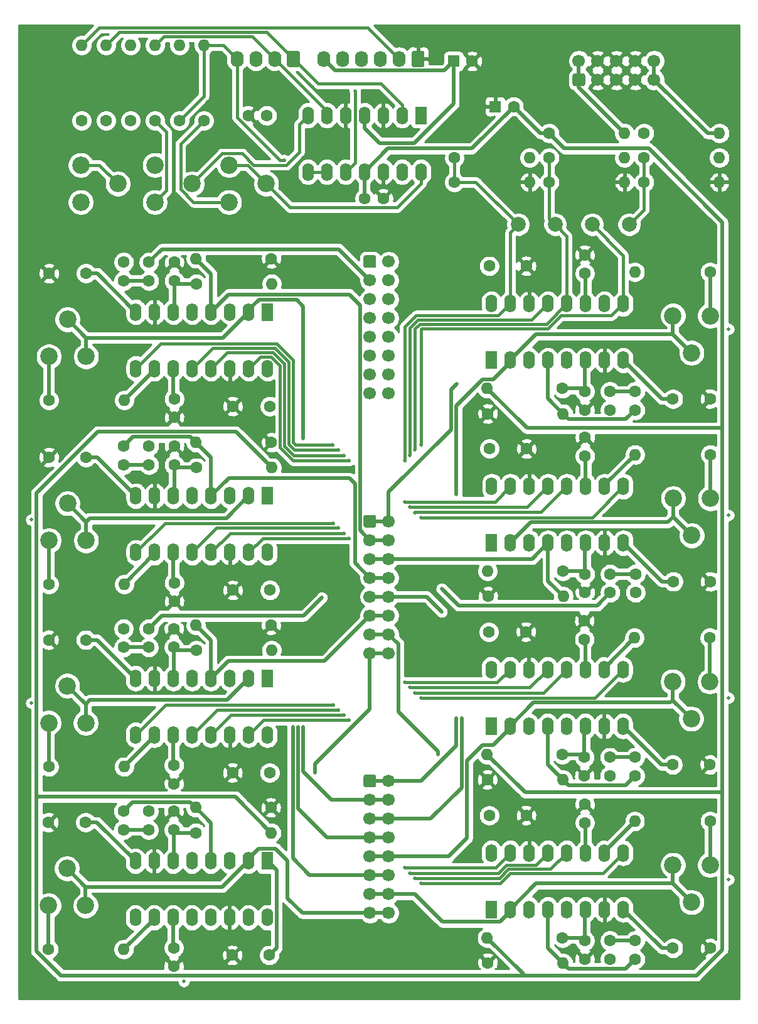
<source format=gbr>
%TF.GenerationSoftware,KiCad,Pcbnew,5.1.12-84ad8e8a86~92~ubuntu21.04.1*%
%TF.CreationDate,2021-11-06T20:53:58+01:00*%
%TF.ProjectId,adsr-3310-8,61647372-2d33-4333-9130-2d382e6b6963,v1.0.0*%
%TF.SameCoordinates,Original*%
%TF.FileFunction,Copper,L2,Bot*%
%TF.FilePolarity,Positive*%
%FSLAX46Y46*%
G04 Gerber Fmt 4.6, Leading zero omitted, Abs format (unit mm)*
G04 Created by KiCad (PCBNEW 5.1.12-84ad8e8a86~92~ubuntu21.04.1) date 2021-11-06 20:53:58*
%MOMM*%
%LPD*%
G01*
G04 APERTURE LIST*
%TA.AperFunction,ComponentPad*%
%ADD10O,1.600000X2.400000*%
%TD*%
%TA.AperFunction,ComponentPad*%
%ADD11R,1.600000X2.400000*%
%TD*%
%TA.AperFunction,ComponentPad*%
%ADD12C,2.340000*%
%TD*%
%TA.AperFunction,ComponentPad*%
%ADD13O,1.600000X1.600000*%
%TD*%
%TA.AperFunction,ComponentPad*%
%ADD14C,1.600000*%
%TD*%
%TA.AperFunction,ComponentPad*%
%ADD15O,1.740000X2.190000*%
%TD*%
%TA.AperFunction,ComponentPad*%
%ADD16C,2.000000*%
%TD*%
%TA.AperFunction,ComponentPad*%
%ADD17C,1.700000*%
%TD*%
%TA.AperFunction,ComponentPad*%
%ADD18R,1.600000X1.600000*%
%TD*%
%TA.AperFunction,ViaPad*%
%ADD19C,3.500000*%
%TD*%
%TA.AperFunction,ViaPad*%
%ADD20C,0.508000*%
%TD*%
%TA.AperFunction,Conductor*%
%ADD21C,0.508000*%
%TD*%
%TA.AperFunction,Conductor*%
%ADD22C,0.381000*%
%TD*%
%TA.AperFunction,Conductor*%
%ADD23C,0.254000*%
%TD*%
%TA.AperFunction,Conductor*%
%ADD24C,0.100000*%
%TD*%
G04 APERTURE END LIST*
D10*
%TO.P,U9,16*%
%TO.N,Net-(U9-Pad16)*%
X96140000Y-183400000D03*
%TO.P,U9,8*%
%TO.N,Net-(C49-Pad2)*%
X78360000Y-175780000D03*
%TO.P,U9,15*%
%TO.N,ATTACK*%
X93600000Y-183400000D03*
%TO.P,U9,7*%
%TO.N,GND*%
X80900000Y-175780000D03*
%TO.P,U9,14*%
X91060000Y-183400000D03*
%TO.P,U9,6*%
%TO.N,Net-(C51-Pad2)*%
X83440000Y-175780000D03*
%TO.P,U9,13*%
%TO.N,RELEASE*%
X88520000Y-183400000D03*
%TO.P,U9,5*%
%TO.N,Net-(C47-Pad1)*%
X85980000Y-175780000D03*
%TO.P,U9,12*%
%TO.N,DECAY*%
X85980000Y-183400000D03*
%TO.P,U9,4*%
%TO.N,GATE8*%
X88520000Y-175780000D03*
%TO.P,U9,11*%
%TO.N,+12V*%
X83440000Y-183400000D03*
%TO.P,U9,3*%
%TO.N,Net-(U9-Pad3)*%
X91060000Y-175780000D03*
%TO.P,U9,10*%
%TO.N,/ADSR8/IIN*%
X80900000Y-183400000D03*
%TO.P,U9,2*%
%TO.N,CV8*%
X93600000Y-175780000D03*
%TO.P,U9,9*%
%TO.N,SUSTAIN*%
X78360000Y-183400000D03*
D11*
%TO.P,U9,1*%
%TO.N,Net-(C50-Pad2)*%
X96140000Y-175780000D03*
%TD*%
D10*
%TO.P,U8,16*%
%TO.N,Net-(U8-Pad16)*%
X126400000Y-174710000D03*
%TO.P,U8,8*%
%TO.N,Net-(C43-Pad2)*%
X144180000Y-182330000D03*
%TO.P,U8,15*%
%TO.N,ATTACK*%
X128940000Y-174710000D03*
%TO.P,U8,7*%
%TO.N,GND*%
X141640000Y-182330000D03*
%TO.P,U8,14*%
X131480000Y-174710000D03*
%TO.P,U8,6*%
%TO.N,Net-(C45-Pad2)*%
X139100000Y-182330000D03*
%TO.P,U8,13*%
%TO.N,RELEASE*%
X134020000Y-174710000D03*
%TO.P,U8,5*%
%TO.N,Net-(C41-Pad1)*%
X136560000Y-182330000D03*
%TO.P,U8,12*%
%TO.N,DECAY*%
X136560000Y-174710000D03*
%TO.P,U8,4*%
%TO.N,GATE7*%
X134020000Y-182330000D03*
%TO.P,U8,11*%
%TO.N,+12V*%
X139100000Y-174710000D03*
%TO.P,U8,3*%
%TO.N,Net-(U8-Pad3)*%
X131480000Y-182330000D03*
%TO.P,U8,10*%
%TO.N,/ADSR7/IIN*%
X141640000Y-174710000D03*
%TO.P,U8,2*%
%TO.N,CV7*%
X128940000Y-182330000D03*
%TO.P,U8,9*%
%TO.N,SUSTAIN*%
X144180000Y-174710000D03*
D11*
%TO.P,U8,1*%
%TO.N,Net-(C44-Pad2)*%
X126400000Y-182330000D03*
%TD*%
D10*
%TO.P,U7,16*%
%TO.N,Net-(U7-Pad16)*%
X96170000Y-158800000D03*
%TO.P,U7,8*%
%TO.N,Net-(C37-Pad2)*%
X78390000Y-151180000D03*
%TO.P,U7,15*%
%TO.N,ATTACK*%
X93630000Y-158800000D03*
%TO.P,U7,7*%
%TO.N,GND*%
X80930000Y-151180000D03*
%TO.P,U7,14*%
X91090000Y-158800000D03*
%TO.P,U7,6*%
%TO.N,Net-(C39-Pad2)*%
X83470000Y-151180000D03*
%TO.P,U7,13*%
%TO.N,RELEASE*%
X88550000Y-158800000D03*
%TO.P,U7,5*%
%TO.N,Net-(C35-Pad1)*%
X86010000Y-151180000D03*
%TO.P,U7,12*%
%TO.N,DECAY*%
X86010000Y-158800000D03*
%TO.P,U7,4*%
%TO.N,GATE6*%
X88550000Y-151180000D03*
%TO.P,U7,11*%
%TO.N,+12V*%
X83470000Y-158800000D03*
%TO.P,U7,3*%
%TO.N,Net-(U7-Pad3)*%
X91090000Y-151180000D03*
%TO.P,U7,10*%
%TO.N,/ADSR6/IIN*%
X80930000Y-158800000D03*
%TO.P,U7,2*%
%TO.N,CV6*%
X93630000Y-151180000D03*
%TO.P,U7,9*%
%TO.N,SUSTAIN*%
X78390000Y-158800000D03*
D11*
%TO.P,U7,1*%
%TO.N,Net-(C38-Pad2)*%
X96170000Y-151180000D03*
%TD*%
D10*
%TO.P,U6,16*%
%TO.N,Net-(U6-Pad16)*%
X126360000Y-149990000D03*
%TO.P,U6,8*%
%TO.N,Net-(C31-Pad2)*%
X144140000Y-157610000D03*
%TO.P,U6,15*%
%TO.N,ATTACK*%
X128900000Y-149990000D03*
%TO.P,U6,7*%
%TO.N,GND*%
X141600000Y-157610000D03*
%TO.P,U6,14*%
X131440000Y-149990000D03*
%TO.P,U6,6*%
%TO.N,Net-(C33-Pad2)*%
X139060000Y-157610000D03*
%TO.P,U6,13*%
%TO.N,RELEASE*%
X133980000Y-149990000D03*
%TO.P,U6,5*%
%TO.N,Net-(C29-Pad1)*%
X136520000Y-157610000D03*
%TO.P,U6,12*%
%TO.N,DECAY*%
X136520000Y-149990000D03*
%TO.P,U6,4*%
%TO.N,GATE5*%
X133980000Y-157610000D03*
%TO.P,U6,11*%
%TO.N,+12V*%
X139060000Y-149990000D03*
%TO.P,U6,3*%
%TO.N,Net-(U6-Pad3)*%
X131440000Y-157610000D03*
%TO.P,U6,10*%
%TO.N,/ADSR5/IIN*%
X141600000Y-149990000D03*
%TO.P,U6,2*%
%TO.N,CV5*%
X128900000Y-157610000D03*
%TO.P,U6,9*%
%TO.N,SUSTAIN*%
X144140000Y-149990000D03*
D11*
%TO.P,U6,1*%
%TO.N,Net-(C32-Pad2)*%
X126360000Y-157610000D03*
%TD*%
D10*
%TO.P,U5,16*%
%TO.N,Net-(U5-Pad16)*%
X96200000Y-134200000D03*
%TO.P,U5,8*%
%TO.N,Net-(C25-Pad2)*%
X78420000Y-126580000D03*
%TO.P,U5,15*%
%TO.N,ATTACK*%
X93660000Y-134200000D03*
%TO.P,U5,7*%
%TO.N,GND*%
X80960000Y-126580000D03*
%TO.P,U5,14*%
X91120000Y-134200000D03*
%TO.P,U5,6*%
%TO.N,Net-(C27-Pad2)*%
X83500000Y-126580000D03*
%TO.P,U5,13*%
%TO.N,RELEASE*%
X88580000Y-134200000D03*
%TO.P,U5,5*%
%TO.N,Net-(C23-Pad1)*%
X86040000Y-126580000D03*
%TO.P,U5,12*%
%TO.N,DECAY*%
X86040000Y-134200000D03*
%TO.P,U5,4*%
%TO.N,GATE4*%
X88580000Y-126580000D03*
%TO.P,U5,11*%
%TO.N,+12V*%
X83500000Y-134200000D03*
%TO.P,U5,3*%
%TO.N,Net-(U5-Pad3)*%
X91120000Y-126580000D03*
%TO.P,U5,10*%
%TO.N,/ADSR4/IIN*%
X80960000Y-134200000D03*
%TO.P,U5,2*%
%TO.N,CV4*%
X93660000Y-126580000D03*
%TO.P,U5,9*%
%TO.N,SUSTAIN*%
X78420000Y-134200000D03*
D11*
%TO.P,U5,1*%
%TO.N,Net-(C26-Pad2)*%
X96200000Y-126580000D03*
%TD*%
D10*
%TO.P,U4,16*%
%TO.N,Net-(U4-Pad16)*%
X126430000Y-125290000D03*
%TO.P,U4,8*%
%TO.N,Net-(C19-Pad2)*%
X144210000Y-132910000D03*
%TO.P,U4,15*%
%TO.N,ATTACK*%
X128970000Y-125290000D03*
%TO.P,U4,7*%
%TO.N,GND*%
X141670000Y-132910000D03*
%TO.P,U4,14*%
X131510000Y-125290000D03*
%TO.P,U4,6*%
%TO.N,Net-(C21-Pad2)*%
X139130000Y-132910000D03*
%TO.P,U4,13*%
%TO.N,RELEASE*%
X134050000Y-125290000D03*
%TO.P,U4,5*%
%TO.N,Net-(C17-Pad1)*%
X136590000Y-132910000D03*
%TO.P,U4,12*%
%TO.N,DECAY*%
X136590000Y-125290000D03*
%TO.P,U4,4*%
%TO.N,GATE3*%
X134050000Y-132910000D03*
%TO.P,U4,11*%
%TO.N,+12V*%
X139130000Y-125290000D03*
%TO.P,U4,3*%
%TO.N,Net-(U4-Pad3)*%
X131510000Y-132910000D03*
%TO.P,U4,10*%
%TO.N,/ADSR3/IIN*%
X141670000Y-125290000D03*
%TO.P,U4,2*%
%TO.N,CV3*%
X128970000Y-132910000D03*
%TO.P,U4,9*%
%TO.N,SUSTAIN*%
X144210000Y-125290000D03*
D11*
%TO.P,U4,1*%
%TO.N,Net-(C20-Pad2)*%
X126430000Y-132910000D03*
%TD*%
D10*
%TO.P,U3,16*%
%TO.N,Net-(U3-Pad16)*%
X96200000Y-109410000D03*
%TO.P,U3,8*%
%TO.N,Net-(C13-Pad2)*%
X78420000Y-101790000D03*
%TO.P,U3,15*%
%TO.N,ATTACK*%
X93660000Y-109410000D03*
%TO.P,U3,7*%
%TO.N,GND*%
X80960000Y-101790000D03*
%TO.P,U3,14*%
X91120000Y-109410000D03*
%TO.P,U3,6*%
%TO.N,Net-(C15-Pad2)*%
X83500000Y-101790000D03*
%TO.P,U3,13*%
%TO.N,RELEASE*%
X88580000Y-109410000D03*
%TO.P,U3,5*%
%TO.N,Net-(C11-Pad1)*%
X86040000Y-101790000D03*
%TO.P,U3,12*%
%TO.N,DECAY*%
X86040000Y-109410000D03*
%TO.P,U3,4*%
%TO.N,GATE2*%
X88580000Y-101790000D03*
%TO.P,U3,11*%
%TO.N,+12V*%
X83500000Y-109410000D03*
%TO.P,U3,3*%
%TO.N,Net-(U3-Pad3)*%
X91120000Y-101790000D03*
%TO.P,U3,10*%
%TO.N,/ADSR2/IIN*%
X80960000Y-109410000D03*
%TO.P,U3,2*%
%TO.N,CV2*%
X93660000Y-101790000D03*
%TO.P,U3,9*%
%TO.N,SUSTAIN*%
X78420000Y-109410000D03*
D11*
%TO.P,U3,1*%
%TO.N,Net-(C14-Pad2)*%
X96200000Y-101790000D03*
%TD*%
D12*
%TO.P,RV11,1*%
%TO.N,Net-(R38-Pad1)*%
X66640000Y-181780000D03*
%TO.P,RV11,2*%
%TO.N,CV8*%
X69140000Y-176780000D03*
%TO.P,RV11,3*%
X71640000Y-181780000D03*
%TD*%
%TO.P,RV10,1*%
%TO.N,Net-(R35-Pad1)*%
X155900000Y-176330000D03*
%TO.P,RV10,2*%
%TO.N,CV7*%
X153400000Y-181330000D03*
%TO.P,RV10,3*%
X150900000Y-176330000D03*
%TD*%
%TO.P,RV9,1*%
%TO.N,Net-(R32-Pad1)*%
X66670000Y-157180000D03*
%TO.P,RV9,2*%
%TO.N,CV6*%
X69170000Y-152180000D03*
%TO.P,RV9,3*%
X71670000Y-157180000D03*
%TD*%
%TO.P,RV7,1*%
%TO.N,Net-(R29-Pad1)*%
X155860000Y-151610000D03*
%TO.P,RV7,2*%
%TO.N,CV5*%
X153360000Y-156610000D03*
%TO.P,RV7,3*%
X150860000Y-151610000D03*
%TD*%
%TO.P,RV6,1*%
%TO.N,Net-(R26-Pad1)*%
X66700000Y-132580001D03*
%TO.P,RV6,2*%
%TO.N,CV4*%
X69200000Y-127580001D03*
%TO.P,RV6,3*%
X71700000Y-132580001D03*
%TD*%
%TO.P,RV5,1*%
%TO.N,Net-(R23-Pad1)*%
X155930000Y-126910000D03*
%TO.P,RV5,2*%
%TO.N,CV3*%
X153430000Y-131910000D03*
%TO.P,RV5,3*%
X150930000Y-126910000D03*
%TD*%
%TO.P,RV4,1*%
%TO.N,Net-(R17-Pad1)*%
X66700000Y-107790000D03*
%TO.P,RV4,2*%
%TO.N,CV2*%
X69200000Y-102790000D03*
%TO.P,RV4,3*%
X71700000Y-107790000D03*
%TD*%
D13*
%TO.P,R38,2*%
%TO.N,/ADSR8/IIN*%
X76800000Y-187680000D03*
D14*
%TO.P,R38,1*%
%TO.N,Net-(R38-Pad1)*%
X66640000Y-187680000D03*
%TD*%
D13*
%TO.P,R37,2*%
%TO.N,-12V*%
X96700000Y-171980000D03*
D14*
%TO.P,R37,1*%
%TO.N,Net-(C51-Pad2)*%
X86540000Y-171980000D03*
%TD*%
D13*
%TO.P,R36,2*%
%TO.N,GATE8*%
X86480000Y-168580000D03*
D14*
%TO.P,R36,1*%
%TO.N,GND*%
X96640000Y-168580000D03*
%TD*%
D13*
%TO.P,R35,2*%
%TO.N,/ADSR7/IIN*%
X145740000Y-170430000D03*
D14*
%TO.P,R35,1*%
%TO.N,Net-(R35-Pad1)*%
X155900000Y-170430000D03*
%TD*%
D13*
%TO.P,R34,2*%
%TO.N,-12V*%
X125840000Y-186130000D03*
D14*
%TO.P,R34,1*%
%TO.N,Net-(C45-Pad2)*%
X136000000Y-186130000D03*
%TD*%
D13*
%TO.P,R33,2*%
%TO.N,GATE7*%
X136060000Y-189530000D03*
D14*
%TO.P,R33,1*%
%TO.N,GND*%
X125900000Y-189530000D03*
%TD*%
D13*
%TO.P,R32,2*%
%TO.N,/ADSR6/IIN*%
X76830000Y-163080000D03*
D14*
%TO.P,R32,1*%
%TO.N,Net-(R32-Pad1)*%
X66670000Y-163080000D03*
%TD*%
D13*
%TO.P,R31,2*%
%TO.N,-12V*%
X96730000Y-147380000D03*
D14*
%TO.P,R31,1*%
%TO.N,Net-(C39-Pad2)*%
X86570000Y-147380000D03*
%TD*%
D13*
%TO.P,R30,2*%
%TO.N,GATE6*%
X86510000Y-143980000D03*
D14*
%TO.P,R30,1*%
%TO.N,GND*%
X96670000Y-143980000D03*
%TD*%
D13*
%TO.P,R29,2*%
%TO.N,/ADSR5/IIN*%
X145700000Y-145710000D03*
D14*
%TO.P,R29,1*%
%TO.N,Net-(R29-Pad1)*%
X155860000Y-145710000D03*
%TD*%
D13*
%TO.P,R28,2*%
%TO.N,-12V*%
X125800000Y-161410000D03*
D14*
%TO.P,R28,1*%
%TO.N,Net-(C33-Pad2)*%
X135960000Y-161410000D03*
%TD*%
D13*
%TO.P,R27,2*%
%TO.N,GATE5*%
X136020000Y-164810000D03*
D14*
%TO.P,R27,1*%
%TO.N,GND*%
X125860000Y-164810000D03*
%TD*%
D13*
%TO.P,R26,2*%
%TO.N,/ADSR4/IIN*%
X76860000Y-138480001D03*
D14*
%TO.P,R26,1*%
%TO.N,Net-(R26-Pad1)*%
X66700000Y-138480001D03*
%TD*%
D13*
%TO.P,R25,2*%
%TO.N,-12V*%
X96760000Y-122780000D03*
D14*
%TO.P,R25,1*%
%TO.N,Net-(C27-Pad2)*%
X86600000Y-122780000D03*
%TD*%
D13*
%TO.P,R24,2*%
%TO.N,GATE4*%
X86540000Y-119380000D03*
D14*
%TO.P,R24,1*%
%TO.N,GND*%
X96700000Y-119380000D03*
%TD*%
D13*
%TO.P,R23,2*%
%TO.N,/ADSR3/IIN*%
X145770000Y-121010000D03*
D14*
%TO.P,R23,1*%
%TO.N,Net-(R23-Pad1)*%
X155930000Y-121010000D03*
%TD*%
D13*
%TO.P,R22,2*%
%TO.N,-12V*%
X125870000Y-136710000D03*
D14*
%TO.P,R22,1*%
%TO.N,Net-(C21-Pad2)*%
X136030000Y-136710000D03*
%TD*%
D13*
%TO.P,R18,2*%
%TO.N,GATE3*%
X136090000Y-140110000D03*
D14*
%TO.P,R18,1*%
%TO.N,GND*%
X125930000Y-140110000D03*
%TD*%
D13*
%TO.P,R17,2*%
%TO.N,/ADSR2/IIN*%
X76860000Y-113690000D03*
D14*
%TO.P,R17,1*%
%TO.N,Net-(R17-Pad1)*%
X66700000Y-113690000D03*
%TD*%
D13*
%TO.P,R16,2*%
%TO.N,-12V*%
X96760000Y-97990000D03*
D14*
%TO.P,R16,1*%
%TO.N,Net-(C15-Pad2)*%
X86600000Y-97990000D03*
%TD*%
D13*
%TO.P,R15,2*%
%TO.N,GATE2*%
X86540000Y-94590000D03*
D14*
%TO.P,R15,1*%
%TO.N,GND*%
X96700000Y-94590000D03*
%TD*%
%TO.P,C52,2*%
%TO.N,+12V*%
X83540000Y-187480000D03*
%TO.P,C52,1*%
%TO.N,GND*%
X83540000Y-189980000D03*
%TD*%
%TO.P,C51,2*%
%TO.N,Net-(C51-Pad2)*%
X83540000Y-171580000D03*
%TO.P,C51,1*%
%TO.N,GND*%
X83540000Y-169080000D03*
%TD*%
%TO.P,C50,2*%
%TO.N,Net-(C50-Pad2)*%
X96440000Y-188480000D03*
%TO.P,C50,1*%
%TO.N,GND*%
X91440000Y-188480000D03*
%TD*%
%TO.P,C49,2*%
%TO.N,Net-(C49-Pad2)*%
X71640000Y-170580000D03*
%TO.P,C49,1*%
%TO.N,GND*%
X66640000Y-170580000D03*
%TD*%
%TO.P,C48,2*%
%TO.N,Net-(C47-Pad1)*%
X76740000Y-171580000D03*
%TO.P,C48,1*%
%TO.N,GATE8*%
X76740000Y-169080000D03*
%TD*%
%TO.P,C47,2*%
%TO.N,TRIGGER8*%
X80140000Y-169080000D03*
%TO.P,C47,1*%
%TO.N,Net-(C47-Pad1)*%
X80140000Y-171580000D03*
%TD*%
%TO.P,C46,2*%
%TO.N,+12V*%
X139000000Y-170630000D03*
%TO.P,C46,1*%
%TO.N,GND*%
X139000000Y-168130000D03*
%TD*%
%TO.P,C45,2*%
%TO.N,Net-(C45-Pad2)*%
X139000000Y-186530000D03*
%TO.P,C45,1*%
%TO.N,GND*%
X139000000Y-189030000D03*
%TD*%
%TO.P,C44,2*%
%TO.N,Net-(C44-Pad2)*%
X126100000Y-169630000D03*
%TO.P,C44,1*%
%TO.N,GND*%
X131100000Y-169630000D03*
%TD*%
%TO.P,C43,2*%
%TO.N,Net-(C43-Pad2)*%
X150900000Y-187530000D03*
%TO.P,C43,1*%
%TO.N,GND*%
X155900000Y-187530000D03*
%TD*%
%TO.P,C42,2*%
%TO.N,Net-(C41-Pad1)*%
X145800000Y-186530000D03*
%TO.P,C42,1*%
%TO.N,GATE7*%
X145800000Y-189030000D03*
%TD*%
%TO.P,C41,2*%
%TO.N,TRIGGER7*%
X142400000Y-189030000D03*
%TO.P,C41,1*%
%TO.N,Net-(C41-Pad1)*%
X142400000Y-186530000D03*
%TD*%
%TO.P,C40,2*%
%TO.N,+12V*%
X83570000Y-162880000D03*
%TO.P,C40,1*%
%TO.N,GND*%
X83570000Y-165380000D03*
%TD*%
%TO.P,C39,2*%
%TO.N,Net-(C39-Pad2)*%
X83570000Y-146980000D03*
%TO.P,C39,1*%
%TO.N,GND*%
X83570000Y-144480000D03*
%TD*%
%TO.P,C38,2*%
%TO.N,Net-(C38-Pad2)*%
X96470001Y-163880000D03*
%TO.P,C38,1*%
%TO.N,GND*%
X91470001Y-163880000D03*
%TD*%
%TO.P,C37,2*%
%TO.N,Net-(C37-Pad2)*%
X71670000Y-145980000D03*
%TO.P,C37,1*%
%TO.N,GND*%
X66670000Y-145980000D03*
%TD*%
%TO.P,C36,2*%
%TO.N,Net-(C35-Pad1)*%
X76770000Y-146980000D03*
%TO.P,C36,1*%
%TO.N,GATE6*%
X76770000Y-144480000D03*
%TD*%
%TO.P,C35,2*%
%TO.N,TRIGGER6*%
X80170000Y-144480000D03*
%TO.P,C35,1*%
%TO.N,Net-(C35-Pad1)*%
X80170000Y-146980000D03*
%TD*%
%TO.P,C34,2*%
%TO.N,+12V*%
X138960000Y-145910000D03*
%TO.P,C34,1*%
%TO.N,GND*%
X138960000Y-143410000D03*
%TD*%
%TO.P,C33,2*%
%TO.N,Net-(C33-Pad2)*%
X138960000Y-161810000D03*
%TO.P,C33,1*%
%TO.N,GND*%
X138960000Y-164310000D03*
%TD*%
%TO.P,C32,2*%
%TO.N,Net-(C32-Pad2)*%
X126060000Y-144910000D03*
%TO.P,C32,1*%
%TO.N,GND*%
X131060000Y-144910000D03*
%TD*%
%TO.P,C31,2*%
%TO.N,Net-(C31-Pad2)*%
X150860000Y-162810000D03*
%TO.P,C31,1*%
%TO.N,GND*%
X155860000Y-162810000D03*
%TD*%
%TO.P,C30,2*%
%TO.N,Net-(C29-Pad1)*%
X145760000Y-161810000D03*
%TO.P,C30,1*%
%TO.N,GATE5*%
X145760000Y-164310000D03*
%TD*%
%TO.P,C29,2*%
%TO.N,TRIGGER5*%
X142360000Y-164310000D03*
%TO.P,C29,1*%
%TO.N,Net-(C29-Pad1)*%
X142360000Y-161810000D03*
%TD*%
%TO.P,C28,2*%
%TO.N,+12V*%
X83600000Y-138280000D03*
%TO.P,C28,1*%
%TO.N,GND*%
X83600000Y-140780000D03*
%TD*%
%TO.P,C27,2*%
%TO.N,Net-(C27-Pad2)*%
X83600000Y-122380000D03*
%TO.P,C27,1*%
%TO.N,GND*%
X83600000Y-119880000D03*
%TD*%
%TO.P,C26,2*%
%TO.N,Net-(C26-Pad2)*%
X96500000Y-139280000D03*
%TO.P,C26,1*%
%TO.N,GND*%
X91500000Y-139280000D03*
%TD*%
%TO.P,C25,2*%
%TO.N,Net-(C25-Pad2)*%
X71700000Y-121380000D03*
%TO.P,C25,1*%
%TO.N,GND*%
X66700000Y-121380000D03*
%TD*%
%TO.P,C24,2*%
%TO.N,Net-(C23-Pad1)*%
X76800000Y-122380000D03*
%TO.P,C24,1*%
%TO.N,GATE4*%
X76800000Y-119880000D03*
%TD*%
%TO.P,C23,2*%
%TO.N,TRIGGER4*%
X80200000Y-119880000D03*
%TO.P,C23,1*%
%TO.N,Net-(C23-Pad1)*%
X80200000Y-122380000D03*
%TD*%
%TO.P,C22,2*%
%TO.N,+12V*%
X139030000Y-121210000D03*
%TO.P,C22,1*%
%TO.N,GND*%
X139030000Y-118710000D03*
%TD*%
%TO.P,C21,2*%
%TO.N,Net-(C21-Pad2)*%
X139030000Y-137110000D03*
%TO.P,C21,1*%
%TO.N,GND*%
X139030000Y-139610000D03*
%TD*%
%TO.P,C20,2*%
%TO.N,Net-(C20-Pad2)*%
X126130000Y-120210000D03*
%TO.P,C20,1*%
%TO.N,GND*%
X131130000Y-120210000D03*
%TD*%
%TO.P,C19,2*%
%TO.N,Net-(C19-Pad2)*%
X150930000Y-138110000D03*
%TO.P,C19,1*%
%TO.N,GND*%
X155930000Y-138110000D03*
%TD*%
%TO.P,C18,2*%
%TO.N,Net-(C17-Pad1)*%
X145830000Y-137110000D03*
%TO.P,C18,1*%
%TO.N,GATE3*%
X145830000Y-139610000D03*
%TD*%
%TO.P,C17,2*%
%TO.N,TRIGGER3*%
X142430000Y-139610000D03*
%TO.P,C17,1*%
%TO.N,Net-(C17-Pad1)*%
X142430000Y-137110000D03*
%TD*%
%TO.P,C16,2*%
%TO.N,+12V*%
X83600000Y-113490000D03*
%TO.P,C16,1*%
%TO.N,GND*%
X83600000Y-115990000D03*
%TD*%
%TO.P,C15,2*%
%TO.N,Net-(C15-Pad2)*%
X83600000Y-97590000D03*
%TO.P,C15,1*%
%TO.N,GND*%
X83600000Y-95090000D03*
%TD*%
%TO.P,C14,2*%
%TO.N,Net-(C14-Pad2)*%
X96500000Y-114490000D03*
%TO.P,C14,1*%
%TO.N,GND*%
X91500000Y-114490000D03*
%TD*%
%TO.P,C13,2*%
%TO.N,Net-(C13-Pad2)*%
X71700000Y-96590000D03*
%TO.P,C13,1*%
%TO.N,GND*%
X66700000Y-96590000D03*
%TD*%
%TO.P,C12,2*%
%TO.N,Net-(C11-Pad1)*%
X76800000Y-97590000D03*
%TO.P,C12,1*%
%TO.N,GATE2*%
X76800000Y-95090000D03*
%TD*%
%TO.P,C11,2*%
%TO.N,TRIGGER2*%
X80200000Y-95090000D03*
%TO.P,C11,1*%
%TO.N,Net-(C11-Pad1)*%
X80200000Y-97590000D03*
%TD*%
%TO.P,C6,2*%
%TO.N,Net-(C5-Pad1)*%
X145800000Y-112500000D03*
%TO.P,C6,1*%
%TO.N,GATE1*%
X145800000Y-115000000D03*
%TD*%
%TO.P,C5,2*%
%TO.N,TRIGGER1*%
X142400000Y-115000000D03*
%TO.P,C5,1*%
%TO.N,Net-(C5-Pad1)*%
X142400000Y-112500000D03*
%TD*%
D15*
%TO.P,J6,4*%
%TO.N,MOD_R*%
X92080000Y-67700000D03*
%TO.P,J6,3*%
%TO.N,MOD_S*%
X94620000Y-67700000D03*
%TO.P,J6,2*%
%TO.N,MOD_D*%
X97160000Y-67700000D03*
%TO.P,J6,1*%
%TO.N,MOD_A*%
%TA.AperFunction,ComponentPad*%
G36*
G01*
X100570000Y-66854999D02*
X100570000Y-68545001D01*
G75*
G02*
X100320001Y-68795000I-249999J0D01*
G01*
X99079999Y-68795000D01*
G75*
G02*
X98830000Y-68545001I0J249999D01*
G01*
X98830000Y-66854999D01*
G75*
G02*
X99079999Y-66605000I249999J0D01*
G01*
X100320001Y-66605000D01*
G75*
G02*
X100570000Y-66854999I0J-249999D01*
G01*
G37*
%TD.AperFunction*%
%TD*%
D10*
%TO.P,U2,16*%
%TO.N,Net-(U2-Pad16)*%
X126400000Y-100680000D03*
%TO.P,U2,8*%
%TO.N,Net-(C7-Pad2)*%
X144180000Y-108300000D03*
%TO.P,U2,15*%
%TO.N,ATTACK*%
X128940000Y-100680000D03*
%TO.P,U2,7*%
%TO.N,GND*%
X141640000Y-108300000D03*
%TO.P,U2,14*%
X131480000Y-100680000D03*
%TO.P,U2,6*%
%TO.N,Net-(C10-Pad2)*%
X139100000Y-108300000D03*
%TO.P,U2,13*%
%TO.N,RELEASE*%
X134020000Y-100680000D03*
%TO.P,U2,5*%
%TO.N,Net-(C5-Pad1)*%
X136560000Y-108300000D03*
%TO.P,U2,12*%
%TO.N,DECAY*%
X136560000Y-100680000D03*
%TO.P,U2,4*%
%TO.N,GATE1*%
X134020000Y-108300000D03*
%TO.P,U2,11*%
%TO.N,+12V*%
X139100000Y-100680000D03*
%TO.P,U2,3*%
%TO.N,Net-(U2-Pad3)*%
X131480000Y-108300000D03*
%TO.P,U2,10*%
%TO.N,/ADSR1/IIN*%
X141640000Y-100680000D03*
%TO.P,U2,2*%
%TO.N,CV1*%
X128940000Y-108300000D03*
%TO.P,U2,9*%
%TO.N,SUSTAIN*%
X144180000Y-100680000D03*
D11*
%TO.P,U2,1*%
%TO.N,Net-(C8-Pad2)*%
X126400000Y-108300000D03*
%TD*%
D10*
%TO.P,U1,14*%
%TO.N,Net-(R9-Pad2)*%
X116900000Y-82920000D03*
%TO.P,U1,7*%
%TO.N,Net-(R8-Pad2)*%
X101660000Y-75300000D03*
%TO.P,U1,13*%
%TO.N,MOD_R*%
X114360000Y-82920000D03*
%TO.P,U1,6*%
%TO.N,MOD_D*%
X104200000Y-75300000D03*
%TO.P,U1,12*%
%TO.N,GND*%
X111820000Y-82920000D03*
%TO.P,U1,5*%
X106740000Y-75300000D03*
%TO.P,U1,11*%
%TO.N,-12V*%
X109280000Y-82920000D03*
%TO.P,U1,4*%
%TO.N,+12V*%
X109280000Y-75300000D03*
%TO.P,U1,10*%
%TO.N,MOD_S*%
X106740000Y-82920000D03*
%TO.P,U1,3*%
%TO.N,GND*%
X111820000Y-75300000D03*
%TO.P,U1,9*%
%TO.N,SUSTAIN*%
X104200000Y-82920000D03*
%TO.P,U1,2*%
%TO.N,MOD_A*%
X114360000Y-75300000D03*
%TO.P,U1,8*%
%TO.N,SUSTAIN*%
X101660000Y-82920000D03*
D11*
%TO.P,U1,1*%
%TO.N,Net-(R7-Pad2)*%
X116900000Y-75300000D03*
%TD*%
D16*
%TO.P,TP3,1*%
%TO.N,SUSTAIN*%
X140000000Y-90000000D03*
%TD*%
%TO.P,TP4,1*%
%TO.N,RELEASE*%
X145000000Y-90000000D03*
%TD*%
%TO.P,TP2,1*%
%TO.N,DECAY*%
X135000000Y-90000000D03*
%TD*%
%TO.P,TP1,1*%
%TO.N,ATTACK*%
X130000000Y-90000000D03*
%TD*%
D12*
%TO.P,RV8,1*%
%TO.N,Net-(R21-Pad1)*%
X155900000Y-102300000D03*
%TO.P,RV8,2*%
%TO.N,CV1*%
X153400000Y-107300000D03*
%TO.P,RV8,3*%
X150900000Y-102300000D03*
%TD*%
%TO.P,RV3,1*%
%TO.N,Net-(R9-Pad2)*%
X91000000Y-82000000D03*
%TO.P,RV3,2*%
X96000000Y-84500000D03*
%TO.P,RV3,3*%
%TO.N,Net-(R6-Pad1)*%
X91000000Y-87000000D03*
%TD*%
%TO.P,RV2,1*%
%TO.N,Net-(R8-Pad2)*%
X81000000Y-82000000D03*
%TO.P,RV2,2*%
X86000000Y-84500000D03*
%TO.P,RV2,3*%
%TO.N,Net-(R5-Pad1)*%
X81000000Y-87000000D03*
%TD*%
%TO.P,RV1,1*%
%TO.N,Net-(R7-Pad2)*%
X71000000Y-82000000D03*
%TO.P,RV1,2*%
X76000000Y-84500000D03*
%TO.P,RV1,3*%
%TO.N,Net-(R4-Pad1)*%
X71000000Y-87000000D03*
%TD*%
D13*
%TO.P,R21,2*%
%TO.N,/ADSR1/IIN*%
X145740000Y-96400000D03*
D14*
%TO.P,R21,1*%
%TO.N,Net-(R21-Pad1)*%
X155900000Y-96400000D03*
%TD*%
D13*
%TO.P,R20,2*%
%TO.N,-12V*%
X125840000Y-112100000D03*
D14*
%TO.P,R20,1*%
%TO.N,Net-(C10-Pad2)*%
X136000000Y-112100000D03*
%TD*%
D13*
%TO.P,R19,2*%
%TO.N,GATE1*%
X136060000Y-115500000D03*
D14*
%TO.P,R19,1*%
%TO.N,GND*%
X125900000Y-115500000D03*
%TD*%
D13*
%TO.P,R14,2*%
%TO.N,Net-(J2-Pad1)*%
X144360000Y-77700000D03*
D14*
%TO.P,R14,1*%
%TO.N,-12V*%
X134200000Y-77700000D03*
%TD*%
D13*
%TO.P,R13,2*%
%TO.N,Net-(J2-Pad10)*%
X157160000Y-77700000D03*
D14*
%TO.P,R13,1*%
%TO.N,+12V*%
X147000000Y-77700000D03*
%TD*%
D13*
%TO.P,R12,2*%
%TO.N,GND*%
X157160000Y-84300000D03*
D14*
%TO.P,R12,1*%
%TO.N,RELEASE*%
X147000000Y-84300000D03*
%TD*%
D13*
%TO.P,R11,2*%
%TO.N,GND*%
X144360000Y-84300000D03*
D14*
%TO.P,R11,1*%
%TO.N,DECAY*%
X134200000Y-84300000D03*
%TD*%
D13*
%TO.P,R10,2*%
%TO.N,GND*%
X131560000Y-84300000D03*
D14*
%TO.P,R10,1*%
%TO.N,ATTACK*%
X121400000Y-84300000D03*
%TD*%
D13*
%TO.P,R9,2*%
%TO.N,Net-(R9-Pad2)*%
X157160000Y-81000000D03*
D14*
%TO.P,R9,1*%
%TO.N,RELEASE*%
X147000000Y-81000000D03*
%TD*%
D13*
%TO.P,R8,2*%
%TO.N,Net-(R8-Pad2)*%
X144360000Y-81000000D03*
D14*
%TO.P,R8,1*%
%TO.N,DECAY*%
X134200000Y-81000000D03*
%TD*%
D13*
%TO.P,R7,2*%
%TO.N,Net-(R7-Pad2)*%
X131560000Y-81000000D03*
D14*
%TO.P,R7,1*%
%TO.N,ATTACK*%
X121400000Y-81000000D03*
%TD*%
D13*
%TO.P,R6,2*%
%TO.N,MOD_R*%
X87600000Y-65840000D03*
D14*
%TO.P,R6,1*%
%TO.N,Net-(R6-Pad1)*%
X87600000Y-76000000D03*
%TD*%
D13*
%TO.P,R5,2*%
%TO.N,MOD_D*%
X81000000Y-65840000D03*
D14*
%TO.P,R5,1*%
%TO.N,Net-(R5-Pad1)*%
X81000000Y-76000000D03*
%TD*%
D13*
%TO.P,R4,2*%
%TO.N,MOD_A*%
X74400000Y-65840000D03*
D14*
%TO.P,R4,1*%
%TO.N,Net-(R4-Pad1)*%
X74400000Y-76000000D03*
%TD*%
D13*
%TO.P,R3,2*%
%TO.N,R_CONTROL*%
X84300000Y-65840000D03*
D14*
%TO.P,R3,1*%
%TO.N,MOD_R*%
X84300000Y-76000000D03*
%TD*%
D13*
%TO.P,R2,2*%
%TO.N,D_CONTROL*%
X77700000Y-65840000D03*
D14*
%TO.P,R2,1*%
%TO.N,MOD_D*%
X77700000Y-76000000D03*
%TD*%
D13*
%TO.P,R1,2*%
%TO.N,A_CONTROL*%
X71100000Y-65840000D03*
D14*
%TO.P,R1,1*%
%TO.N,MOD_A*%
X71100000Y-76000000D03*
%TD*%
D17*
%TO.P,J5,16*%
%TO.N,CV8*%
X112540000Y-182780000D03*
%TO.P,J5,14*%
%TO.N,CV7*%
X112540000Y-180240000D03*
%TO.P,J5,12*%
%TO.N,CV6*%
X112540000Y-177700000D03*
%TO.P,J5,10*%
%TO.N,CV5*%
X112540000Y-175160000D03*
%TO.P,J5,8*%
%TO.N,CV4*%
X112540000Y-172620000D03*
%TO.P,J5,6*%
%TO.N,CV3*%
X112540000Y-170080000D03*
%TO.P,J5,4*%
%TO.N,CV2*%
X112540000Y-167540000D03*
%TO.P,J5,2*%
%TO.N,CV1*%
X112540000Y-165000000D03*
%TO.P,J5,15*%
%TO.N,CV8*%
X110000000Y-182780000D03*
%TO.P,J5,13*%
%TO.N,CV7*%
X110000000Y-180240000D03*
%TO.P,J5,11*%
%TO.N,CV6*%
X110000000Y-177700000D03*
%TO.P,J5,9*%
%TO.N,CV5*%
X110000000Y-175160000D03*
%TO.P,J5,7*%
%TO.N,CV4*%
X110000000Y-172620000D03*
%TO.P,J5,5*%
%TO.N,CV3*%
X110000000Y-170080000D03*
%TO.P,J5,3*%
%TO.N,CV2*%
X110000000Y-167540000D03*
%TO.P,J5,1*%
%TO.N,CV1*%
%TA.AperFunction,ComponentPad*%
G36*
G01*
X109150000Y-165600000D02*
X109150000Y-164400000D01*
G75*
G02*
X109400000Y-164150000I250000J0D01*
G01*
X110600000Y-164150000D01*
G75*
G02*
X110850000Y-164400000I0J-250000D01*
G01*
X110850000Y-165600000D01*
G75*
G02*
X110600000Y-165850000I-250000J0D01*
G01*
X109400000Y-165850000D01*
G75*
G02*
X109150000Y-165600000I0J250000D01*
G01*
G37*
%TD.AperFunction*%
%TD*%
%TO.P,J4,16*%
%TO.N,GATE8*%
X112540000Y-147780000D03*
%TO.P,J4,14*%
%TO.N,GATE7*%
X112540000Y-145240000D03*
%TO.P,J4,12*%
%TO.N,GATE6*%
X112540000Y-142700000D03*
%TO.P,J4,10*%
%TO.N,GATE5*%
X112540000Y-140160000D03*
%TO.P,J4,8*%
%TO.N,GATE4*%
X112540000Y-137620000D03*
%TO.P,J4,6*%
%TO.N,GATE3*%
X112540000Y-135080000D03*
%TO.P,J4,4*%
%TO.N,GATE2*%
X112540000Y-132540000D03*
%TO.P,J4,2*%
%TO.N,GATE1*%
X112540000Y-130000000D03*
%TO.P,J4,15*%
%TO.N,GATE8*%
X110000000Y-147780000D03*
%TO.P,J4,13*%
%TO.N,GATE7*%
X110000000Y-145240000D03*
%TO.P,J4,11*%
%TO.N,GATE6*%
X110000000Y-142700000D03*
%TO.P,J4,9*%
%TO.N,GATE5*%
X110000000Y-140160000D03*
%TO.P,J4,7*%
%TO.N,GATE4*%
X110000000Y-137620000D03*
%TO.P,J4,5*%
%TO.N,GATE3*%
X110000000Y-135080000D03*
%TO.P,J4,3*%
%TO.N,GATE2*%
X110000000Y-132540000D03*
%TO.P,J4,1*%
%TO.N,GATE1*%
%TA.AperFunction,ComponentPad*%
G36*
G01*
X109150000Y-130600000D02*
X109150000Y-129400000D01*
G75*
G02*
X109400000Y-129150000I250000J0D01*
G01*
X110600000Y-129150000D01*
G75*
G02*
X110850000Y-129400000I0J-250000D01*
G01*
X110850000Y-130600000D01*
G75*
G02*
X110600000Y-130850000I-250000J0D01*
G01*
X109400000Y-130850000D01*
G75*
G02*
X109150000Y-130600000I0J250000D01*
G01*
G37*
%TD.AperFunction*%
%TD*%
%TO.P,J3,16*%
%TO.N,TRIGGER8*%
X112540000Y-112780000D03*
%TO.P,J3,14*%
%TO.N,TRIGGER7*%
X112540000Y-110240000D03*
%TO.P,J3,12*%
%TO.N,TRIGGER6*%
X112540000Y-107700000D03*
%TO.P,J3,10*%
%TO.N,TRIGGER5*%
X112540000Y-105160000D03*
%TO.P,J3,8*%
%TO.N,TRIGGER4*%
X112540000Y-102620000D03*
%TO.P,J3,6*%
%TO.N,TRIGGER3*%
X112540000Y-100080000D03*
%TO.P,J3,4*%
%TO.N,TRIGGER2*%
X112540000Y-97540000D03*
%TO.P,J3,2*%
%TO.N,TRIGGER1*%
X112540000Y-95000000D03*
%TO.P,J3,15*%
%TO.N,TRIGGER8*%
X110000000Y-112780000D03*
%TO.P,J3,13*%
%TO.N,TRIGGER7*%
X110000000Y-110240000D03*
%TO.P,J3,11*%
%TO.N,TRIGGER6*%
X110000000Y-107700000D03*
%TO.P,J3,9*%
%TO.N,TRIGGER5*%
X110000000Y-105160000D03*
%TO.P,J3,7*%
%TO.N,TRIGGER4*%
X110000000Y-102620000D03*
%TO.P,J3,5*%
%TO.N,TRIGGER3*%
X110000000Y-100080000D03*
%TO.P,J3,3*%
%TO.N,TRIGGER2*%
X110000000Y-97540000D03*
%TO.P,J3,1*%
%TO.N,TRIGGER1*%
%TA.AperFunction,ComponentPad*%
G36*
G01*
X109150000Y-95600000D02*
X109150000Y-94400000D01*
G75*
G02*
X109400000Y-94150000I250000J0D01*
G01*
X110600000Y-94150000D01*
G75*
G02*
X110850000Y-94400000I0J-250000D01*
G01*
X110850000Y-95600000D01*
G75*
G02*
X110600000Y-95850000I-250000J0D01*
G01*
X109400000Y-95850000D01*
G75*
G02*
X109150000Y-95600000I0J250000D01*
G01*
G37*
%TD.AperFunction*%
%TD*%
%TO.P,J2,10*%
%TO.N,Net-(J2-Pad10)*%
X148360000Y-67960000D03*
%TO.P,J2,8*%
%TO.N,GND*%
X145820000Y-67960000D03*
%TO.P,J2,6*%
X143280000Y-67960000D03*
%TO.P,J2,4*%
X140740000Y-67960000D03*
%TO.P,J2,2*%
%TO.N,Net-(J2-Pad1)*%
X138200000Y-67960000D03*
%TO.P,J2,9*%
%TO.N,Net-(J2-Pad10)*%
X148360000Y-70500000D03*
%TO.P,J2,7*%
%TO.N,GND*%
X145820000Y-70500000D03*
%TO.P,J2,5*%
X143280000Y-70500000D03*
%TO.P,J2,3*%
X140740000Y-70500000D03*
%TO.P,J2,1*%
%TO.N,Net-(J2-Pad1)*%
%TA.AperFunction,ComponentPad*%
G36*
G01*
X138800000Y-71350000D02*
X137600000Y-71350000D01*
G75*
G02*
X137350000Y-71100000I0J250000D01*
G01*
X137350000Y-69900000D01*
G75*
G02*
X137600000Y-69650000I250000J0D01*
G01*
X138800000Y-69650000D01*
G75*
G02*
X139050000Y-69900000I0J-250000D01*
G01*
X139050000Y-71100000D01*
G75*
G02*
X138800000Y-71350000I-250000J0D01*
G01*
G37*
%TD.AperFunction*%
%TD*%
D15*
%TO.P,J1,6*%
%TO.N,+12V*%
X103800000Y-67700000D03*
%TO.P,J1,5*%
%TO.N,R_CONTROL*%
X106340000Y-67700000D03*
%TO.P,J1,4*%
%TO.N,MOD_S*%
X108880000Y-67700000D03*
%TO.P,J1,3*%
%TO.N,D_CONTROL*%
X111420000Y-67700000D03*
%TO.P,J1,2*%
%TO.N,A_CONTROL*%
X113960000Y-67700000D03*
%TO.P,J1,1*%
%TO.N,GND*%
%TA.AperFunction,ComponentPad*%
G36*
G01*
X117370000Y-66854999D02*
X117370000Y-68545001D01*
G75*
G02*
X117120001Y-68795000I-249999J0D01*
G01*
X115879999Y-68795000D01*
G75*
G02*
X115630000Y-68545001I0J249999D01*
G01*
X115630000Y-66854999D01*
G75*
G02*
X115879999Y-66605000I249999J0D01*
G01*
X117120001Y-66605000D01*
G75*
G02*
X117370000Y-66854999I0J-249999D01*
G01*
G37*
%TD.AperFunction*%
%TD*%
D14*
%TO.P,C10,2*%
%TO.N,Net-(C10-Pad2)*%
X139000000Y-112500000D03*
%TO.P,C10,1*%
%TO.N,GND*%
X139000000Y-115000000D03*
%TD*%
%TO.P,C9,2*%
%TO.N,+12V*%
X139000000Y-96600000D03*
%TO.P,C9,1*%
%TO.N,GND*%
X139000000Y-94100000D03*
%TD*%
%TO.P,C8,2*%
%TO.N,Net-(C8-Pad2)*%
X126100000Y-95600000D03*
%TO.P,C8,1*%
%TO.N,GND*%
X131100000Y-95600000D03*
%TD*%
%TO.P,C7,2*%
%TO.N,Net-(C7-Pad2)*%
X150900000Y-113500000D03*
%TO.P,C7,1*%
%TO.N,GND*%
X155900000Y-113500000D03*
%TD*%
%TO.P,C4,2*%
%TO.N,-12V*%
X109300000Y-86500000D03*
%TO.P,C4,1*%
%TO.N,GND*%
X111800000Y-86500000D03*
%TD*%
%TO.P,C3,2*%
%TO.N,+12V*%
X96100000Y-75300000D03*
%TO.P,C3,1*%
%TO.N,GND*%
X93600000Y-75300000D03*
%TD*%
%TO.P,C2,2*%
%TO.N,-12V*%
X129400000Y-74100000D03*
D18*
%TO.P,C2,1*%
%TO.N,GND*%
X126900000Y-74100000D03*
%TD*%
D14*
%TO.P,C1,2*%
%TO.N,GND*%
X123800000Y-68000000D03*
D18*
%TO.P,C1,1*%
%TO.N,+12V*%
X121300000Y-68000000D03*
%TD*%
D19*
%TO.N,GND*%
X158000000Y-192500000D03*
X64500000Y-192500000D03*
X64500000Y-65000000D03*
X158000000Y-65000000D03*
D20*
%TO.N,+12V*%
X84900000Y-192000000D03*
X158414001Y-104085999D03*
X158414001Y-129185999D03*
X158414001Y-153785999D03*
X158414001Y-178285999D03*
X64304078Y-154495922D03*
X64304078Y-129795922D03*
%TO.N,-12V*%
X65015999Y-142184001D03*
X157554001Y-117445999D03*
X157554001Y-141745999D03*
X157554001Y-166545999D03*
%TO.N,GATE1*%
X121700000Y-111500000D03*
%TO.N,MOD_S*%
X108000000Y-72000000D03*
%TO.N,GATE8*%
X102600000Y-163900000D03*
%TO.N,GATE7*%
X119200000Y-161400000D03*
%TO.N,GATE5*%
X119700000Y-142200000D03*
%TO.N,CV6*%
X99608010Y-157691990D03*
%TO.N,CV4*%
X100316020Y-157683980D03*
%TO.N,CV3*%
X122391990Y-156508010D03*
%TO.N,CV2*%
X101024030Y-118875970D03*
X101024030Y-157675970D03*
%TO.N,CV1*%
X121683980Y-156516020D03*
X121683980Y-126416020D03*
%TO.N,MOD_R*%
X98429490Y-81329490D03*
%TO.N,ATTACK*%
X114700000Y-121800000D03*
X114700000Y-176700000D03*
X107200000Y-121800000D03*
X107200000Y-132300000D03*
X107200000Y-156800000D03*
X114700000Y-151700000D03*
X114700000Y-127400000D03*
%TO.N,DECAY*%
X116100000Y-178100000D03*
X116100000Y-120400000D03*
X105700000Y-120400000D03*
X105700000Y-130900000D03*
X105700000Y-155400000D03*
X116100000Y-153100000D03*
X116100000Y-128800000D03*
%TO.N,RELEASE*%
X115400000Y-177400000D03*
X115400000Y-121100000D03*
X106500000Y-121100000D03*
X106500000Y-131600000D03*
X106500000Y-156100000D03*
X115400000Y-152400000D03*
X115400000Y-128100000D03*
%TO.N,SUSTAIN*%
X116900000Y-119700000D03*
X116900000Y-178800000D03*
X105000000Y-119700000D03*
X105055499Y-130244501D03*
X105055499Y-154744501D03*
X116900000Y-153800000D03*
X116900000Y-129500000D03*
%TO.N,TRIGGER3*%
X119700000Y-139100000D03*
%TO.N,TRIGGER6*%
X103508010Y-140291990D03*
%TD*%
D21*
%TO.N,+12V*%
X139100000Y-96700000D02*
X139000000Y-96600000D01*
X139100000Y-100680000D02*
X139100000Y-96700000D01*
X83500000Y-113390000D02*
X83600000Y-113490000D01*
X83500000Y-109410000D02*
X83500000Y-113390000D01*
X139130000Y-121310000D02*
X139030000Y-121210000D01*
X139130000Y-125290000D02*
X139130000Y-121310000D01*
X83500000Y-138180000D02*
X83600000Y-138280000D01*
X83500000Y-134200000D02*
X83500000Y-138180000D01*
X139060000Y-146010000D02*
X138960000Y-145910000D01*
X139060000Y-149990000D02*
X139060000Y-146010000D01*
X83470000Y-162780000D02*
X83570000Y-162880000D01*
X83470000Y-158800000D02*
X83470000Y-162780000D01*
X139100000Y-170730000D02*
X139000000Y-170630000D01*
X139100000Y-174710000D02*
X139100000Y-170730000D01*
X83440000Y-187380000D02*
X83540000Y-187480000D01*
X83440000Y-183400000D02*
X83440000Y-187380000D01*
X109280000Y-77008000D02*
X111309989Y-79037989D01*
X109280000Y-75300000D02*
X109280000Y-77008000D01*
X121300000Y-73717202D02*
X121300000Y-68000000D01*
X115979213Y-79037989D02*
X121300000Y-73717202D01*
X111309989Y-79037989D02*
X115979213Y-79037989D01*
X105349010Y-69249010D02*
X103800000Y-67700000D01*
X120050990Y-69249010D02*
X105349010Y-69249010D01*
X121300000Y-68000000D02*
X120050990Y-69249010D01*
%TO.N,-12V*%
X133000000Y-77700000D02*
X129400000Y-74100000D01*
X134200000Y-77700000D02*
X133000000Y-77700000D01*
X109280000Y-86480000D02*
X109300000Y-86500000D01*
X109280000Y-82920000D02*
X109280000Y-86480000D01*
X109280000Y-82920000D02*
X109280000Y-82020000D01*
X123754001Y-79745999D02*
X129400000Y-74100000D01*
X112454001Y-79745999D02*
X123754001Y-79745999D01*
X109280000Y-82920000D02*
X112454001Y-79745999D01*
X130702011Y-190992011D02*
X125840000Y-186130000D01*
X91897989Y-117917989D02*
X96760000Y-122780000D01*
X73306089Y-117917989D02*
X91897989Y-117917989D01*
X68338079Y-191234001D02*
X65015999Y-187911921D01*
X154051921Y-191234001D02*
X68338079Y-191234001D01*
X65015999Y-126208079D02*
X73306089Y-117917989D01*
X157554001Y-187731921D02*
X154051921Y-191234001D01*
X157554001Y-89698079D02*
X157554001Y-117445999D01*
X147601921Y-79745999D02*
X157554001Y-89698079D01*
X136245999Y-79745999D02*
X147601921Y-79745999D01*
X134200000Y-77700000D02*
X136245999Y-79745999D01*
X65015999Y-142184001D02*
X65015999Y-126208079D01*
X157554001Y-117445999D02*
X157554001Y-141745999D01*
X131185999Y-117445999D02*
X125840000Y-112100000D01*
X157554001Y-117445999D02*
X131185999Y-117445999D01*
X157554001Y-141745999D02*
X157554001Y-166545999D01*
X157554001Y-166545999D02*
X157554001Y-187731921D01*
X130935999Y-166545999D02*
X125800000Y-161410000D01*
X157554001Y-166545999D02*
X130935999Y-166545999D01*
X65082011Y-167117989D02*
X65015999Y-167184001D01*
X91837989Y-167117989D02*
X65082011Y-167117989D01*
X96700000Y-171980000D02*
X91837989Y-167117989D01*
X65015999Y-167184001D02*
X65015999Y-142184001D01*
X65015999Y-187911921D02*
X65015999Y-167184001D01*
%TO.N,Net-(C5-Pad1)*%
X142400000Y-112500000D02*
X145800000Y-112500000D01*
%TO.N,GATE1*%
X134020000Y-113460000D02*
X134020000Y-108300000D01*
X136060000Y-115500000D02*
X134020000Y-113460000D01*
X136814001Y-116254001D02*
X136060000Y-115500000D01*
X144545999Y-116254001D02*
X136814001Y-116254001D01*
X145800000Y-115000000D02*
X144545999Y-116254001D01*
X110000000Y-130000000D02*
X112540000Y-130000000D01*
X120975970Y-112224030D02*
X120975970Y-117624030D01*
X121700000Y-111500000D02*
X120975970Y-112224030D01*
X112540000Y-126060000D02*
X112540000Y-130000000D01*
X120975970Y-117624030D02*
X112540000Y-126060000D01*
%TO.N,Net-(C7-Pad2)*%
X149380000Y-113500000D02*
X144180000Y-108300000D01*
X150900000Y-113500000D02*
X149380000Y-113500000D01*
D22*
%TO.N,MOD_S*%
X106740000Y-82920000D02*
X108000000Y-81660000D01*
X108000000Y-81660000D02*
X108000000Y-72000000D01*
X108000000Y-72000000D02*
X108000000Y-72000000D01*
%TO.N,A_CONTROL*%
X109747481Y-63487481D02*
X113960000Y-67700000D01*
X73452519Y-63487481D02*
X109747481Y-63487481D01*
X71100000Y-65840000D02*
X73452519Y-63487481D01*
D21*
%TO.N,Net-(J2-Pad10)*%
X148360000Y-67960000D02*
X148360000Y-70500000D01*
X155560000Y-77700000D02*
X148360000Y-70500000D01*
X157160000Y-77700000D02*
X155560000Y-77700000D01*
%TO.N,Net-(J2-Pad1)*%
X138200000Y-67960000D02*
X138200000Y-70500000D01*
X138200000Y-71540000D02*
X138200000Y-70500000D01*
X144360000Y-77700000D02*
X138200000Y-71540000D01*
%TO.N,GATE8*%
X88520000Y-170620000D02*
X88520000Y-175780000D01*
X86480000Y-168580000D02*
X88520000Y-170620000D01*
X85725999Y-167825999D02*
X86480000Y-168580000D01*
X77994001Y-167825999D02*
X85725999Y-167825999D01*
X76740000Y-169080000D02*
X77994001Y-167825999D01*
X112540000Y-147780000D02*
X110000000Y-147780000D01*
X110000000Y-155300000D02*
X102600000Y-162700000D01*
X110000000Y-147780000D02*
X110000000Y-155300000D01*
X102600000Y-162700000D02*
X102600000Y-163900000D01*
X102600000Y-163900000D02*
X102600000Y-163900000D01*
%TO.N,GATE7*%
X134020000Y-187490000D02*
X134020000Y-182330000D01*
X136060000Y-189530000D02*
X134020000Y-187490000D01*
X136814001Y-190284001D02*
X136060000Y-189530000D01*
X144545999Y-190284001D02*
X136814001Y-190284001D01*
X145800000Y-189030000D02*
X144545999Y-190284001D01*
X110000000Y-145240000D02*
X112540000Y-145240000D01*
X113844001Y-146544001D02*
X112540000Y-145240000D01*
X113844001Y-155644001D02*
X113844001Y-146544001D01*
X119200000Y-161000000D02*
X113844001Y-155644001D01*
X119200000Y-161400000D02*
X119200000Y-161000000D01*
%TO.N,GATE6*%
X88550000Y-146020000D02*
X88550000Y-151180000D01*
X86510000Y-143980000D02*
X88550000Y-146020000D01*
X112540000Y-142700000D02*
X110000000Y-142700000D01*
X90912011Y-148817989D02*
X88550000Y-151180000D01*
X103882011Y-148817989D02*
X90912011Y-148817989D01*
X110000000Y-142700000D02*
X103882011Y-148817989D01*
%TO.N,GATE5*%
X133980000Y-162770000D02*
X133980000Y-157610000D01*
X136020000Y-164810000D02*
X133980000Y-162770000D01*
X136774001Y-165564001D02*
X136020000Y-164810000D01*
X144505999Y-165564001D02*
X136774001Y-165564001D01*
X145760000Y-164310000D02*
X144505999Y-165564001D01*
X110000000Y-140160000D02*
X112540000Y-140160000D01*
X112540000Y-140160000D02*
X117660000Y-140160000D01*
X117660000Y-140160000D02*
X119700000Y-142200000D01*
%TO.N,GATE4*%
X88580000Y-121420000D02*
X88580000Y-126580000D01*
X86540000Y-119380000D02*
X88580000Y-121420000D01*
X85785999Y-118625999D02*
X86540000Y-119380000D01*
X78054001Y-118625999D02*
X85785999Y-118625999D01*
X76800000Y-119880000D02*
X78054001Y-118625999D01*
X112540000Y-137620000D02*
X110000000Y-137620000D01*
X107987980Y-135607980D02*
X110000000Y-137620000D01*
X107987980Y-124900000D02*
X107987980Y-135607980D01*
X107287980Y-124200000D02*
X107987980Y-124900000D01*
X90960000Y-124200000D02*
X88580000Y-126580000D01*
X107287980Y-124200000D02*
X90960000Y-124200000D01*
%TO.N,GATE3*%
X134050000Y-138070000D02*
X134050000Y-132910000D01*
X136090000Y-140110000D02*
X134050000Y-138070000D01*
X112620000Y-135000000D02*
X112540000Y-135080000D01*
X110000000Y-135080000D02*
X112540000Y-135080000D01*
X131880000Y-135080000D02*
X134050000Y-132910000D01*
X112540000Y-135080000D02*
X131880000Y-135080000D01*
%TO.N,GATE2*%
X88580000Y-96630000D02*
X88580000Y-101790000D01*
X86540000Y-94590000D02*
X88580000Y-96630000D01*
X112540000Y-132540000D02*
X110000000Y-132540000D01*
X108695990Y-131235990D02*
X110000000Y-132540000D01*
X108695990Y-100895990D02*
X108695990Y-131235990D01*
X107227989Y-99427989D02*
X108695990Y-100895990D01*
X90942011Y-99427989D02*
X107227989Y-99427989D01*
X88580000Y-101790000D02*
X90942011Y-99427989D01*
%TO.N,CV8*%
X71640000Y-179280000D02*
X69140000Y-176780000D01*
X71640000Y-181780000D02*
X71640000Y-179280000D01*
X90100000Y-179280000D02*
X71640000Y-179280000D01*
X93600000Y-175780000D02*
X90100000Y-179280000D01*
X97303201Y-174125999D02*
X98900000Y-175722798D01*
X94976799Y-174125999D02*
X97303201Y-174125999D01*
X93600000Y-175502798D02*
X94976799Y-174125999D01*
X93600000Y-175780000D02*
X93600000Y-175502798D01*
X98900000Y-175722798D02*
X98900000Y-180800000D01*
X100880000Y-182780000D02*
X110000000Y-182780000D01*
X98900000Y-180800000D02*
X100880000Y-182780000D01*
X112540000Y-182780000D02*
X110000000Y-182780000D01*
%TO.N,CV7*%
X150900000Y-178830000D02*
X153400000Y-181330000D01*
X150900000Y-176330000D02*
X150900000Y-178830000D01*
X132440000Y-178830000D02*
X150900000Y-178830000D01*
X128940000Y-182330000D02*
X132440000Y-178830000D01*
X127563201Y-183984001D02*
X119784001Y-183984001D01*
X128940000Y-182607202D02*
X127563201Y-183984001D01*
X128940000Y-182330000D02*
X128940000Y-182607202D01*
X116040000Y-180240000D02*
X112540000Y-180240000D01*
X119784001Y-183984001D02*
X116040000Y-180240000D01*
X110000000Y-180240000D02*
X112540000Y-180240000D01*
%TO.N,CV6*%
X71670000Y-154680000D02*
X69170000Y-152180000D01*
X71670000Y-157180000D02*
X71670000Y-154680000D01*
X93630000Y-151180000D02*
X93630000Y-150902798D01*
X101878479Y-177700000D02*
X99608010Y-175429531D01*
X112540000Y-177700000D02*
X110000000Y-177700000D01*
X110000000Y-177700000D02*
X101878479Y-177700000D01*
X99608010Y-157691990D02*
X99608010Y-175429531D01*
X93630000Y-151180000D02*
X90710009Y-154099991D01*
X90710009Y-154099991D02*
X72200009Y-154099991D01*
X71670000Y-154630000D02*
X71670000Y-154680000D01*
X72200009Y-154099991D02*
X71670000Y-154630000D01*
%TO.N,CV5*%
X150860000Y-154110000D02*
X153360000Y-156610000D01*
X150860000Y-151610000D02*
X150860000Y-154110000D01*
X125198079Y-160155999D02*
X123100000Y-162254078D01*
X126631203Y-160155999D02*
X125198079Y-160155999D01*
X128900000Y-157887202D02*
X126631203Y-160155999D01*
X128900000Y-157610000D02*
X128900000Y-157887202D01*
X123100000Y-162254078D02*
X123100000Y-172700000D01*
X120640000Y-175160000D02*
X112540000Y-175160000D01*
X123100000Y-172700000D02*
X120640000Y-175160000D01*
X110000000Y-175160000D02*
X112540000Y-175160000D01*
X128900000Y-157610000D02*
X132065490Y-154444510D01*
X150525490Y-154444510D02*
X150860000Y-154110000D01*
X132065490Y-154444510D02*
X150525490Y-154444510D01*
%TO.N,CV4*%
X71700000Y-130080000D02*
X69200000Y-127580000D01*
X71700000Y-132580000D02*
X71700000Y-130080000D01*
X100316020Y-168716020D02*
X104220000Y-172620000D01*
X104220000Y-172620000D02*
X110000000Y-172620000D01*
X93660000Y-126580000D02*
X93660000Y-126302798D01*
X112540000Y-172620000D02*
X110000000Y-172620000D01*
X93660000Y-126580000D02*
X90640009Y-129599991D01*
X72180009Y-129599991D02*
X71700000Y-130080000D01*
X90640009Y-129599991D02*
X72180009Y-129599991D01*
X100316020Y-157683980D02*
X100316020Y-168716020D01*
%TO.N,CV3*%
X150930000Y-129410000D02*
X153430000Y-131910000D01*
X150930000Y-126910000D02*
X150930000Y-129410000D01*
X118220000Y-170080000D02*
X112540000Y-170080000D01*
X122391990Y-165908010D02*
X118220000Y-170080000D01*
X128970000Y-132910000D02*
X128970000Y-133187202D01*
X110000000Y-170080000D02*
X112540000Y-170080000D01*
X122391990Y-156508010D02*
X122391990Y-165908010D01*
X128970000Y-132910000D02*
X131735490Y-130144510D01*
X150195490Y-130144510D02*
X150930000Y-129410000D01*
X131735490Y-130144510D02*
X150195490Y-130144510D01*
%TO.N,CV2*%
X71700000Y-105290000D02*
X69200000Y-102790000D01*
X71700000Y-107790000D02*
X71700000Y-105290000D01*
X90160000Y-105290000D02*
X71700000Y-105290000D01*
X93660000Y-101790000D02*
X90160000Y-105290000D01*
X112540000Y-167540000D02*
X110000000Y-167540000D01*
X104840000Y-167540000D02*
X110000000Y-167540000D01*
X101024030Y-163724030D02*
X104840000Y-167540000D01*
X101024030Y-101024030D02*
X101024030Y-118875970D01*
X100135999Y-100135999D02*
X101024030Y-101024030D01*
X95036799Y-100135999D02*
X100135999Y-100135999D01*
X93660000Y-101512798D02*
X95036799Y-100135999D01*
X93660000Y-101790000D02*
X93660000Y-101512798D01*
X101024030Y-157675970D02*
X101024030Y-163724030D01*
%TO.N,CV1*%
X150900000Y-104800000D02*
X153400000Y-107300000D01*
X150900000Y-102300000D02*
X150900000Y-104800000D01*
X132440000Y-104800000D02*
X150900000Y-104800000D01*
X128940000Y-108300000D02*
X132440000Y-104800000D01*
X116900000Y-165000000D02*
X112540000Y-165000000D01*
X121683980Y-160216020D02*
X116900000Y-165000000D01*
X121683980Y-114400098D02*
X121683980Y-126416020D01*
X126671203Y-110845999D02*
X125238079Y-110845999D01*
X128940000Y-108577202D02*
X126671203Y-110845999D01*
X125238079Y-110845999D02*
X121683980Y-114400098D01*
X128940000Y-108300000D02*
X128940000Y-108577202D01*
X110000000Y-165000000D02*
X112540000Y-165000000D01*
X121683980Y-156516020D02*
X121683980Y-160216020D01*
D22*
%TO.N,MOD_A*%
X96068490Y-64068490D02*
X99700000Y-67700000D01*
X76171510Y-64068490D02*
X96068490Y-64068490D01*
X74400000Y-65840000D02*
X76171510Y-64068490D01*
X114360000Y-75300000D02*
X114360000Y-73860000D01*
X114360000Y-73860000D02*
X111500000Y-71000000D01*
X103000000Y-71000000D02*
X99700000Y-67700000D01*
X111500000Y-71000000D02*
X103000000Y-71000000D01*
%TO.N,MOD_D*%
X94109499Y-64649499D02*
X97160000Y-67700000D01*
X82190501Y-64649499D02*
X94109499Y-64649499D01*
X81000000Y-65840000D02*
X82190501Y-64649499D01*
X104200000Y-74740000D02*
X97160000Y-67700000D01*
X104200000Y-75300000D02*
X104200000Y-74740000D01*
%TO.N,MOD_R*%
X87600000Y-72700000D02*
X84300000Y-76000000D01*
X87600000Y-65840000D02*
X87600000Y-72700000D01*
X90220000Y-65840000D02*
X92080000Y-67700000D01*
X87600000Y-65840000D02*
X90220000Y-65840000D01*
X92080000Y-75541942D02*
X92080000Y-67700000D01*
X97867548Y-81329490D02*
X92080000Y-75541942D01*
X98429490Y-81329490D02*
X97867548Y-81329490D01*
%TO.N,Net-(R5-Pad1)*%
X82560501Y-77560501D02*
X81000000Y-76000000D01*
X82560501Y-85439499D02*
X82560501Y-77560501D01*
X81000000Y-87000000D02*
X82560501Y-85439499D01*
%TO.N,Net-(R6-Pad1)*%
X86190458Y-87000000D02*
X84439499Y-85249041D01*
X84439499Y-79160501D02*
X87600000Y-76000000D01*
X84439499Y-85249041D02*
X84439499Y-79160501D01*
X91000000Y-87000000D02*
X86190458Y-87000000D01*
%TO.N,Net-(R7-Pad2)*%
X73500000Y-82000000D02*
X76000000Y-84500000D01*
X71000000Y-82000000D02*
X73500000Y-82000000D01*
%TO.N,ATTACK*%
X127349490Y-102270510D02*
X128940000Y-100680000D01*
X114700000Y-103800000D02*
X116229490Y-102270510D01*
X116229490Y-102270510D02*
X127349490Y-102270510D01*
X126950000Y-176700000D02*
X128940000Y-174710000D01*
X114700000Y-176700000D02*
X126950000Y-176700000D01*
X114700000Y-121800000D02*
X114700000Y-103800000D01*
X95250510Y-107819490D02*
X93660000Y-109410000D01*
X96693125Y-107819490D02*
X95250510Y-107819490D01*
X97890501Y-119951441D02*
X97890501Y-109016866D01*
X97820971Y-120020971D02*
X97890501Y-119951441D01*
X99600000Y-121800000D02*
X97820971Y-120020971D01*
X97890501Y-109016866D02*
X96693125Y-107819490D01*
X107200000Y-121800000D02*
X99600000Y-121800000D01*
X95560000Y-132300000D02*
X93660000Y-134200000D01*
X107200000Y-132300000D02*
X95560000Y-132300000D01*
X95630000Y-156800000D02*
X93630000Y-158800000D01*
X107200000Y-156800000D02*
X95630000Y-156800000D01*
X127190000Y-151700000D02*
X128900000Y-149990000D01*
X114700000Y-151700000D02*
X127190000Y-151700000D01*
X126860000Y-127400000D02*
X128970000Y-125290000D01*
X114700000Y-127400000D02*
X126860000Y-127400000D01*
X128940000Y-91060000D02*
X130000000Y-90000000D01*
X128940000Y-100680000D02*
X128940000Y-91060000D01*
X124300000Y-84300000D02*
X130000000Y-90000000D01*
X121400000Y-84300000D02*
X124300000Y-84300000D01*
X121400000Y-81000000D02*
X121400000Y-84300000D01*
%TO.N,Net-(R8-Pad2)*%
X92761171Y-80439499D02*
X90060501Y-80439499D01*
X94295663Y-81973991D02*
X92761171Y-80439499D01*
X90060501Y-80439499D02*
X86000000Y-84500000D01*
X98738851Y-81973991D02*
X94295663Y-81973991D01*
X100469490Y-76490510D02*
X100469490Y-80243352D01*
X100469490Y-80243352D02*
X98738851Y-81973991D01*
X101660000Y-75300000D02*
X100469490Y-76490510D01*
%TO.N,DECAY*%
X136560000Y-100680000D02*
X133807470Y-103432530D01*
X133807470Y-103432530D02*
X116710814Y-103432530D01*
X116710814Y-103432530D02*
X116100000Y-104043344D01*
X116100000Y-178100000D02*
X127469057Y-178100000D01*
X134388480Y-176881520D02*
X136560000Y-174710000D01*
X128687537Y-176881520D02*
X134388480Y-176881520D01*
X127469057Y-178100000D02*
X128687537Y-176881520D01*
X116100000Y-120300000D02*
X116100000Y-120300000D01*
X116100000Y-104043344D02*
X116100000Y-120300000D01*
X105700000Y-120400000D02*
X99843344Y-120400000D01*
X99843344Y-120400000D02*
X99052519Y-119609175D01*
X88792530Y-106657470D02*
X86040000Y-109410000D01*
X97174449Y-106657470D02*
X88792530Y-106657470D01*
X99052519Y-108535540D02*
X97174449Y-106657470D01*
X99052519Y-119609175D02*
X99052519Y-108535540D01*
X89340000Y-130900000D02*
X86040000Y-134200000D01*
X105700000Y-130900000D02*
X89340000Y-130900000D01*
X89410000Y-155400000D02*
X86010000Y-158800000D01*
X105700000Y-155400000D02*
X89410000Y-155400000D01*
X133410000Y-153100000D02*
X136520000Y-149990000D01*
X116100000Y-153100000D02*
X133410000Y-153100000D01*
X133114510Y-128765490D02*
X136590000Y-125290000D01*
X116134510Y-128765490D02*
X133114510Y-128765490D01*
X116100000Y-128800000D02*
X116134510Y-128765490D01*
X136560000Y-91560000D02*
X135000000Y-90000000D01*
X136560000Y-100680000D02*
X136560000Y-91560000D01*
X134200000Y-89200000D02*
X135000000Y-90000000D01*
X134200000Y-84300000D02*
X134200000Y-89200000D01*
X134200000Y-81000000D02*
X134200000Y-84300000D01*
%TO.N,Net-(R9-Pad2)*%
X113710499Y-87690501D02*
X99190501Y-87690501D01*
X116900000Y-84501000D02*
X113710499Y-87690501D01*
X99190501Y-87690501D02*
X96000000Y-84500000D01*
X116900000Y-82920000D02*
X116900000Y-84501000D01*
X93500000Y-82000000D02*
X96000000Y-84500000D01*
X91000000Y-82000000D02*
X93500000Y-82000000D01*
%TO.N,RELEASE*%
X134020000Y-100680000D02*
X131848480Y-102851520D01*
X131848480Y-102851520D02*
X127590152Y-102851520D01*
X127590152Y-102851520D02*
X116470152Y-102851520D01*
X116470152Y-102851520D02*
X115610836Y-103710836D01*
X115610836Y-103710836D02*
X115400000Y-103921672D01*
X132429490Y-176300510D02*
X128446875Y-176300510D01*
X134020000Y-174710000D02*
X132429490Y-176300510D01*
X127347385Y-177400000D02*
X115400000Y-177400000D01*
X128446875Y-176300510D02*
X127347385Y-177400000D01*
X115400000Y-120900000D02*
X115400000Y-120900000D01*
X115400000Y-103921672D02*
X115400000Y-120900000D01*
X106500000Y-121100000D02*
X99721672Y-121100000D01*
X99721672Y-121100000D02*
X98471511Y-119849839D01*
X90751520Y-107238480D02*
X88580000Y-109410000D01*
X96933787Y-107238480D02*
X90751520Y-107238480D01*
X98471510Y-108776203D02*
X96933787Y-107238480D01*
X98471511Y-119849839D02*
X98471510Y-108776203D01*
X91180000Y-131600000D02*
X88580000Y-134200000D01*
X106500000Y-131600000D02*
X91180000Y-131600000D01*
X91250000Y-156100000D02*
X88550000Y-158800000D01*
X106500000Y-156100000D02*
X91250000Y-156100000D01*
X131570000Y-152400000D02*
X133980000Y-149990000D01*
X115400000Y-152400000D02*
X131570000Y-152400000D01*
X131240000Y-128100000D02*
X134050000Y-125290000D01*
X115400000Y-128100000D02*
X131240000Y-128100000D01*
X147000000Y-88000000D02*
X145000000Y-90000000D01*
X147000000Y-84300000D02*
X147000000Y-88000000D01*
X147000000Y-81000000D02*
X147000000Y-84300000D01*
D21*
%TO.N,/ADSR1/IIN*%
X141640000Y-100500000D02*
X141640000Y-100680000D01*
%TO.N,Net-(R21-Pad1)*%
X155900000Y-96400000D02*
X155900000Y-102300000D01*
D22*
%TO.N,SUSTAIN*%
X135791162Y-102270510D02*
X134048132Y-104013540D01*
X142589490Y-102270510D02*
X135791162Y-102270510D01*
X144180000Y-100680000D02*
X142589490Y-102270510D01*
X116986460Y-104013540D02*
X116900000Y-104100000D01*
X134048132Y-104013540D02*
X116986460Y-104013540D01*
X116900000Y-104100000D02*
X116900000Y-119200000D01*
X116900000Y-119200000D02*
X116900000Y-119700000D01*
X116900000Y-119700000D02*
X116900000Y-119700000D01*
X116900000Y-178800000D02*
X127590729Y-178800000D01*
X141427470Y-177462530D02*
X144180000Y-174710000D01*
X128928199Y-177462530D02*
X141427470Y-177462530D01*
X127590729Y-178800000D02*
X128928199Y-177462530D01*
X99965016Y-119700000D02*
X99633529Y-119368513D01*
X105000000Y-119700000D02*
X99965016Y-119700000D01*
X81753540Y-106076460D02*
X78420000Y-109410000D01*
X97415111Y-106076460D02*
X81753540Y-106076460D01*
X99633528Y-108294877D02*
X97415111Y-106076460D01*
X99633529Y-119368513D02*
X99633528Y-108294877D01*
X82375499Y-130244501D02*
X78420000Y-134200000D01*
X105055499Y-130244501D02*
X82375499Y-130244501D01*
X82445499Y-154744501D02*
X78390000Y-158800000D01*
X105055499Y-154744501D02*
X82445499Y-154744501D01*
X140330000Y-153800000D02*
X144140000Y-149990000D01*
X116900000Y-153800000D02*
X140330000Y-153800000D01*
X140000000Y-129500000D02*
X144210000Y-125290000D01*
X116900000Y-129500000D02*
X140000000Y-129500000D01*
X144180000Y-94180000D02*
X140000000Y-90000000D01*
X144180000Y-100680000D02*
X144180000Y-94180000D01*
X104200000Y-82920000D02*
X101660000Y-82920000D01*
D21*
%TO.N,Net-(C10-Pad2)*%
X138600000Y-112100000D02*
X139000000Y-112500000D01*
X136000000Y-112100000D02*
X138600000Y-112100000D01*
X139000000Y-108400000D02*
X139100000Y-108300000D01*
X139000000Y-112500000D02*
X139000000Y-108400000D01*
%TO.N,Net-(C11-Pad1)*%
X80200000Y-97590000D02*
X76800000Y-97590000D01*
%TO.N,Net-(C13-Pad2)*%
X73220000Y-96590000D02*
X78420000Y-101790000D01*
X71700000Y-96590000D02*
X73220000Y-96590000D01*
%TO.N,Net-(C15-Pad2)*%
X84000000Y-97990000D02*
X83600000Y-97590000D01*
X86600000Y-97990000D02*
X84000000Y-97990000D01*
X83600000Y-101690000D02*
X83500000Y-101790000D01*
X83600000Y-97590000D02*
X83600000Y-101690000D01*
%TO.N,Net-(C17-Pad1)*%
X142430000Y-137110000D02*
X145830000Y-137110000D01*
%TO.N,Net-(C19-Pad2)*%
X149410000Y-138110000D02*
X144210000Y-132910000D01*
X150930000Y-138110000D02*
X149410000Y-138110000D01*
%TO.N,Net-(C21-Pad2)*%
X138630000Y-136710000D02*
X139030000Y-137110000D01*
X136030000Y-136710000D02*
X138630000Y-136710000D01*
X139030000Y-133010000D02*
X139130000Y-132910000D01*
X139030000Y-137110000D02*
X139030000Y-133010000D01*
%TO.N,Net-(C23-Pad1)*%
X80200000Y-122380000D02*
X76800000Y-122380000D01*
%TO.N,Net-(C25-Pad2)*%
X73220000Y-121380000D02*
X78420000Y-126580000D01*
X71700000Y-121380000D02*
X73220000Y-121380000D01*
%TO.N,Net-(C27-Pad2)*%
X84000000Y-122780000D02*
X83600000Y-122380000D01*
X86600000Y-122780000D02*
X84000000Y-122780000D01*
X83600000Y-126480000D02*
X83500000Y-126580000D01*
X83600000Y-122380000D02*
X83600000Y-126480000D01*
%TO.N,Net-(C29-Pad1)*%
X142360000Y-161810000D02*
X145760000Y-161810000D01*
%TO.N,Net-(C31-Pad2)*%
X149340000Y-162810000D02*
X144140000Y-157610000D01*
X150860000Y-162810000D02*
X149340000Y-162810000D01*
%TO.N,Net-(C33-Pad2)*%
X138560000Y-161410000D02*
X138960000Y-161810000D01*
X135960000Y-161410000D02*
X138560000Y-161410000D01*
X138960000Y-157710000D02*
X139060000Y-157610000D01*
X138960000Y-161810000D02*
X138960000Y-157710000D01*
%TO.N,Net-(C35-Pad1)*%
X80170000Y-146980000D02*
X76770000Y-146980000D01*
%TO.N,Net-(C37-Pad2)*%
X73190000Y-145980000D02*
X78390000Y-151180000D01*
X71670000Y-145980000D02*
X73190000Y-145980000D01*
%TO.N,Net-(C39-Pad2)*%
X83970000Y-147380000D02*
X83570000Y-146980000D01*
X86570000Y-147380000D02*
X83970000Y-147380000D01*
X83570000Y-151080000D02*
X83470000Y-151180000D01*
X83570000Y-146980000D02*
X83570000Y-151080000D01*
%TO.N,Net-(C41-Pad1)*%
X142400000Y-186530000D02*
X145800000Y-186530000D01*
%TO.N,Net-(C43-Pad2)*%
X149380000Y-187530000D02*
X144180000Y-182330000D01*
X150900000Y-187530000D02*
X149380000Y-187530000D01*
%TO.N,Net-(C45-Pad2)*%
X138600000Y-186130000D02*
X139000000Y-186530000D01*
X136000000Y-186130000D02*
X138600000Y-186130000D01*
X139000000Y-182430000D02*
X139100000Y-182330000D01*
X139000000Y-186530000D02*
X139000000Y-182430000D01*
%TO.N,Net-(C47-Pad1)*%
X80140000Y-171580000D02*
X76740000Y-171580000D01*
%TO.N,Net-(C49-Pad2)*%
X73160000Y-170580000D02*
X78360000Y-175780000D01*
X71640000Y-170580000D02*
X73160000Y-170580000D01*
%TO.N,Net-(C50-Pad2)*%
X97394010Y-177034010D02*
X96140000Y-175780000D01*
X97394010Y-187525990D02*
X97394010Y-177034010D01*
X96440000Y-188480000D02*
X97394010Y-187525990D01*
%TO.N,Net-(C51-Pad2)*%
X83940000Y-171980000D02*
X83540000Y-171580000D01*
X86540000Y-171980000D02*
X83940000Y-171980000D01*
X83540000Y-175680000D02*
X83440000Y-175780000D01*
X83540000Y-171580000D02*
X83540000Y-175680000D01*
%TO.N,/ADSR2/IIN*%
X80960000Y-109590000D02*
X80960000Y-109410000D01*
X76860000Y-113690000D02*
X80960000Y-109590000D01*
%TO.N,Net-(R17-Pad1)*%
X66700000Y-113690000D02*
X66700000Y-107790000D01*
%TO.N,/ADSR3/IIN*%
X141670000Y-125110000D02*
X141670000Y-125290000D01*
X145770000Y-121010000D02*
X141670000Y-125110000D01*
%TO.N,Net-(R23-Pad1)*%
X155930000Y-121010000D02*
X155930000Y-126910000D01*
%TO.N,/ADSR4/IIN*%
X80960000Y-134380000D02*
X80960000Y-134200000D01*
X76860000Y-138480000D02*
X80960000Y-134380000D01*
%TO.N,Net-(R26-Pad1)*%
X66700000Y-138480000D02*
X66700000Y-132580000D01*
%TO.N,/ADSR5/IIN*%
X141600000Y-149810000D02*
X141600000Y-149990000D01*
X145700000Y-145710000D02*
X141600000Y-149810000D01*
%TO.N,Net-(R29-Pad1)*%
X155860000Y-145710000D02*
X155860000Y-151610000D01*
%TO.N,/ADSR6/IIN*%
X80930000Y-158980000D02*
X80930000Y-158800000D01*
X76830000Y-163080000D02*
X80930000Y-158980000D01*
%TO.N,Net-(R32-Pad1)*%
X66670000Y-163080000D02*
X66670000Y-157180000D01*
%TO.N,/ADSR7/IIN*%
X141640000Y-174530000D02*
X141640000Y-174710000D01*
X145740000Y-170430000D02*
X141640000Y-174530000D01*
%TO.N,Net-(R35-Pad1)*%
X155900000Y-170430000D02*
X155900000Y-176330000D01*
%TO.N,/ADSR8/IIN*%
X80900000Y-183580000D02*
X80900000Y-183400000D01*
X76800000Y-187680000D02*
X80900000Y-183580000D01*
%TO.N,Net-(R38-Pad1)*%
X66640000Y-187680000D02*
X66640000Y-181780000D01*
%TO.N,TRIGGER2*%
X105795999Y-93335999D02*
X110000000Y-97540000D01*
X81954001Y-93335999D02*
X105795999Y-93335999D01*
X80200000Y-95090000D02*
X81954001Y-93335999D01*
%TO.N,TRIGGER3*%
X140675999Y-141364001D02*
X121964001Y-141364001D01*
X142430000Y-139610000D02*
X140675999Y-141364001D01*
X121964001Y-141364001D02*
X119700000Y-139100000D01*
X119700000Y-139100000D02*
X119700000Y-139100000D01*
%TO.N,TRIGGER6*%
X81924001Y-142725999D02*
X80170000Y-144480000D01*
X101074001Y-142725999D02*
X81924001Y-142725999D01*
X103508010Y-140291990D02*
X101074001Y-142725999D01*
%TD*%
D23*
%TO.N,GND*%
X71346624Y-64425944D02*
X71241335Y-64405000D01*
X70958665Y-64405000D01*
X70681426Y-64460147D01*
X70420273Y-64568320D01*
X70185241Y-64725363D01*
X69985363Y-64925241D01*
X69828320Y-65160273D01*
X69720147Y-65421426D01*
X69665000Y-65698665D01*
X69665000Y-65981335D01*
X69720147Y-66258574D01*
X69828320Y-66519727D01*
X69985363Y-66754759D01*
X70185241Y-66954637D01*
X70420273Y-67111680D01*
X70681426Y-67219853D01*
X70958665Y-67275000D01*
X71241335Y-67275000D01*
X71518574Y-67219853D01*
X71779727Y-67111680D01*
X72014759Y-66954637D01*
X72214637Y-66754759D01*
X72371680Y-66519727D01*
X72479853Y-66258574D01*
X72535000Y-65981335D01*
X72535000Y-65698665D01*
X72514056Y-65593376D01*
X73794452Y-64312981D01*
X74759586Y-64312981D01*
X74646624Y-64425944D01*
X74541335Y-64405000D01*
X74258665Y-64405000D01*
X73981426Y-64460147D01*
X73720273Y-64568320D01*
X73485241Y-64725363D01*
X73285363Y-64925241D01*
X73128320Y-65160273D01*
X73020147Y-65421426D01*
X72965000Y-65698665D01*
X72965000Y-65981335D01*
X73020147Y-66258574D01*
X73128320Y-66519727D01*
X73285363Y-66754759D01*
X73485241Y-66954637D01*
X73720273Y-67111680D01*
X73981426Y-67219853D01*
X74258665Y-67275000D01*
X74541335Y-67275000D01*
X74818574Y-67219853D01*
X75079727Y-67111680D01*
X75314759Y-66954637D01*
X75514637Y-66754759D01*
X75671680Y-66519727D01*
X75779853Y-66258574D01*
X75835000Y-65981335D01*
X75835000Y-65698665D01*
X75814056Y-65593376D01*
X76513443Y-64893990D01*
X76616614Y-64893990D01*
X76585363Y-64925241D01*
X76428320Y-65160273D01*
X76320147Y-65421426D01*
X76265000Y-65698665D01*
X76265000Y-65981335D01*
X76320147Y-66258574D01*
X76428320Y-66519727D01*
X76585363Y-66754759D01*
X76785241Y-66954637D01*
X77020273Y-67111680D01*
X77281426Y-67219853D01*
X77558665Y-67275000D01*
X77841335Y-67275000D01*
X78118574Y-67219853D01*
X78379727Y-67111680D01*
X78614759Y-66954637D01*
X78814637Y-66754759D01*
X78971680Y-66519727D01*
X79079853Y-66258574D01*
X79135000Y-65981335D01*
X79135000Y-65698665D01*
X79079853Y-65421426D01*
X78971680Y-65160273D01*
X78814637Y-64925241D01*
X78783386Y-64893990D01*
X79916614Y-64893990D01*
X79885363Y-64925241D01*
X79728320Y-65160273D01*
X79620147Y-65421426D01*
X79565000Y-65698665D01*
X79565000Y-65981335D01*
X79620147Y-66258574D01*
X79728320Y-66519727D01*
X79885363Y-66754759D01*
X80085241Y-66954637D01*
X80320273Y-67111680D01*
X80581426Y-67219853D01*
X80858665Y-67275000D01*
X81141335Y-67275000D01*
X81418574Y-67219853D01*
X81679727Y-67111680D01*
X81914759Y-66954637D01*
X82114637Y-66754759D01*
X82271680Y-66519727D01*
X82379853Y-66258574D01*
X82435000Y-65981335D01*
X82435000Y-65698665D01*
X82414057Y-65593377D01*
X82532435Y-65474999D01*
X82909491Y-65474999D01*
X82865000Y-65698665D01*
X82865000Y-65981335D01*
X82920147Y-66258574D01*
X83028320Y-66519727D01*
X83185363Y-66754759D01*
X83385241Y-66954637D01*
X83620273Y-67111680D01*
X83881426Y-67219853D01*
X84158665Y-67275000D01*
X84441335Y-67275000D01*
X84718574Y-67219853D01*
X84979727Y-67111680D01*
X85214759Y-66954637D01*
X85414637Y-66754759D01*
X85571680Y-66519727D01*
X85679853Y-66258574D01*
X85735000Y-65981335D01*
X85735000Y-65698665D01*
X85690509Y-65474999D01*
X86209491Y-65474999D01*
X86165000Y-65698665D01*
X86165000Y-65981335D01*
X86220147Y-66258574D01*
X86328320Y-66519727D01*
X86485363Y-66754759D01*
X86685241Y-66954637D01*
X86774500Y-67014278D01*
X86774501Y-72358065D01*
X84546624Y-74585944D01*
X84441335Y-74565000D01*
X84158665Y-74565000D01*
X83881426Y-74620147D01*
X83620273Y-74728320D01*
X83385241Y-74885363D01*
X83185363Y-75085241D01*
X83028320Y-75320273D01*
X82920147Y-75581426D01*
X82865000Y-75858665D01*
X82865000Y-76141335D01*
X82920147Y-76418574D01*
X83028320Y-76679727D01*
X83185363Y-76914759D01*
X83385241Y-77114637D01*
X83620273Y-77271680D01*
X83881426Y-77379853D01*
X84158665Y-77435000D01*
X84441335Y-77435000D01*
X84718574Y-77379853D01*
X84979727Y-77271680D01*
X85214759Y-77114637D01*
X85414637Y-76914759D01*
X85571680Y-76679727D01*
X85679853Y-76418574D01*
X85735000Y-76141335D01*
X85735000Y-75858665D01*
X85714056Y-75753376D01*
X88155045Y-73312389D01*
X88186541Y-73286541D01*
X88212389Y-73255045D01*
X88212392Y-73255042D01*
X88289699Y-73160843D01*
X88366353Y-73017434D01*
X88413556Y-72861826D01*
X88425500Y-72740553D01*
X88425500Y-72740551D01*
X88429494Y-72700000D01*
X88425500Y-72659450D01*
X88425500Y-67014278D01*
X88514759Y-66954637D01*
X88714637Y-66754759D01*
X88774278Y-66665500D01*
X89878068Y-66665500D01*
X90578464Y-67365896D01*
X90575000Y-67401064D01*
X90575000Y-67998935D01*
X90596776Y-68220031D01*
X90682834Y-68503724D01*
X90822583Y-68765178D01*
X91010655Y-68994345D01*
X91239821Y-69182417D01*
X91254501Y-69190263D01*
X91254500Y-75501391D01*
X91250506Y-75541942D01*
X91254500Y-75582492D01*
X91254500Y-75582494D01*
X91266444Y-75703767D01*
X91295882Y-75800811D01*
X91313647Y-75859375D01*
X91390301Y-76002784D01*
X91412365Y-76029669D01*
X91493459Y-76128483D01*
X91524966Y-76154340D01*
X96519115Y-81148491D01*
X94637596Y-81148491D01*
X93373569Y-79884465D01*
X93347712Y-79852958D01*
X93222013Y-79749800D01*
X93078605Y-79673146D01*
X92922997Y-79625943D01*
X92801724Y-79613999D01*
X92801721Y-79613999D01*
X92761171Y-79610005D01*
X92720621Y-79613999D01*
X90101051Y-79613999D01*
X90060501Y-79610005D01*
X90019950Y-79613999D01*
X90019948Y-79613999D01*
X89898675Y-79625943D01*
X89743067Y-79673146D01*
X89599658Y-79749800D01*
X89505459Y-79827107D01*
X89505458Y-79827108D01*
X89473960Y-79852958D01*
X89448112Y-79884454D01*
X86555988Y-82776580D01*
X86526499Y-82764365D01*
X86177777Y-82695000D01*
X85822223Y-82695000D01*
X85473501Y-82764365D01*
X85264999Y-82850729D01*
X85264999Y-79502433D01*
X87353376Y-77414056D01*
X87458665Y-77435000D01*
X87741335Y-77435000D01*
X88018574Y-77379853D01*
X88279727Y-77271680D01*
X88514759Y-77114637D01*
X88714637Y-76914759D01*
X88871680Y-76679727D01*
X88979853Y-76418574D01*
X89035000Y-76141335D01*
X89035000Y-75858665D01*
X88979853Y-75581426D01*
X88871680Y-75320273D01*
X88714637Y-75085241D01*
X88514759Y-74885363D01*
X88279727Y-74728320D01*
X88018574Y-74620147D01*
X87741335Y-74565000D01*
X87458665Y-74565000D01*
X87181426Y-74620147D01*
X86920273Y-74728320D01*
X86685241Y-74885363D01*
X86485363Y-75085241D01*
X86328320Y-75320273D01*
X86220147Y-75581426D01*
X86165000Y-75858665D01*
X86165000Y-76141335D01*
X86185944Y-76246624D01*
X83884460Y-78548108D01*
X83852959Y-78573960D01*
X83827108Y-78605460D01*
X83749800Y-78699659D01*
X83673146Y-78843068D01*
X83625944Y-78998675D01*
X83610005Y-79160501D01*
X83614000Y-79201061D01*
X83613999Y-85208490D01*
X83610005Y-85249041D01*
X83613999Y-85289591D01*
X83613999Y-85289593D01*
X83625943Y-85410866D01*
X83655195Y-85507298D01*
X83673146Y-85566474D01*
X83749800Y-85709883D01*
X83772258Y-85737248D01*
X83852958Y-85835582D01*
X83884465Y-85861439D01*
X85578064Y-87555039D01*
X85603917Y-87586541D01*
X85668054Y-87639177D01*
X85729615Y-87689699D01*
X85817493Y-87736671D01*
X85873024Y-87766353D01*
X86028632Y-87813556D01*
X86149905Y-87825500D01*
X86149907Y-87825500D01*
X86190458Y-87829494D01*
X86231008Y-87825500D01*
X89388215Y-87825500D01*
X89400429Y-87854988D01*
X89597965Y-88150621D01*
X89849379Y-88402035D01*
X90145012Y-88599571D01*
X90473501Y-88735635D01*
X90822223Y-88805000D01*
X91177777Y-88805000D01*
X91526499Y-88735635D01*
X91854988Y-88599571D01*
X92150621Y-88402035D01*
X92402035Y-88150621D01*
X92599571Y-87854988D01*
X92735635Y-87526499D01*
X92805000Y-87177777D01*
X92805000Y-86822223D01*
X92735635Y-86473501D01*
X92599571Y-86145012D01*
X92402035Y-85849379D01*
X92150621Y-85597965D01*
X91854988Y-85400429D01*
X91526499Y-85264365D01*
X91177777Y-85195000D01*
X90822223Y-85195000D01*
X90473501Y-85264365D01*
X90145012Y-85400429D01*
X89849379Y-85597965D01*
X89597965Y-85849379D01*
X89400429Y-86145012D01*
X89388215Y-86174500D01*
X86674093Y-86174500D01*
X86854988Y-86099571D01*
X87150621Y-85902035D01*
X87402035Y-85650621D01*
X87599571Y-85354988D01*
X87735635Y-85026499D01*
X87805000Y-84677777D01*
X87805000Y-84322223D01*
X87735635Y-83973501D01*
X87723420Y-83944012D01*
X89243887Y-82423547D01*
X89264365Y-82526499D01*
X89400429Y-82854988D01*
X89597965Y-83150621D01*
X89849379Y-83402035D01*
X90145012Y-83599571D01*
X90473501Y-83735635D01*
X90822223Y-83805000D01*
X91177777Y-83805000D01*
X91526499Y-83735635D01*
X91854988Y-83599571D01*
X92150621Y-83402035D01*
X92402035Y-83150621D01*
X92599571Y-82854988D01*
X92611785Y-82825500D01*
X93158068Y-82825500D01*
X94276579Y-83944013D01*
X94264365Y-83973501D01*
X94195000Y-84322223D01*
X94195000Y-84677777D01*
X94264365Y-85026499D01*
X94400429Y-85354988D01*
X94597965Y-85650621D01*
X94849379Y-85902035D01*
X95145012Y-86099571D01*
X95473501Y-86235635D01*
X95822223Y-86305000D01*
X96177777Y-86305000D01*
X96526499Y-86235635D01*
X96555988Y-86223420D01*
X98578112Y-88245546D01*
X98603960Y-88277042D01*
X98635456Y-88302890D01*
X98635459Y-88302893D01*
X98729658Y-88380200D01*
X98818771Y-88427832D01*
X98873067Y-88456854D01*
X99028675Y-88504057D01*
X99149948Y-88516001D01*
X99149950Y-88516001D01*
X99190501Y-88519995D01*
X99231051Y-88516001D01*
X113669949Y-88516001D01*
X113710499Y-88519995D01*
X113751049Y-88516001D01*
X113751052Y-88516001D01*
X113872325Y-88504057D01*
X114027933Y-88456854D01*
X114171341Y-88380200D01*
X114297040Y-88277042D01*
X114322897Y-88245535D01*
X117455045Y-85113389D01*
X117486541Y-85087541D01*
X117512389Y-85056045D01*
X117512392Y-85056042D01*
X117589699Y-84961843D01*
X117666353Y-84818434D01*
X117703988Y-84694367D01*
X117713556Y-84662826D01*
X117725500Y-84541553D01*
X117725500Y-84541551D01*
X117729494Y-84501000D01*
X117729005Y-84496031D01*
X117919607Y-84339608D01*
X118098932Y-84121101D01*
X118232182Y-83871808D01*
X118314236Y-83601309D01*
X118335000Y-83390492D01*
X118335000Y-82449509D01*
X118314236Y-82238691D01*
X118232182Y-81968192D01*
X118098932Y-81718899D01*
X117919608Y-81500392D01*
X117701101Y-81321068D01*
X117451808Y-81187818D01*
X117181309Y-81105764D01*
X116900000Y-81078057D01*
X116618692Y-81105764D01*
X116348193Y-81187818D01*
X116098900Y-81321068D01*
X115880393Y-81500392D01*
X115701068Y-81718899D01*
X115630000Y-81851858D01*
X115558932Y-81718899D01*
X115379608Y-81500392D01*
X115161101Y-81321068D01*
X114911808Y-81187818D01*
X114641309Y-81105764D01*
X114360000Y-81078057D01*
X114078692Y-81105764D01*
X113808193Y-81187818D01*
X113558900Y-81321068D01*
X113340393Y-81500392D01*
X113161068Y-81718899D01*
X113092735Y-81846741D01*
X112942601Y-81617161D01*
X112744895Y-81415500D01*
X112511646Y-81256285D01*
X112293746Y-81163489D01*
X112822236Y-80634999D01*
X120009491Y-80634999D01*
X119965000Y-80858665D01*
X119965000Y-81141335D01*
X120020147Y-81418574D01*
X120128320Y-81679727D01*
X120285363Y-81914759D01*
X120485241Y-82114637D01*
X120574500Y-82174278D01*
X120574501Y-83125722D01*
X120485241Y-83185363D01*
X120285363Y-83385241D01*
X120128320Y-83620273D01*
X120020147Y-83881426D01*
X119965000Y-84158665D01*
X119965000Y-84441335D01*
X120020147Y-84718574D01*
X120128320Y-84979727D01*
X120285363Y-85214759D01*
X120485241Y-85414637D01*
X120720273Y-85571680D01*
X120981426Y-85679853D01*
X121258665Y-85735000D01*
X121541335Y-85735000D01*
X121818574Y-85679853D01*
X122079727Y-85571680D01*
X122314759Y-85414637D01*
X122514637Y-85214759D01*
X122574278Y-85125500D01*
X123958068Y-85125500D01*
X128415857Y-89583290D01*
X128365000Y-89838967D01*
X128365000Y-90161033D01*
X128415857Y-90416711D01*
X128384961Y-90447607D01*
X128353460Y-90473459D01*
X128327609Y-90504959D01*
X128250301Y-90599158D01*
X128173647Y-90742567D01*
X128126445Y-90898174D01*
X128110506Y-91060000D01*
X128114501Y-91100560D01*
X128114500Y-99101092D01*
X127920392Y-99260393D01*
X127741068Y-99478900D01*
X127670000Y-99611858D01*
X127598932Y-99478899D01*
X127419607Y-99260392D01*
X127201100Y-99081068D01*
X126951807Y-98947818D01*
X126681308Y-98865764D01*
X126400000Y-98838057D01*
X126118691Y-98865764D01*
X125848192Y-98947818D01*
X125598899Y-99081068D01*
X125380392Y-99260393D01*
X125201068Y-99478900D01*
X125067818Y-99728193D01*
X124985764Y-99998692D01*
X124965000Y-100209509D01*
X124965000Y-101150492D01*
X124985764Y-101361309D01*
X125011154Y-101445010D01*
X116270040Y-101445010D01*
X116229490Y-101441016D01*
X116188940Y-101445010D01*
X116188937Y-101445010D01*
X116067664Y-101456954D01*
X115912056Y-101504157D01*
X115768647Y-101580811D01*
X115706508Y-101631808D01*
X115642949Y-101683969D01*
X115617098Y-101715469D01*
X114144961Y-103187607D01*
X114113460Y-103213459D01*
X114083477Y-103249994D01*
X114010301Y-103339158D01*
X113933647Y-103482567D01*
X113886445Y-103638174D01*
X113870506Y-103800000D01*
X113874501Y-103840561D01*
X113874501Y-104501279D01*
X113855990Y-104456589D01*
X113693475Y-104213368D01*
X113486632Y-104006525D01*
X113312240Y-103890000D01*
X113486632Y-103773475D01*
X113693475Y-103566632D01*
X113855990Y-103323411D01*
X113967932Y-103053158D01*
X114025000Y-102766260D01*
X114025000Y-102473740D01*
X113967932Y-102186842D01*
X113855990Y-101916589D01*
X113693475Y-101673368D01*
X113486632Y-101466525D01*
X113312240Y-101350000D01*
X113486632Y-101233475D01*
X113693475Y-101026632D01*
X113855990Y-100783411D01*
X113967932Y-100513158D01*
X114025000Y-100226260D01*
X114025000Y-99933740D01*
X113967932Y-99646842D01*
X113855990Y-99376589D01*
X113693475Y-99133368D01*
X113486632Y-98926525D01*
X113312240Y-98810000D01*
X113486632Y-98693475D01*
X113693475Y-98486632D01*
X113855990Y-98243411D01*
X113967932Y-97973158D01*
X114025000Y-97686260D01*
X114025000Y-97393740D01*
X113967932Y-97106842D01*
X113855990Y-96836589D01*
X113693475Y-96593368D01*
X113486632Y-96386525D01*
X113312240Y-96270000D01*
X113486632Y-96153475D01*
X113693475Y-95946632D01*
X113855990Y-95703411D01*
X113957366Y-95458665D01*
X124665000Y-95458665D01*
X124665000Y-95741335D01*
X124720147Y-96018574D01*
X124828320Y-96279727D01*
X124985363Y-96514759D01*
X125185241Y-96714637D01*
X125420273Y-96871680D01*
X125681426Y-96979853D01*
X125958665Y-97035000D01*
X126241335Y-97035000D01*
X126518574Y-96979853D01*
X126779727Y-96871680D01*
X127014759Y-96714637D01*
X127214637Y-96514759D01*
X127371680Y-96279727D01*
X127479853Y-96018574D01*
X127535000Y-95741335D01*
X127535000Y-95458665D01*
X127479853Y-95181426D01*
X127371680Y-94920273D01*
X127214637Y-94685241D01*
X127014759Y-94485363D01*
X126779727Y-94328320D01*
X126518574Y-94220147D01*
X126241335Y-94165000D01*
X125958665Y-94165000D01*
X125681426Y-94220147D01*
X125420273Y-94328320D01*
X125185241Y-94485363D01*
X124985363Y-94685241D01*
X124828320Y-94920273D01*
X124720147Y-95181426D01*
X124665000Y-95458665D01*
X113957366Y-95458665D01*
X113967932Y-95433158D01*
X114025000Y-95146260D01*
X114025000Y-94853740D01*
X113967932Y-94566842D01*
X113855990Y-94296589D01*
X113693475Y-94053368D01*
X113486632Y-93846525D01*
X113243411Y-93684010D01*
X112973158Y-93572068D01*
X112686260Y-93515000D01*
X112393740Y-93515000D01*
X112106842Y-93572068D01*
X111836589Y-93684010D01*
X111593368Y-93846525D01*
X111406285Y-94033608D01*
X111338405Y-93906614D01*
X111227962Y-93772038D01*
X111093386Y-93661595D01*
X110939850Y-93579528D01*
X110773254Y-93528992D01*
X110600000Y-93511928D01*
X109400000Y-93511928D01*
X109226746Y-93528992D01*
X109060150Y-93579528D01*
X108906614Y-93661595D01*
X108772038Y-93772038D01*
X108661595Y-93906614D01*
X108579528Y-94060150D01*
X108528992Y-94226746D01*
X108511928Y-94400000D01*
X108511928Y-94794693D01*
X106455498Y-92738263D01*
X106427658Y-92704340D01*
X106292290Y-92593246D01*
X106137850Y-92510696D01*
X105970273Y-92459863D01*
X105839666Y-92446999D01*
X105839659Y-92446999D01*
X105795999Y-92442699D01*
X105752339Y-92446999D01*
X81997660Y-92446999D01*
X81954000Y-92442699D01*
X81910340Y-92446999D01*
X81910334Y-92446999D01*
X81798074Y-92458056D01*
X81779726Y-92459863D01*
X81706759Y-92481997D01*
X81612150Y-92510696D01*
X81457710Y-92593246D01*
X81322342Y-92704340D01*
X81294507Y-92738257D01*
X80371720Y-93661044D01*
X80341335Y-93655000D01*
X80058665Y-93655000D01*
X79781426Y-93710147D01*
X79520273Y-93818320D01*
X79285241Y-93975363D01*
X79085363Y-94175241D01*
X78928320Y-94410273D01*
X78820147Y-94671426D01*
X78765000Y-94948665D01*
X78765000Y-95231335D01*
X78820147Y-95508574D01*
X78928320Y-95769727D01*
X79085363Y-96004759D01*
X79285241Y-96204637D01*
X79487827Y-96340000D01*
X79285241Y-96475363D01*
X79085363Y-96675241D01*
X79068151Y-96701000D01*
X77931849Y-96701000D01*
X77914637Y-96675241D01*
X77714759Y-96475363D01*
X77512173Y-96340000D01*
X77714759Y-96204637D01*
X77914637Y-96004759D01*
X78071680Y-95769727D01*
X78179853Y-95508574D01*
X78235000Y-95231335D01*
X78235000Y-94948665D01*
X78179853Y-94671426D01*
X78071680Y-94410273D01*
X77914637Y-94175241D01*
X77714759Y-93975363D01*
X77479727Y-93818320D01*
X77218574Y-93710147D01*
X76941335Y-93655000D01*
X76658665Y-93655000D01*
X76381426Y-93710147D01*
X76120273Y-93818320D01*
X75885241Y-93975363D01*
X75685363Y-94175241D01*
X75528320Y-94410273D01*
X75420147Y-94671426D01*
X75365000Y-94948665D01*
X75365000Y-95231335D01*
X75420147Y-95508574D01*
X75528320Y-95769727D01*
X75685363Y-96004759D01*
X75885241Y-96204637D01*
X76087827Y-96340000D01*
X75885241Y-96475363D01*
X75685363Y-96675241D01*
X75528320Y-96910273D01*
X75420147Y-97171426D01*
X75365000Y-97448665D01*
X75365000Y-97477765D01*
X73879499Y-95992264D01*
X73851659Y-95958341D01*
X73716291Y-95847247D01*
X73561851Y-95764697D01*
X73394274Y-95713864D01*
X73263667Y-95701000D01*
X73263660Y-95701000D01*
X73220000Y-95696700D01*
X73176340Y-95701000D01*
X72831849Y-95701000D01*
X72814637Y-95675241D01*
X72614759Y-95475363D01*
X72379727Y-95318320D01*
X72118574Y-95210147D01*
X71841335Y-95155000D01*
X71558665Y-95155000D01*
X71281426Y-95210147D01*
X71020273Y-95318320D01*
X70785241Y-95475363D01*
X70585363Y-95675241D01*
X70428320Y-95910273D01*
X70320147Y-96171426D01*
X70265000Y-96448665D01*
X70265000Y-96731335D01*
X70320147Y-97008574D01*
X70428320Y-97269727D01*
X70585363Y-97504759D01*
X70785241Y-97704637D01*
X71020273Y-97861680D01*
X71281426Y-97969853D01*
X71558665Y-98025000D01*
X71841335Y-98025000D01*
X72118574Y-97969853D01*
X72379727Y-97861680D01*
X72614759Y-97704637D01*
X72814637Y-97504759D01*
X72831849Y-97479000D01*
X72851765Y-97479000D01*
X76985000Y-101612236D01*
X76985000Y-102260491D01*
X77005764Y-102471308D01*
X77087818Y-102741807D01*
X77221068Y-102991100D01*
X77400392Y-103209607D01*
X77618899Y-103388932D01*
X77868192Y-103522182D01*
X78138691Y-103604236D01*
X78420000Y-103631943D01*
X78701308Y-103604236D01*
X78971807Y-103522182D01*
X79221100Y-103388932D01*
X79439607Y-103209608D01*
X79618932Y-102991101D01*
X79687265Y-102863259D01*
X79837399Y-103092839D01*
X80035105Y-103294500D01*
X80268354Y-103453715D01*
X80528182Y-103564367D01*
X80610961Y-103581904D01*
X80833000Y-103459915D01*
X80833000Y-101917000D01*
X80813000Y-101917000D01*
X80813000Y-101663000D01*
X80833000Y-101663000D01*
X80833000Y-100120085D01*
X80610961Y-99998096D01*
X80528182Y-100015633D01*
X80268354Y-100126285D01*
X80035105Y-100285500D01*
X79837399Y-100487161D01*
X79687265Y-100716741D01*
X79618932Y-100588899D01*
X79439608Y-100370392D01*
X79221101Y-100191068D01*
X78971808Y-100057818D01*
X78701309Y-99975764D01*
X78420000Y-99948057D01*
X78138692Y-99975764D01*
X77927165Y-100039929D01*
X76912236Y-99025000D01*
X76941335Y-99025000D01*
X77218574Y-98969853D01*
X77479727Y-98861680D01*
X77714759Y-98704637D01*
X77914637Y-98504759D01*
X77931849Y-98479000D01*
X79068151Y-98479000D01*
X79085363Y-98504759D01*
X79285241Y-98704637D01*
X79520273Y-98861680D01*
X79781426Y-98969853D01*
X80058665Y-99025000D01*
X80341335Y-99025000D01*
X80618574Y-98969853D01*
X80879727Y-98861680D01*
X81114759Y-98704637D01*
X81314637Y-98504759D01*
X81471680Y-98269727D01*
X81579853Y-98008574D01*
X81635000Y-97731335D01*
X81635000Y-97448665D01*
X81579853Y-97171426D01*
X81471680Y-96910273D01*
X81314637Y-96675241D01*
X81114759Y-96475363D01*
X80912173Y-96340000D01*
X81114759Y-96204637D01*
X81314637Y-96004759D01*
X81471680Y-95769727D01*
X81579853Y-95508574D01*
X81635000Y-95231335D01*
X81635000Y-94948665D01*
X81628956Y-94918280D01*
X82322237Y-94224999D01*
X82555392Y-94224999D01*
X82607296Y-94276903D01*
X82363329Y-94348486D01*
X82242429Y-94603996D01*
X82173700Y-94878184D01*
X82159783Y-95160512D01*
X82201213Y-95440130D01*
X82296397Y-95706292D01*
X82363329Y-95831514D01*
X82607298Y-95903097D01*
X83420395Y-95090000D01*
X83406253Y-95075858D01*
X83585858Y-94896253D01*
X83600000Y-94910395D01*
X83614143Y-94896253D01*
X83793748Y-95075858D01*
X83779605Y-95090000D01*
X84592702Y-95903097D01*
X84836671Y-95831514D01*
X84957571Y-95576004D01*
X85026300Y-95301816D01*
X85040217Y-95019488D01*
X84998787Y-94739870D01*
X84903603Y-94473708D01*
X84836671Y-94348486D01*
X84592704Y-94276903D01*
X84644608Y-94224999D01*
X85149491Y-94224999D01*
X85105000Y-94448665D01*
X85105000Y-94731335D01*
X85160147Y-95008574D01*
X85268320Y-95269727D01*
X85425363Y-95504759D01*
X85625241Y-95704637D01*
X85860273Y-95861680D01*
X86121426Y-95969853D01*
X86398665Y-96025000D01*
X86681335Y-96025000D01*
X86711720Y-96018956D01*
X87691000Y-96998236D01*
X87691000Y-97051604D01*
X87514759Y-96875363D01*
X87279727Y-96718320D01*
X87018574Y-96610147D01*
X86741335Y-96555000D01*
X86458665Y-96555000D01*
X86181426Y-96610147D01*
X85920273Y-96718320D01*
X85685241Y-96875363D01*
X85485363Y-97075241D01*
X85468151Y-97101000D01*
X84950682Y-97101000D01*
X84871680Y-96910273D01*
X84714637Y-96675241D01*
X84514759Y-96475363D01*
X84314131Y-96341308D01*
X84341514Y-96326671D01*
X84413097Y-96082702D01*
X83600000Y-95269605D01*
X82786903Y-96082702D01*
X82858486Y-96326671D01*
X82887341Y-96340324D01*
X82685241Y-96475363D01*
X82485363Y-96675241D01*
X82328320Y-96910273D01*
X82220147Y-97171426D01*
X82165000Y-97448665D01*
X82165000Y-97731335D01*
X82220147Y-98008574D01*
X82328320Y-98269727D01*
X82485363Y-98504759D01*
X82685241Y-98704637D01*
X82711000Y-98721849D01*
X82711001Y-100184600D01*
X82698900Y-100191068D01*
X82480393Y-100370392D01*
X82301068Y-100588899D01*
X82232735Y-100716741D01*
X82082601Y-100487161D01*
X81884895Y-100285500D01*
X81651646Y-100126285D01*
X81391818Y-100015633D01*
X81309039Y-99998096D01*
X81087000Y-100120085D01*
X81087000Y-101663000D01*
X81107000Y-101663000D01*
X81107000Y-101917000D01*
X81087000Y-101917000D01*
X81087000Y-103459915D01*
X81309039Y-103581904D01*
X81391818Y-103564367D01*
X81651646Y-103453715D01*
X81884895Y-103294500D01*
X82082601Y-103092839D01*
X82232735Y-102863258D01*
X82301068Y-102991100D01*
X82480392Y-103209607D01*
X82698899Y-103388932D01*
X82948192Y-103522182D01*
X83218691Y-103604236D01*
X83500000Y-103631943D01*
X83781308Y-103604236D01*
X84051807Y-103522182D01*
X84301100Y-103388932D01*
X84519607Y-103209608D01*
X84698932Y-102991101D01*
X84770000Y-102858142D01*
X84841068Y-102991100D01*
X85020392Y-103209607D01*
X85238899Y-103388932D01*
X85488192Y-103522182D01*
X85758691Y-103604236D01*
X86040000Y-103631943D01*
X86321308Y-103604236D01*
X86591807Y-103522182D01*
X86841100Y-103388932D01*
X87059607Y-103209608D01*
X87238932Y-102991101D01*
X87310000Y-102858142D01*
X87381068Y-102991100D01*
X87560392Y-103209607D01*
X87778899Y-103388932D01*
X88028192Y-103522182D01*
X88298691Y-103604236D01*
X88580000Y-103631943D01*
X88861308Y-103604236D01*
X89131807Y-103522182D01*
X89381100Y-103388932D01*
X89599607Y-103209608D01*
X89778932Y-102991101D01*
X89850000Y-102858142D01*
X89921068Y-102991100D01*
X90100392Y-103209607D01*
X90318899Y-103388932D01*
X90568192Y-103522182D01*
X90646752Y-103546013D01*
X89791765Y-104401000D01*
X72068236Y-104401000D01*
X70943615Y-103276380D01*
X71005000Y-102967777D01*
X71005000Y-102612223D01*
X70935635Y-102263501D01*
X70799571Y-101935012D01*
X70602035Y-101639379D01*
X70350621Y-101387965D01*
X70054988Y-101190429D01*
X69726499Y-101054365D01*
X69377777Y-100985000D01*
X69022223Y-100985000D01*
X68673501Y-101054365D01*
X68345012Y-101190429D01*
X68049379Y-101387965D01*
X67797965Y-101639379D01*
X67600429Y-101935012D01*
X67464365Y-102263501D01*
X67395000Y-102612223D01*
X67395000Y-102967777D01*
X67464365Y-103316499D01*
X67600429Y-103644988D01*
X67797965Y-103940621D01*
X68049379Y-104192035D01*
X68345012Y-104389571D01*
X68673501Y-104525635D01*
X69022223Y-104595000D01*
X69377777Y-104595000D01*
X69686380Y-104533615D01*
X70811001Y-105658237D01*
X70811001Y-106213155D01*
X70549379Y-106387965D01*
X70297965Y-106639379D01*
X70100429Y-106935012D01*
X69964365Y-107263501D01*
X69895000Y-107612223D01*
X69895000Y-107967777D01*
X69964365Y-108316499D01*
X70100429Y-108644988D01*
X70297965Y-108940621D01*
X70549379Y-109192035D01*
X70845012Y-109389571D01*
X71173501Y-109525635D01*
X71522223Y-109595000D01*
X71877777Y-109595000D01*
X72226499Y-109525635D01*
X72554988Y-109389571D01*
X72850621Y-109192035D01*
X73102035Y-108940621D01*
X73299571Y-108644988D01*
X73435635Y-108316499D01*
X73505000Y-107967777D01*
X73505000Y-107612223D01*
X73435635Y-107263501D01*
X73299571Y-106935012D01*
X73102035Y-106639379D01*
X72850621Y-106387965D01*
X72589000Y-106213155D01*
X72589000Y-106179000D01*
X80483567Y-106179000D01*
X78980242Y-107682326D01*
X78971808Y-107677818D01*
X78701309Y-107595764D01*
X78420000Y-107568057D01*
X78138692Y-107595764D01*
X77868193Y-107677818D01*
X77618900Y-107811068D01*
X77400393Y-107990392D01*
X77221068Y-108208899D01*
X77087818Y-108458192D01*
X77005764Y-108728691D01*
X76985000Y-108939508D01*
X76985000Y-109880491D01*
X77005764Y-110091308D01*
X77087818Y-110361807D01*
X77221068Y-110611100D01*
X77400392Y-110829607D01*
X77618899Y-111008932D01*
X77868192Y-111142182D01*
X78084858Y-111207906D01*
X77031721Y-112261044D01*
X77001335Y-112255000D01*
X76718665Y-112255000D01*
X76441426Y-112310147D01*
X76180273Y-112418320D01*
X75945241Y-112575363D01*
X75745363Y-112775241D01*
X75588320Y-113010273D01*
X75480147Y-113271426D01*
X75425000Y-113548665D01*
X75425000Y-113831335D01*
X75480147Y-114108574D01*
X75588320Y-114369727D01*
X75745363Y-114604759D01*
X75945241Y-114804637D01*
X76180273Y-114961680D01*
X76441426Y-115069853D01*
X76718665Y-115125000D01*
X77001335Y-115125000D01*
X77278574Y-115069853D01*
X77539727Y-114961680D01*
X77774759Y-114804637D01*
X77974637Y-114604759D01*
X78131680Y-114369727D01*
X78239853Y-114108574D01*
X78295000Y-113831335D01*
X78295000Y-113548665D01*
X78288956Y-113518279D01*
X80605271Y-111201965D01*
X80678691Y-111224236D01*
X80960000Y-111251943D01*
X81241308Y-111224236D01*
X81511807Y-111142182D01*
X81761100Y-111008932D01*
X81979607Y-110829608D01*
X82158932Y-110611101D01*
X82230000Y-110478142D01*
X82301068Y-110611100D01*
X82480392Y-110829607D01*
X82611000Y-110936795D01*
X82611001Y-112449603D01*
X82485363Y-112575241D01*
X82328320Y-112810273D01*
X82220147Y-113071426D01*
X82165000Y-113348665D01*
X82165000Y-113631335D01*
X82220147Y-113908574D01*
X82328320Y-114169727D01*
X82485363Y-114404759D01*
X82685241Y-114604637D01*
X82885869Y-114738692D01*
X82858486Y-114753329D01*
X82786903Y-114997298D01*
X83600000Y-115810395D01*
X84413097Y-114997298D01*
X84341514Y-114753329D01*
X84312659Y-114739676D01*
X84514759Y-114604637D01*
X84558884Y-114560512D01*
X90059783Y-114560512D01*
X90101213Y-114840130D01*
X90196397Y-115106292D01*
X90263329Y-115231514D01*
X90507298Y-115303097D01*
X91320395Y-114490000D01*
X91679605Y-114490000D01*
X92492702Y-115303097D01*
X92736671Y-115231514D01*
X92857571Y-114976004D01*
X92926300Y-114701816D01*
X92940217Y-114419488D01*
X92898787Y-114139870D01*
X92803603Y-113873708D01*
X92736671Y-113748486D01*
X92492702Y-113676903D01*
X91679605Y-114490000D01*
X91320395Y-114490000D01*
X90507298Y-113676903D01*
X90263329Y-113748486D01*
X90142429Y-114003996D01*
X90073700Y-114278184D01*
X90059783Y-114560512D01*
X84558884Y-114560512D01*
X84714637Y-114404759D01*
X84871680Y-114169727D01*
X84979853Y-113908574D01*
X85035000Y-113631335D01*
X85035000Y-113497298D01*
X90686903Y-113497298D01*
X91500000Y-114310395D01*
X92313097Y-113497298D01*
X92241514Y-113253329D01*
X91986004Y-113132429D01*
X91711816Y-113063700D01*
X91429488Y-113049783D01*
X91149870Y-113091213D01*
X90883708Y-113186397D01*
X90758486Y-113253329D01*
X90686903Y-113497298D01*
X85035000Y-113497298D01*
X85035000Y-113348665D01*
X84979853Y-113071426D01*
X84871680Y-112810273D01*
X84714637Y-112575241D01*
X84514759Y-112375363D01*
X84389000Y-112291334D01*
X84389000Y-110936794D01*
X84519607Y-110829608D01*
X84698932Y-110611101D01*
X84770000Y-110478142D01*
X84841068Y-110611100D01*
X85020392Y-110829607D01*
X85238899Y-111008932D01*
X85488192Y-111142182D01*
X85758691Y-111224236D01*
X86040000Y-111251943D01*
X86321308Y-111224236D01*
X86591807Y-111142182D01*
X86841100Y-111008932D01*
X87059607Y-110829608D01*
X87238932Y-110611101D01*
X87310000Y-110478142D01*
X87381068Y-110611100D01*
X87560392Y-110829607D01*
X87778899Y-111008932D01*
X88028192Y-111142182D01*
X88298691Y-111224236D01*
X88580000Y-111251943D01*
X88861308Y-111224236D01*
X89131807Y-111142182D01*
X89381100Y-111008932D01*
X89599607Y-110829608D01*
X89778932Y-110611101D01*
X89847265Y-110483259D01*
X89997399Y-110712839D01*
X90195105Y-110914500D01*
X90428354Y-111073715D01*
X90688182Y-111184367D01*
X90770961Y-111201904D01*
X90993000Y-111079915D01*
X90993000Y-109537000D01*
X90973000Y-109537000D01*
X90973000Y-109283000D01*
X90993000Y-109283000D01*
X90993000Y-109263000D01*
X91247000Y-109263000D01*
X91247000Y-109283000D01*
X91267000Y-109283000D01*
X91267000Y-109537000D01*
X91247000Y-109537000D01*
X91247000Y-111079915D01*
X91469039Y-111201904D01*
X91551818Y-111184367D01*
X91811646Y-111073715D01*
X92044895Y-110914500D01*
X92242601Y-110712839D01*
X92392735Y-110483258D01*
X92461068Y-110611100D01*
X92640392Y-110829607D01*
X92858899Y-111008932D01*
X93108192Y-111142182D01*
X93378691Y-111224236D01*
X93660000Y-111251943D01*
X93941308Y-111224236D01*
X94211807Y-111142182D01*
X94461100Y-111008932D01*
X94679607Y-110829608D01*
X94858932Y-110611101D01*
X94930000Y-110478142D01*
X95001068Y-110611100D01*
X95180392Y-110829607D01*
X95398899Y-111008932D01*
X95648192Y-111142182D01*
X95918691Y-111224236D01*
X96200000Y-111251943D01*
X96481308Y-111224236D01*
X96751807Y-111142182D01*
X97001100Y-111008932D01*
X97065002Y-110956489D01*
X97065002Y-113170799D01*
X96918574Y-113110147D01*
X96641335Y-113055000D01*
X96358665Y-113055000D01*
X96081426Y-113110147D01*
X95820273Y-113218320D01*
X95585241Y-113375363D01*
X95385363Y-113575241D01*
X95228320Y-113810273D01*
X95120147Y-114071426D01*
X95065000Y-114348665D01*
X95065000Y-114631335D01*
X95120147Y-114908574D01*
X95228320Y-115169727D01*
X95385363Y-115404759D01*
X95585241Y-115604637D01*
X95820273Y-115761680D01*
X96081426Y-115869853D01*
X96358665Y-115925000D01*
X96641335Y-115925000D01*
X96918574Y-115869853D01*
X97065001Y-115809201D01*
X97065001Y-117992098D01*
X96911816Y-117953700D01*
X96629488Y-117939783D01*
X96349870Y-117981213D01*
X96083708Y-118076397D01*
X95958486Y-118143329D01*
X95886903Y-118387298D01*
X96700000Y-119200395D01*
X96714143Y-119186253D01*
X96893748Y-119365858D01*
X96879605Y-119380000D01*
X96893748Y-119394143D01*
X96714143Y-119573748D01*
X96700000Y-119559605D01*
X95886903Y-120372702D01*
X95958486Y-120616671D01*
X96213996Y-120737571D01*
X96488184Y-120806300D01*
X96770512Y-120820217D01*
X97050130Y-120778787D01*
X97316203Y-120683635D01*
X98987606Y-122355039D01*
X99013459Y-122386541D01*
X99076341Y-122438147D01*
X99139157Y-122489699D01*
X99198344Y-122521335D01*
X99282566Y-122566353D01*
X99438174Y-122613556D01*
X99559447Y-122625500D01*
X99559449Y-122625500D01*
X99600000Y-122629494D01*
X99640550Y-122625500D01*
X106869865Y-122625500D01*
X106940688Y-122654836D01*
X107112441Y-122689000D01*
X107287559Y-122689000D01*
X107459312Y-122654836D01*
X107621099Y-122587821D01*
X107766704Y-122490531D01*
X107806991Y-122450244D01*
X107806991Y-123475893D01*
X107784271Y-123457247D01*
X107629831Y-123374697D01*
X107462254Y-123323864D01*
X107331647Y-123311000D01*
X107331640Y-123311000D01*
X107287980Y-123306700D01*
X107244320Y-123311000D01*
X98093285Y-123311000D01*
X98139853Y-123198574D01*
X98195000Y-122921335D01*
X98195000Y-122638665D01*
X98139853Y-122361426D01*
X98031680Y-122100273D01*
X97874637Y-121865241D01*
X97674759Y-121665363D01*
X97439727Y-121508320D01*
X97178574Y-121400147D01*
X96901335Y-121345000D01*
X96618665Y-121345000D01*
X96588280Y-121351044D01*
X94687748Y-119450512D01*
X95259783Y-119450512D01*
X95301213Y-119730130D01*
X95396397Y-119996292D01*
X95463329Y-120121514D01*
X95707298Y-120193097D01*
X96520395Y-119380000D01*
X95707298Y-118566903D01*
X95463329Y-118638486D01*
X95342429Y-118893996D01*
X95273700Y-119168184D01*
X95259783Y-119450512D01*
X94687748Y-119450512D01*
X92557488Y-117320253D01*
X92529648Y-117286330D01*
X92394280Y-117175236D01*
X92239840Y-117092686D01*
X92072263Y-117041853D01*
X91941656Y-117028989D01*
X91941649Y-117028989D01*
X91897989Y-117024689D01*
X91854329Y-117028989D01*
X84399516Y-117028989D01*
X84413097Y-116982702D01*
X83600000Y-116169605D01*
X82786903Y-116982702D01*
X82800484Y-117028989D01*
X73349749Y-117028989D01*
X73306089Y-117024689D01*
X73262429Y-117028989D01*
X73262422Y-117028989D01*
X73148414Y-117040218D01*
X73131814Y-117041853D01*
X73080981Y-117057273D01*
X72964238Y-117092686D01*
X72809798Y-117175236D01*
X72674430Y-117286330D01*
X72646595Y-117320247D01*
X68018710Y-121948132D01*
X68057571Y-121866004D01*
X68126300Y-121591816D01*
X68140217Y-121309488D01*
X68098787Y-121029870D01*
X68003603Y-120763708D01*
X67936671Y-120638486D01*
X67692702Y-120566903D01*
X66879605Y-121380000D01*
X66893748Y-121394143D01*
X66714143Y-121573748D01*
X66700000Y-121559605D01*
X65886903Y-122372702D01*
X65958486Y-122616671D01*
X66213996Y-122737571D01*
X66488184Y-122806300D01*
X66770512Y-122820217D01*
X67050130Y-122778787D01*
X67264839Y-122702003D01*
X64418258Y-125548585D01*
X64384341Y-125576420D01*
X64356506Y-125610337D01*
X64356504Y-125610339D01*
X64273247Y-125711788D01*
X64190697Y-125866227D01*
X64139863Y-126033805D01*
X64122699Y-126208079D01*
X64127000Y-126251749D01*
X64127000Y-128924729D01*
X64044766Y-128941086D01*
X63882979Y-129008101D01*
X63737374Y-129105391D01*
X63613547Y-129229218D01*
X63516257Y-129374823D01*
X63449242Y-129536610D01*
X63415078Y-129708363D01*
X63415078Y-129883481D01*
X63449242Y-130055234D01*
X63516257Y-130217021D01*
X63613547Y-130362626D01*
X63737374Y-130486453D01*
X63882979Y-130583743D01*
X64044766Y-130650758D01*
X64127000Y-130667115D01*
X64126999Y-142096442D01*
X64126999Y-142271560D01*
X64127000Y-142271565D01*
X64127000Y-153624729D01*
X64044766Y-153641086D01*
X63882979Y-153708101D01*
X63737374Y-153805391D01*
X63613547Y-153929218D01*
X63516257Y-154074823D01*
X63449242Y-154236610D01*
X63415078Y-154408363D01*
X63415078Y-154583481D01*
X63449242Y-154755234D01*
X63516257Y-154917021D01*
X63613547Y-155062626D01*
X63737374Y-155186453D01*
X63882979Y-155283743D01*
X64044766Y-155350758D01*
X64126999Y-155367115D01*
X64126999Y-167140341D01*
X64122699Y-167184001D01*
X64126999Y-167227661D01*
X64126999Y-167227667D01*
X64127000Y-167227677D01*
X64126999Y-187868261D01*
X64122699Y-187911921D01*
X64126999Y-187955581D01*
X64126999Y-187955587D01*
X64130782Y-187993996D01*
X64139863Y-188086195D01*
X64155623Y-188138148D01*
X64190696Y-188253771D01*
X64273246Y-188408211D01*
X64384340Y-188543580D01*
X64418263Y-188571420D01*
X67678585Y-191831743D01*
X67706420Y-191865660D01*
X67841788Y-191976754D01*
X67996228Y-192059304D01*
X68089374Y-192087559D01*
X68163804Y-192110137D01*
X68338079Y-192127302D01*
X68381747Y-192123001D01*
X84018050Y-192123001D01*
X84045164Y-192259312D01*
X84112179Y-192421099D01*
X84209469Y-192566704D01*
X84333296Y-192690531D01*
X84478901Y-192787821D01*
X84640688Y-192854836D01*
X84812441Y-192889000D01*
X84987559Y-192889000D01*
X85159312Y-192854836D01*
X85321099Y-192787821D01*
X85466704Y-192690531D01*
X85590531Y-192566704D01*
X85687821Y-192421099D01*
X85754836Y-192259312D01*
X85781950Y-192123001D01*
X154008261Y-192123001D01*
X154051921Y-192127301D01*
X154095581Y-192123001D01*
X154095588Y-192123001D01*
X154226195Y-192110137D01*
X154393772Y-192059304D01*
X154548212Y-191976754D01*
X154683580Y-191865660D01*
X154711420Y-191831737D01*
X158151743Y-188391415D01*
X158185660Y-188363580D01*
X158296754Y-188228212D01*
X158379304Y-188073772D01*
X158428400Y-187911921D01*
X158430137Y-187906196D01*
X158433082Y-187876291D01*
X158443001Y-187775588D01*
X158443001Y-187775582D01*
X158447301Y-187731922D01*
X158443001Y-187688262D01*
X158443001Y-179174999D01*
X158501560Y-179174999D01*
X158673313Y-179140835D01*
X158835100Y-179073820D01*
X158980705Y-178976530D01*
X159104532Y-178852703D01*
X159201822Y-178707098D01*
X159268837Y-178545311D01*
X159303001Y-178373558D01*
X159303001Y-178198440D01*
X159268837Y-178026687D01*
X159201822Y-177864900D01*
X159104532Y-177719295D01*
X158980705Y-177595468D01*
X158835100Y-177498178D01*
X158673313Y-177431163D01*
X158501560Y-177396999D01*
X158443001Y-177396999D01*
X158443001Y-166589666D01*
X158447302Y-166545999D01*
X158443001Y-166502332D01*
X158443001Y-154674999D01*
X158501560Y-154674999D01*
X158673313Y-154640835D01*
X158835100Y-154573820D01*
X158980705Y-154476530D01*
X159104532Y-154352703D01*
X159201822Y-154207098D01*
X159268837Y-154045311D01*
X159303001Y-153873558D01*
X159303001Y-153698440D01*
X159268837Y-153526687D01*
X159201822Y-153364900D01*
X159104532Y-153219295D01*
X158980705Y-153095468D01*
X158835100Y-152998178D01*
X158673313Y-152931163D01*
X158501560Y-152896999D01*
X158443001Y-152896999D01*
X158443001Y-130074999D01*
X158501560Y-130074999D01*
X158673313Y-130040835D01*
X158835100Y-129973820D01*
X158980705Y-129876530D01*
X159104532Y-129752703D01*
X159201822Y-129607098D01*
X159268837Y-129445311D01*
X159303001Y-129273558D01*
X159303001Y-129098440D01*
X159268837Y-128926687D01*
X159201822Y-128764900D01*
X159104532Y-128619295D01*
X158980705Y-128495468D01*
X158835100Y-128398178D01*
X158673313Y-128331163D01*
X158501560Y-128296999D01*
X158443001Y-128296999D01*
X158443001Y-117489666D01*
X158447302Y-117445999D01*
X158443001Y-117402332D01*
X158443001Y-104974999D01*
X158501560Y-104974999D01*
X158673313Y-104940835D01*
X158835100Y-104873820D01*
X158980705Y-104776530D01*
X159104532Y-104652703D01*
X159201822Y-104507098D01*
X159268837Y-104345311D01*
X159303001Y-104173558D01*
X159303001Y-103998440D01*
X159268837Y-103826687D01*
X159201822Y-103664900D01*
X159104532Y-103519295D01*
X158980705Y-103395468D01*
X158835100Y-103298178D01*
X158673313Y-103231163D01*
X158501560Y-103196999D01*
X158443001Y-103196999D01*
X158443001Y-89741747D01*
X158447302Y-89698079D01*
X158430137Y-89523804D01*
X158406219Y-89444958D01*
X158379304Y-89356228D01*
X158296754Y-89201788D01*
X158185660Y-89066420D01*
X158151744Y-89038586D01*
X153762197Y-84649039D01*
X155768096Y-84649039D01*
X155808754Y-84783087D01*
X155928963Y-85037420D01*
X156096481Y-85263414D01*
X156304869Y-85452385D01*
X156546119Y-85597070D01*
X156810960Y-85691909D01*
X157033000Y-85570624D01*
X157033000Y-84427000D01*
X157287000Y-84427000D01*
X157287000Y-85570624D01*
X157509040Y-85691909D01*
X157773881Y-85597070D01*
X158015131Y-85452385D01*
X158223519Y-85263414D01*
X158391037Y-85037420D01*
X158511246Y-84783087D01*
X158551904Y-84649039D01*
X158429915Y-84427000D01*
X157287000Y-84427000D01*
X157033000Y-84427000D01*
X155890085Y-84427000D01*
X155768096Y-84649039D01*
X153762197Y-84649039D01*
X153064119Y-83950961D01*
X155768096Y-83950961D01*
X155890085Y-84173000D01*
X157033000Y-84173000D01*
X157033000Y-83029376D01*
X157287000Y-83029376D01*
X157287000Y-84173000D01*
X158429915Y-84173000D01*
X158551904Y-83950961D01*
X158511246Y-83816913D01*
X158391037Y-83562580D01*
X158223519Y-83336586D01*
X158015131Y-83147615D01*
X157773881Y-83002930D01*
X157509040Y-82908091D01*
X157287000Y-83029376D01*
X157033000Y-83029376D01*
X156810960Y-82908091D01*
X156546119Y-83002930D01*
X156304869Y-83147615D01*
X156096481Y-83336586D01*
X155928963Y-83562580D01*
X155808754Y-83816913D01*
X155768096Y-83950961D01*
X153064119Y-83950961D01*
X149971823Y-80858665D01*
X155725000Y-80858665D01*
X155725000Y-81141335D01*
X155780147Y-81418574D01*
X155888320Y-81679727D01*
X156045363Y-81914759D01*
X156245241Y-82114637D01*
X156480273Y-82271680D01*
X156741426Y-82379853D01*
X157018665Y-82435000D01*
X157301335Y-82435000D01*
X157578574Y-82379853D01*
X157839727Y-82271680D01*
X158074759Y-82114637D01*
X158274637Y-81914759D01*
X158431680Y-81679727D01*
X158539853Y-81418574D01*
X158595000Y-81141335D01*
X158595000Y-80858665D01*
X158539853Y-80581426D01*
X158431680Y-80320273D01*
X158274637Y-80085241D01*
X158074759Y-79885363D01*
X157839727Y-79728320D01*
X157578574Y-79620147D01*
X157301335Y-79565000D01*
X157018665Y-79565000D01*
X156741426Y-79620147D01*
X156480273Y-79728320D01*
X156245241Y-79885363D01*
X156045363Y-80085241D01*
X155888320Y-80320273D01*
X155780147Y-80581426D01*
X155725000Y-80858665D01*
X149971823Y-80858665D01*
X148261420Y-79148263D01*
X148233580Y-79114340D01*
X148098212Y-79003246D01*
X147943772Y-78920696D01*
X147814650Y-78881528D01*
X147914759Y-78814637D01*
X148114637Y-78614759D01*
X148271680Y-78379727D01*
X148379853Y-78118574D01*
X148435000Y-77841335D01*
X148435000Y-77558665D01*
X148379853Y-77281426D01*
X148271680Y-77020273D01*
X148114637Y-76785241D01*
X147914759Y-76585363D01*
X147679727Y-76428320D01*
X147418574Y-76320147D01*
X147141335Y-76265000D01*
X146858665Y-76265000D01*
X146581426Y-76320147D01*
X146320273Y-76428320D01*
X146085241Y-76585363D01*
X145885363Y-76785241D01*
X145728320Y-77020273D01*
X145680000Y-77136928D01*
X145631680Y-77020273D01*
X145474637Y-76785241D01*
X145274759Y-76585363D01*
X145039727Y-76428320D01*
X144778574Y-76320147D01*
X144501335Y-76265000D01*
X144218665Y-76265000D01*
X144188280Y-76271044D01*
X139525881Y-71608646D01*
X139538405Y-71593386D01*
X139573142Y-71528397D01*
X139891208Y-71528397D01*
X139968843Y-71777472D01*
X140232883Y-71903371D01*
X140516411Y-71975339D01*
X140808531Y-71990611D01*
X141098019Y-71948599D01*
X141373747Y-71850919D01*
X141511157Y-71777472D01*
X141588792Y-71528397D01*
X142431208Y-71528397D01*
X142508843Y-71777472D01*
X142772883Y-71903371D01*
X143056411Y-71975339D01*
X143348531Y-71990611D01*
X143638019Y-71948599D01*
X143913747Y-71850919D01*
X144051157Y-71777472D01*
X144128792Y-71528397D01*
X144971208Y-71528397D01*
X145048843Y-71777472D01*
X145312883Y-71903371D01*
X145596411Y-71975339D01*
X145888531Y-71990611D01*
X146178019Y-71948599D01*
X146453747Y-71850919D01*
X146591157Y-71777472D01*
X146668792Y-71528397D01*
X145820000Y-70679605D01*
X144971208Y-71528397D01*
X144128792Y-71528397D01*
X143280000Y-70679605D01*
X142431208Y-71528397D01*
X141588792Y-71528397D01*
X140740000Y-70679605D01*
X139891208Y-71528397D01*
X139573142Y-71528397D01*
X139620472Y-71439850D01*
X139653580Y-71330707D01*
X139711603Y-71348792D01*
X140560395Y-70500000D01*
X140919605Y-70500000D01*
X141768397Y-71348792D01*
X142010000Y-71273486D01*
X142251603Y-71348792D01*
X143100395Y-70500000D01*
X143459605Y-70500000D01*
X144308397Y-71348792D01*
X144550000Y-71273486D01*
X144791603Y-71348792D01*
X145640395Y-70500000D01*
X144791603Y-69651208D01*
X144550000Y-69726514D01*
X144308397Y-69651208D01*
X143459605Y-70500000D01*
X143100395Y-70500000D01*
X142251603Y-69651208D01*
X142010000Y-69726514D01*
X141768397Y-69651208D01*
X140919605Y-70500000D01*
X140560395Y-70500000D01*
X139711603Y-69651208D01*
X139653580Y-69669293D01*
X139620472Y-69560150D01*
X139538405Y-69406614D01*
X139427962Y-69272038D01*
X139293386Y-69161595D01*
X139166392Y-69093715D01*
X139271710Y-68988397D01*
X139891208Y-68988397D01*
X139966514Y-69230000D01*
X139891208Y-69471603D01*
X140740000Y-70320395D01*
X141588792Y-69471603D01*
X141513486Y-69230000D01*
X141588792Y-68988397D01*
X142431208Y-68988397D01*
X142506514Y-69230000D01*
X142431208Y-69471603D01*
X143280000Y-70320395D01*
X144128792Y-69471603D01*
X144053486Y-69230000D01*
X144128792Y-68988397D01*
X144971208Y-68988397D01*
X145046514Y-69230000D01*
X144971208Y-69471603D01*
X145820000Y-70320395D01*
X146668792Y-69471603D01*
X146593486Y-69230000D01*
X146668792Y-68988397D01*
X145820000Y-68139605D01*
X144971208Y-68988397D01*
X144128792Y-68988397D01*
X143280000Y-68139605D01*
X142431208Y-68988397D01*
X141588792Y-68988397D01*
X140740000Y-68139605D01*
X139891208Y-68988397D01*
X139271710Y-68988397D01*
X139353475Y-68906632D01*
X139469311Y-68733271D01*
X139711603Y-68808792D01*
X140560395Y-67960000D01*
X140919605Y-67960000D01*
X141768397Y-68808792D01*
X142010000Y-68733486D01*
X142251603Y-68808792D01*
X143100395Y-67960000D01*
X143459605Y-67960000D01*
X144308397Y-68808792D01*
X144550000Y-68733486D01*
X144791603Y-68808792D01*
X145640395Y-67960000D01*
X145999605Y-67960000D01*
X146848397Y-68808792D01*
X147090689Y-68733271D01*
X147206525Y-68906632D01*
X147413368Y-69113475D01*
X147471000Y-69151984D01*
X147471001Y-69308016D01*
X147413368Y-69346525D01*
X147206525Y-69553368D01*
X147090689Y-69726729D01*
X146848397Y-69651208D01*
X145999605Y-70500000D01*
X146848397Y-71348792D01*
X147090689Y-71273271D01*
X147206525Y-71446632D01*
X147413368Y-71653475D01*
X147656589Y-71815990D01*
X147926842Y-71927932D01*
X148213740Y-71985000D01*
X148506260Y-71985000D01*
X148574242Y-71971477D01*
X154900504Y-78297740D01*
X154928341Y-78331659D01*
X155063709Y-78442753D01*
X155218149Y-78525303D01*
X155334892Y-78560716D01*
X155385725Y-78576136D01*
X155402325Y-78577771D01*
X155516333Y-78589000D01*
X155516340Y-78589000D01*
X155560000Y-78593300D01*
X155603660Y-78589000D01*
X156028151Y-78589000D01*
X156045363Y-78614759D01*
X156245241Y-78814637D01*
X156480273Y-78971680D01*
X156741426Y-79079853D01*
X157018665Y-79135000D01*
X157301335Y-79135000D01*
X157578574Y-79079853D01*
X157839727Y-78971680D01*
X158074759Y-78814637D01*
X158274637Y-78614759D01*
X158431680Y-78379727D01*
X158539853Y-78118574D01*
X158595000Y-77841335D01*
X158595000Y-77558665D01*
X158539853Y-77281426D01*
X158431680Y-77020273D01*
X158274637Y-76785241D01*
X158074759Y-76585363D01*
X157839727Y-76428320D01*
X157578574Y-76320147D01*
X157301335Y-76265000D01*
X157018665Y-76265000D01*
X156741426Y-76320147D01*
X156480273Y-76428320D01*
X156245241Y-76585363D01*
X156045363Y-76785241D01*
X156028151Y-76811000D01*
X155928236Y-76811000D01*
X149831477Y-70714242D01*
X149845000Y-70646260D01*
X149845000Y-70353740D01*
X149787932Y-70066842D01*
X149675990Y-69796589D01*
X149513475Y-69553368D01*
X149306632Y-69346525D01*
X149249000Y-69308017D01*
X149249000Y-69151983D01*
X149306632Y-69113475D01*
X149513475Y-68906632D01*
X149675990Y-68663411D01*
X149787932Y-68393158D01*
X149845000Y-68106260D01*
X149845000Y-67813740D01*
X149787932Y-67526842D01*
X149675990Y-67256589D01*
X149513475Y-67013368D01*
X149306632Y-66806525D01*
X149063411Y-66644010D01*
X148793158Y-66532068D01*
X148506260Y-66475000D01*
X148213740Y-66475000D01*
X147926842Y-66532068D01*
X147656589Y-66644010D01*
X147413368Y-66806525D01*
X147206525Y-67013368D01*
X147090689Y-67186729D01*
X146848397Y-67111208D01*
X145999605Y-67960000D01*
X145640395Y-67960000D01*
X144791603Y-67111208D01*
X144550000Y-67186514D01*
X144308397Y-67111208D01*
X143459605Y-67960000D01*
X143100395Y-67960000D01*
X142251603Y-67111208D01*
X142010000Y-67186514D01*
X141768397Y-67111208D01*
X140919605Y-67960000D01*
X140560395Y-67960000D01*
X139711603Y-67111208D01*
X139469311Y-67186729D01*
X139353475Y-67013368D01*
X139271710Y-66931603D01*
X139891208Y-66931603D01*
X140740000Y-67780395D01*
X141588792Y-66931603D01*
X142431208Y-66931603D01*
X143280000Y-67780395D01*
X144128792Y-66931603D01*
X144971208Y-66931603D01*
X145820000Y-67780395D01*
X146668792Y-66931603D01*
X146591157Y-66682528D01*
X146327117Y-66556629D01*
X146043589Y-66484661D01*
X145751469Y-66469389D01*
X145461981Y-66511401D01*
X145186253Y-66609081D01*
X145048843Y-66682528D01*
X144971208Y-66931603D01*
X144128792Y-66931603D01*
X144051157Y-66682528D01*
X143787117Y-66556629D01*
X143503589Y-66484661D01*
X143211469Y-66469389D01*
X142921981Y-66511401D01*
X142646253Y-66609081D01*
X142508843Y-66682528D01*
X142431208Y-66931603D01*
X141588792Y-66931603D01*
X141511157Y-66682528D01*
X141247117Y-66556629D01*
X140963589Y-66484661D01*
X140671469Y-66469389D01*
X140381981Y-66511401D01*
X140106253Y-66609081D01*
X139968843Y-66682528D01*
X139891208Y-66931603D01*
X139271710Y-66931603D01*
X139146632Y-66806525D01*
X138903411Y-66644010D01*
X138633158Y-66532068D01*
X138346260Y-66475000D01*
X138053740Y-66475000D01*
X137766842Y-66532068D01*
X137496589Y-66644010D01*
X137253368Y-66806525D01*
X137046525Y-67013368D01*
X136884010Y-67256589D01*
X136772068Y-67526842D01*
X136715000Y-67813740D01*
X136715000Y-68106260D01*
X136772068Y-68393158D01*
X136884010Y-68663411D01*
X137046525Y-68906632D01*
X137233608Y-69093715D01*
X137106614Y-69161595D01*
X136972038Y-69272038D01*
X136861595Y-69406614D01*
X136779528Y-69560150D01*
X136728992Y-69726746D01*
X136711928Y-69900000D01*
X136711928Y-71100000D01*
X136728992Y-71273254D01*
X136779528Y-71439850D01*
X136861595Y-71593386D01*
X136972038Y-71727962D01*
X137106614Y-71838405D01*
X137260150Y-71920472D01*
X137421503Y-71969418D01*
X137457247Y-72036290D01*
X137568341Y-72171659D01*
X137602264Y-72199499D01*
X142931044Y-77528280D01*
X142925000Y-77558665D01*
X142925000Y-77841335D01*
X142980147Y-78118574D01*
X143088320Y-78379727D01*
X143245363Y-78614759D01*
X143445241Y-78814637D01*
X143508640Y-78856999D01*
X136614235Y-78856999D01*
X135628956Y-77871720D01*
X135635000Y-77841335D01*
X135635000Y-77558665D01*
X135579853Y-77281426D01*
X135471680Y-77020273D01*
X135314637Y-76785241D01*
X135114759Y-76585363D01*
X134879727Y-76428320D01*
X134618574Y-76320147D01*
X134341335Y-76265000D01*
X134058665Y-76265000D01*
X133781426Y-76320147D01*
X133520273Y-76428320D01*
X133285241Y-76585363D01*
X133213920Y-76656684D01*
X130828956Y-74271721D01*
X130835000Y-74241335D01*
X130835000Y-73958665D01*
X130779853Y-73681426D01*
X130671680Y-73420273D01*
X130514637Y-73185241D01*
X130314759Y-72985363D01*
X130079727Y-72828320D01*
X129818574Y-72720147D01*
X129541335Y-72665000D01*
X129258665Y-72665000D01*
X128981426Y-72720147D01*
X128720273Y-72828320D01*
X128485241Y-72985363D01*
X128318661Y-73151943D01*
X128289502Y-73055820D01*
X128230537Y-72945506D01*
X128151185Y-72848815D01*
X128054494Y-72769463D01*
X127944180Y-72710498D01*
X127824482Y-72674188D01*
X127700000Y-72661928D01*
X127185750Y-72665000D01*
X127027000Y-72823750D01*
X127027000Y-73973000D01*
X127047000Y-73973000D01*
X127047000Y-74227000D01*
X127027000Y-74227000D01*
X127027000Y-74247000D01*
X126773000Y-74247000D01*
X126773000Y-74227000D01*
X125623750Y-74227000D01*
X125465000Y-74385750D01*
X125461928Y-74900000D01*
X125474188Y-75024482D01*
X125510498Y-75144180D01*
X125569463Y-75254494D01*
X125648815Y-75351185D01*
X125745506Y-75430537D01*
X125855820Y-75489502D01*
X125975518Y-75525812D01*
X126100000Y-75538072D01*
X126614250Y-75535000D01*
X126772998Y-75376252D01*
X126772998Y-75469767D01*
X123385766Y-78856999D01*
X117417438Y-78856999D01*
X121897743Y-74376695D01*
X121931659Y-74348861D01*
X122042753Y-74213493D01*
X122125303Y-74059053D01*
X122151210Y-73973647D01*
X122176136Y-73891478D01*
X122185589Y-73795500D01*
X122189000Y-73760869D01*
X122189000Y-73760863D01*
X122193300Y-73717203D01*
X122189000Y-73673543D01*
X122189000Y-73300000D01*
X125461928Y-73300000D01*
X125465000Y-73814250D01*
X125623750Y-73973000D01*
X126773000Y-73973000D01*
X126773000Y-72823750D01*
X126614250Y-72665000D01*
X126100000Y-72661928D01*
X125975518Y-72674188D01*
X125855820Y-72710498D01*
X125745506Y-72769463D01*
X125648815Y-72848815D01*
X125569463Y-72945506D01*
X125510498Y-73055820D01*
X125474188Y-73175518D01*
X125461928Y-73300000D01*
X122189000Y-73300000D01*
X122189000Y-69429307D01*
X122224482Y-69425812D01*
X122344180Y-69389502D01*
X122454494Y-69330537D01*
X122551185Y-69251185D01*
X122630537Y-69154494D01*
X122689502Y-69044180D01*
X122705117Y-68992702D01*
X122986903Y-68992702D01*
X123058486Y-69236671D01*
X123313996Y-69357571D01*
X123588184Y-69426300D01*
X123870512Y-69440217D01*
X124150130Y-69398787D01*
X124416292Y-69303603D01*
X124541514Y-69236671D01*
X124613097Y-68992702D01*
X123800000Y-68179605D01*
X122986903Y-68992702D01*
X122705117Y-68992702D01*
X122725812Y-68924482D01*
X122738072Y-68800000D01*
X122738072Y-68792785D01*
X122807298Y-68813097D01*
X123620395Y-68000000D01*
X123979605Y-68000000D01*
X124792702Y-68813097D01*
X125036671Y-68741514D01*
X125157571Y-68486004D01*
X125226300Y-68211816D01*
X125240217Y-67929488D01*
X125198787Y-67649870D01*
X125103603Y-67383708D01*
X125036671Y-67258486D01*
X124792702Y-67186903D01*
X123979605Y-68000000D01*
X123620395Y-68000000D01*
X122807298Y-67186903D01*
X122738072Y-67207215D01*
X122738072Y-67200000D01*
X122725812Y-67075518D01*
X122705118Y-67007298D01*
X122986903Y-67007298D01*
X123800000Y-67820395D01*
X124613097Y-67007298D01*
X124541514Y-66763329D01*
X124286004Y-66642429D01*
X124011816Y-66573700D01*
X123729488Y-66559783D01*
X123449870Y-66601213D01*
X123183708Y-66696397D01*
X123058486Y-66763329D01*
X122986903Y-67007298D01*
X122705118Y-67007298D01*
X122689502Y-66955820D01*
X122630537Y-66845506D01*
X122551185Y-66748815D01*
X122454494Y-66669463D01*
X122344180Y-66610498D01*
X122224482Y-66574188D01*
X122100000Y-66561928D01*
X120500000Y-66561928D01*
X120375518Y-66574188D01*
X120255820Y-66610498D01*
X120145506Y-66669463D01*
X120048815Y-66748815D01*
X119969463Y-66845506D01*
X119910498Y-66955820D01*
X119874188Y-67075518D01*
X119861928Y-67200000D01*
X119861928Y-68180837D01*
X119682755Y-68360010D01*
X118006421Y-68360010D01*
X118005000Y-67985750D01*
X117846250Y-67827000D01*
X116627000Y-67827000D01*
X116627000Y-67847000D01*
X116373000Y-67847000D01*
X116373000Y-67827000D01*
X116353000Y-67827000D01*
X116353000Y-67573000D01*
X116373000Y-67573000D01*
X116373000Y-66128750D01*
X116627000Y-66128750D01*
X116627000Y-67573000D01*
X117846250Y-67573000D01*
X118005000Y-67414250D01*
X118008072Y-66605000D01*
X117995812Y-66480518D01*
X117959502Y-66360820D01*
X117900537Y-66250506D01*
X117821185Y-66153815D01*
X117724494Y-66074463D01*
X117614180Y-66015498D01*
X117494482Y-65979188D01*
X117370000Y-65966928D01*
X116785750Y-65970000D01*
X116627000Y-66128750D01*
X116373000Y-66128750D01*
X116214250Y-65970000D01*
X115630000Y-65966928D01*
X115505518Y-65979188D01*
X115385820Y-66015498D01*
X115275506Y-66074463D01*
X115178815Y-66153815D01*
X115099463Y-66250506D01*
X115040498Y-66360820D01*
X115027385Y-66404047D01*
X114800179Y-66217583D01*
X114538725Y-66077834D01*
X114255032Y-65991776D01*
X113960000Y-65962718D01*
X113664969Y-65991776D01*
X113476408Y-66048976D01*
X110587432Y-63160000D01*
X159840001Y-63160000D01*
X159840000Y-194340000D01*
X62660000Y-194340000D01*
X62660000Y-121450512D01*
X65259783Y-121450512D01*
X65301213Y-121730130D01*
X65396397Y-121996292D01*
X65463329Y-122121514D01*
X65707298Y-122193097D01*
X66520395Y-121380000D01*
X65707298Y-120566903D01*
X65463329Y-120638486D01*
X65342429Y-120893996D01*
X65273700Y-121168184D01*
X65259783Y-121450512D01*
X62660000Y-121450512D01*
X62660000Y-120387298D01*
X65886903Y-120387298D01*
X66700000Y-121200395D01*
X67513097Y-120387298D01*
X67441514Y-120143329D01*
X67186004Y-120022429D01*
X66911816Y-119953700D01*
X66629488Y-119939783D01*
X66349870Y-119981213D01*
X66083708Y-120076397D01*
X65958486Y-120143329D01*
X65886903Y-120387298D01*
X62660000Y-120387298D01*
X62660000Y-116060512D01*
X82159783Y-116060512D01*
X82201213Y-116340130D01*
X82296397Y-116606292D01*
X82363329Y-116731514D01*
X82607298Y-116803097D01*
X83420395Y-115990000D01*
X83779605Y-115990000D01*
X84592702Y-116803097D01*
X84836671Y-116731514D01*
X84957571Y-116476004D01*
X85026300Y-116201816D01*
X85040217Y-115919488D01*
X84998787Y-115639870D01*
X84942582Y-115482702D01*
X90686903Y-115482702D01*
X90758486Y-115726671D01*
X91013996Y-115847571D01*
X91288184Y-115916300D01*
X91570512Y-115930217D01*
X91850130Y-115888787D01*
X92116292Y-115793603D01*
X92241514Y-115726671D01*
X92313097Y-115482702D01*
X91500000Y-114669605D01*
X90686903Y-115482702D01*
X84942582Y-115482702D01*
X84903603Y-115373708D01*
X84836671Y-115248486D01*
X84592702Y-115176903D01*
X83779605Y-115990000D01*
X83420395Y-115990000D01*
X82607298Y-115176903D01*
X82363329Y-115248486D01*
X82242429Y-115503996D01*
X82173700Y-115778184D01*
X82159783Y-116060512D01*
X62660000Y-116060512D01*
X62660000Y-107612223D01*
X64895000Y-107612223D01*
X64895000Y-107967777D01*
X64964365Y-108316499D01*
X65100429Y-108644988D01*
X65297965Y-108940621D01*
X65549379Y-109192035D01*
X65811001Y-109366845D01*
X65811000Y-112558151D01*
X65785241Y-112575363D01*
X65585363Y-112775241D01*
X65428320Y-113010273D01*
X65320147Y-113271426D01*
X65265000Y-113548665D01*
X65265000Y-113831335D01*
X65320147Y-114108574D01*
X65428320Y-114369727D01*
X65585363Y-114604759D01*
X65785241Y-114804637D01*
X66020273Y-114961680D01*
X66281426Y-115069853D01*
X66558665Y-115125000D01*
X66841335Y-115125000D01*
X67118574Y-115069853D01*
X67379727Y-114961680D01*
X67614759Y-114804637D01*
X67814637Y-114604759D01*
X67971680Y-114369727D01*
X68079853Y-114108574D01*
X68135000Y-113831335D01*
X68135000Y-113548665D01*
X68079853Y-113271426D01*
X67971680Y-113010273D01*
X67814637Y-112775241D01*
X67614759Y-112575363D01*
X67589000Y-112558151D01*
X67589000Y-109366845D01*
X67850621Y-109192035D01*
X68102035Y-108940621D01*
X68299571Y-108644988D01*
X68435635Y-108316499D01*
X68505000Y-107967777D01*
X68505000Y-107612223D01*
X68435635Y-107263501D01*
X68299571Y-106935012D01*
X68102035Y-106639379D01*
X67850621Y-106387965D01*
X67554988Y-106190429D01*
X67226499Y-106054365D01*
X66877777Y-105985000D01*
X66522223Y-105985000D01*
X66173501Y-106054365D01*
X65845012Y-106190429D01*
X65549379Y-106387965D01*
X65297965Y-106639379D01*
X65100429Y-106935012D01*
X64964365Y-107263501D01*
X64895000Y-107612223D01*
X62660000Y-107612223D01*
X62660000Y-97582702D01*
X65886903Y-97582702D01*
X65958486Y-97826671D01*
X66213996Y-97947571D01*
X66488184Y-98016300D01*
X66770512Y-98030217D01*
X67050130Y-97988787D01*
X67316292Y-97893603D01*
X67441514Y-97826671D01*
X67513097Y-97582702D01*
X66700000Y-96769605D01*
X65886903Y-97582702D01*
X62660000Y-97582702D01*
X62660000Y-96660512D01*
X65259783Y-96660512D01*
X65301213Y-96940130D01*
X65396397Y-97206292D01*
X65463329Y-97331514D01*
X65707298Y-97403097D01*
X66520395Y-96590000D01*
X66879605Y-96590000D01*
X67692702Y-97403097D01*
X67936671Y-97331514D01*
X68057571Y-97076004D01*
X68126300Y-96801816D01*
X68140217Y-96519488D01*
X68098787Y-96239870D01*
X68003603Y-95973708D01*
X67936671Y-95848486D01*
X67692702Y-95776903D01*
X66879605Y-96590000D01*
X66520395Y-96590000D01*
X65707298Y-95776903D01*
X65463329Y-95848486D01*
X65342429Y-96103996D01*
X65273700Y-96378184D01*
X65259783Y-96660512D01*
X62660000Y-96660512D01*
X62660000Y-95597298D01*
X65886903Y-95597298D01*
X66700000Y-96410395D01*
X67513097Y-95597298D01*
X67441514Y-95353329D01*
X67186004Y-95232429D01*
X66911816Y-95163700D01*
X66629488Y-95149783D01*
X66349870Y-95191213D01*
X66083708Y-95286397D01*
X65958486Y-95353329D01*
X65886903Y-95597298D01*
X62660000Y-95597298D01*
X62660000Y-86822223D01*
X69195000Y-86822223D01*
X69195000Y-87177777D01*
X69264365Y-87526499D01*
X69400429Y-87854988D01*
X69597965Y-88150621D01*
X69849379Y-88402035D01*
X70145012Y-88599571D01*
X70473501Y-88735635D01*
X70822223Y-88805000D01*
X71177777Y-88805000D01*
X71526499Y-88735635D01*
X71854988Y-88599571D01*
X72150621Y-88402035D01*
X72402035Y-88150621D01*
X72599571Y-87854988D01*
X72735635Y-87526499D01*
X72805000Y-87177777D01*
X72805000Y-86822223D01*
X72735635Y-86473501D01*
X72599571Y-86145012D01*
X72402035Y-85849379D01*
X72150621Y-85597965D01*
X71854988Y-85400429D01*
X71526499Y-85264365D01*
X71177777Y-85195000D01*
X70822223Y-85195000D01*
X70473501Y-85264365D01*
X70145012Y-85400429D01*
X69849379Y-85597965D01*
X69597965Y-85849379D01*
X69400429Y-86145012D01*
X69264365Y-86473501D01*
X69195000Y-86822223D01*
X62660000Y-86822223D01*
X62660000Y-81822223D01*
X69195000Y-81822223D01*
X69195000Y-82177777D01*
X69264365Y-82526499D01*
X69400429Y-82854988D01*
X69597965Y-83150621D01*
X69849379Y-83402035D01*
X70145012Y-83599571D01*
X70473501Y-83735635D01*
X70822223Y-83805000D01*
X71177777Y-83805000D01*
X71526499Y-83735635D01*
X71854988Y-83599571D01*
X72150621Y-83402035D01*
X72402035Y-83150621D01*
X72599571Y-82854988D01*
X72611785Y-82825500D01*
X73158068Y-82825500D01*
X74276579Y-83944013D01*
X74264365Y-83973501D01*
X74195000Y-84322223D01*
X74195000Y-84677777D01*
X74264365Y-85026499D01*
X74400429Y-85354988D01*
X74597965Y-85650621D01*
X74849379Y-85902035D01*
X75145012Y-86099571D01*
X75473501Y-86235635D01*
X75822223Y-86305000D01*
X76177777Y-86305000D01*
X76526499Y-86235635D01*
X76854988Y-86099571D01*
X77150621Y-85902035D01*
X77402035Y-85650621D01*
X77599571Y-85354988D01*
X77735635Y-85026499D01*
X77805000Y-84677777D01*
X77805000Y-84322223D01*
X77735635Y-83973501D01*
X77599571Y-83645012D01*
X77402035Y-83349379D01*
X77150621Y-83097965D01*
X76854988Y-82900429D01*
X76526499Y-82764365D01*
X76177777Y-82695000D01*
X75822223Y-82695000D01*
X75473501Y-82764365D01*
X75444013Y-82776579D01*
X74489656Y-81822223D01*
X79195000Y-81822223D01*
X79195000Y-82177777D01*
X79264365Y-82526499D01*
X79400429Y-82854988D01*
X79597965Y-83150621D01*
X79849379Y-83402035D01*
X80145012Y-83599571D01*
X80473501Y-83735635D01*
X80822223Y-83805000D01*
X81177777Y-83805000D01*
X81526499Y-83735635D01*
X81735001Y-83649271D01*
X81735001Y-85097565D01*
X81555987Y-85276579D01*
X81526499Y-85264365D01*
X81177777Y-85195000D01*
X80822223Y-85195000D01*
X80473501Y-85264365D01*
X80145012Y-85400429D01*
X79849379Y-85597965D01*
X79597965Y-85849379D01*
X79400429Y-86145012D01*
X79264365Y-86473501D01*
X79195000Y-86822223D01*
X79195000Y-87177777D01*
X79264365Y-87526499D01*
X79400429Y-87854988D01*
X79597965Y-88150621D01*
X79849379Y-88402035D01*
X80145012Y-88599571D01*
X80473501Y-88735635D01*
X80822223Y-88805000D01*
X81177777Y-88805000D01*
X81526499Y-88735635D01*
X81854988Y-88599571D01*
X82150621Y-88402035D01*
X82402035Y-88150621D01*
X82599571Y-87854988D01*
X82735635Y-87526499D01*
X82805000Y-87177777D01*
X82805000Y-86822223D01*
X82735635Y-86473501D01*
X82723421Y-86444013D01*
X83115547Y-86051887D01*
X83147042Y-86026040D01*
X83172890Y-85994544D01*
X83172893Y-85994541D01*
X83250200Y-85900342D01*
X83326854Y-85756933D01*
X83341127Y-85709882D01*
X83374057Y-85601325D01*
X83386001Y-85480052D01*
X83386001Y-85480050D01*
X83389995Y-85439499D01*
X83386001Y-85398949D01*
X83386001Y-77601051D01*
X83389995Y-77560501D01*
X83384459Y-77504291D01*
X83374057Y-77398675D01*
X83326854Y-77243067D01*
X83250200Y-77099658D01*
X83172893Y-77005459D01*
X83172890Y-77005456D01*
X83147042Y-76973960D01*
X83115546Y-76948112D01*
X82414057Y-76246623D01*
X82435000Y-76141335D01*
X82435000Y-75858665D01*
X82379853Y-75581426D01*
X82271680Y-75320273D01*
X82114637Y-75085241D01*
X81914759Y-74885363D01*
X81679727Y-74728320D01*
X81418574Y-74620147D01*
X81141335Y-74565000D01*
X80858665Y-74565000D01*
X80581426Y-74620147D01*
X80320273Y-74728320D01*
X80085241Y-74885363D01*
X79885363Y-75085241D01*
X79728320Y-75320273D01*
X79620147Y-75581426D01*
X79565000Y-75858665D01*
X79565000Y-76141335D01*
X79620147Y-76418574D01*
X79728320Y-76679727D01*
X79885363Y-76914759D01*
X80085241Y-77114637D01*
X80320273Y-77271680D01*
X80581426Y-77379853D01*
X80858665Y-77435000D01*
X81141335Y-77435000D01*
X81246623Y-77414057D01*
X81735002Y-77902436D01*
X81735002Y-80350729D01*
X81526499Y-80264365D01*
X81177777Y-80195000D01*
X80822223Y-80195000D01*
X80473501Y-80264365D01*
X80145012Y-80400429D01*
X79849379Y-80597965D01*
X79597965Y-80849379D01*
X79400429Y-81145012D01*
X79264365Y-81473501D01*
X79195000Y-81822223D01*
X74489656Y-81822223D01*
X74112398Y-81444966D01*
X74086541Y-81413459D01*
X73960842Y-81310301D01*
X73817434Y-81233647D01*
X73661826Y-81186444D01*
X73540553Y-81174500D01*
X73540550Y-81174500D01*
X73500000Y-81170506D01*
X73459450Y-81174500D01*
X72611785Y-81174500D01*
X72599571Y-81145012D01*
X72402035Y-80849379D01*
X72150621Y-80597965D01*
X71854988Y-80400429D01*
X71526499Y-80264365D01*
X71177777Y-80195000D01*
X70822223Y-80195000D01*
X70473501Y-80264365D01*
X70145012Y-80400429D01*
X69849379Y-80597965D01*
X69597965Y-80849379D01*
X69400429Y-81145012D01*
X69264365Y-81473501D01*
X69195000Y-81822223D01*
X62660000Y-81822223D01*
X62660000Y-75858665D01*
X69665000Y-75858665D01*
X69665000Y-76141335D01*
X69720147Y-76418574D01*
X69828320Y-76679727D01*
X69985363Y-76914759D01*
X70185241Y-77114637D01*
X70420273Y-77271680D01*
X70681426Y-77379853D01*
X70958665Y-77435000D01*
X71241335Y-77435000D01*
X71518574Y-77379853D01*
X71779727Y-77271680D01*
X72014759Y-77114637D01*
X72214637Y-76914759D01*
X72371680Y-76679727D01*
X72479853Y-76418574D01*
X72535000Y-76141335D01*
X72535000Y-75858665D01*
X72965000Y-75858665D01*
X72965000Y-76141335D01*
X73020147Y-76418574D01*
X73128320Y-76679727D01*
X73285363Y-76914759D01*
X73485241Y-77114637D01*
X73720273Y-77271680D01*
X73981426Y-77379853D01*
X74258665Y-77435000D01*
X74541335Y-77435000D01*
X74818574Y-77379853D01*
X75079727Y-77271680D01*
X75314759Y-77114637D01*
X75514637Y-76914759D01*
X75671680Y-76679727D01*
X75779853Y-76418574D01*
X75835000Y-76141335D01*
X75835000Y-75858665D01*
X76265000Y-75858665D01*
X76265000Y-76141335D01*
X76320147Y-76418574D01*
X76428320Y-76679727D01*
X76585363Y-76914759D01*
X76785241Y-77114637D01*
X77020273Y-77271680D01*
X77281426Y-77379853D01*
X77558665Y-77435000D01*
X77841335Y-77435000D01*
X78118574Y-77379853D01*
X78379727Y-77271680D01*
X78614759Y-77114637D01*
X78814637Y-76914759D01*
X78971680Y-76679727D01*
X79079853Y-76418574D01*
X79135000Y-76141335D01*
X79135000Y-75858665D01*
X79079853Y-75581426D01*
X78971680Y-75320273D01*
X78814637Y-75085241D01*
X78614759Y-74885363D01*
X78379727Y-74728320D01*
X78118574Y-74620147D01*
X77841335Y-74565000D01*
X77558665Y-74565000D01*
X77281426Y-74620147D01*
X77020273Y-74728320D01*
X76785241Y-74885363D01*
X76585363Y-75085241D01*
X76428320Y-75320273D01*
X76320147Y-75581426D01*
X76265000Y-75858665D01*
X75835000Y-75858665D01*
X75779853Y-75581426D01*
X75671680Y-75320273D01*
X75514637Y-75085241D01*
X75314759Y-74885363D01*
X75079727Y-74728320D01*
X74818574Y-74620147D01*
X74541335Y-74565000D01*
X74258665Y-74565000D01*
X73981426Y-74620147D01*
X73720273Y-74728320D01*
X73485241Y-74885363D01*
X73285363Y-75085241D01*
X73128320Y-75320273D01*
X73020147Y-75581426D01*
X72965000Y-75858665D01*
X72535000Y-75858665D01*
X72479853Y-75581426D01*
X72371680Y-75320273D01*
X72214637Y-75085241D01*
X72014759Y-74885363D01*
X71779727Y-74728320D01*
X71518574Y-74620147D01*
X71241335Y-74565000D01*
X70958665Y-74565000D01*
X70681426Y-74620147D01*
X70420273Y-74728320D01*
X70185241Y-74885363D01*
X69985363Y-75085241D01*
X69828320Y-75320273D01*
X69720147Y-75581426D01*
X69665000Y-75858665D01*
X62660000Y-75858665D01*
X62660000Y-63160000D01*
X72612567Y-63160000D01*
X71346624Y-64425944D01*
%TA.AperFunction,Conductor*%
D24*
G36*
X71346624Y-64425944D02*
G01*
X71241335Y-64405000D01*
X70958665Y-64405000D01*
X70681426Y-64460147D01*
X70420273Y-64568320D01*
X70185241Y-64725363D01*
X69985363Y-64925241D01*
X69828320Y-65160273D01*
X69720147Y-65421426D01*
X69665000Y-65698665D01*
X69665000Y-65981335D01*
X69720147Y-66258574D01*
X69828320Y-66519727D01*
X69985363Y-66754759D01*
X70185241Y-66954637D01*
X70420273Y-67111680D01*
X70681426Y-67219853D01*
X70958665Y-67275000D01*
X71241335Y-67275000D01*
X71518574Y-67219853D01*
X71779727Y-67111680D01*
X72014759Y-66954637D01*
X72214637Y-66754759D01*
X72371680Y-66519727D01*
X72479853Y-66258574D01*
X72535000Y-65981335D01*
X72535000Y-65698665D01*
X72514056Y-65593376D01*
X73794452Y-64312981D01*
X74759586Y-64312981D01*
X74646624Y-64425944D01*
X74541335Y-64405000D01*
X74258665Y-64405000D01*
X73981426Y-64460147D01*
X73720273Y-64568320D01*
X73485241Y-64725363D01*
X73285363Y-64925241D01*
X73128320Y-65160273D01*
X73020147Y-65421426D01*
X72965000Y-65698665D01*
X72965000Y-65981335D01*
X73020147Y-66258574D01*
X73128320Y-66519727D01*
X73285363Y-66754759D01*
X73485241Y-66954637D01*
X73720273Y-67111680D01*
X73981426Y-67219853D01*
X74258665Y-67275000D01*
X74541335Y-67275000D01*
X74818574Y-67219853D01*
X75079727Y-67111680D01*
X75314759Y-66954637D01*
X75514637Y-66754759D01*
X75671680Y-66519727D01*
X75779853Y-66258574D01*
X75835000Y-65981335D01*
X75835000Y-65698665D01*
X75814056Y-65593376D01*
X76513443Y-64893990D01*
X76616614Y-64893990D01*
X76585363Y-64925241D01*
X76428320Y-65160273D01*
X76320147Y-65421426D01*
X76265000Y-65698665D01*
X76265000Y-65981335D01*
X76320147Y-66258574D01*
X76428320Y-66519727D01*
X76585363Y-66754759D01*
X76785241Y-66954637D01*
X77020273Y-67111680D01*
X77281426Y-67219853D01*
X77558665Y-67275000D01*
X77841335Y-67275000D01*
X78118574Y-67219853D01*
X78379727Y-67111680D01*
X78614759Y-66954637D01*
X78814637Y-66754759D01*
X78971680Y-66519727D01*
X79079853Y-66258574D01*
X79135000Y-65981335D01*
X79135000Y-65698665D01*
X79079853Y-65421426D01*
X78971680Y-65160273D01*
X78814637Y-64925241D01*
X78783386Y-64893990D01*
X79916614Y-64893990D01*
X79885363Y-64925241D01*
X79728320Y-65160273D01*
X79620147Y-65421426D01*
X79565000Y-65698665D01*
X79565000Y-65981335D01*
X79620147Y-66258574D01*
X79728320Y-66519727D01*
X79885363Y-66754759D01*
X80085241Y-66954637D01*
X80320273Y-67111680D01*
X80581426Y-67219853D01*
X80858665Y-67275000D01*
X81141335Y-67275000D01*
X81418574Y-67219853D01*
X81679727Y-67111680D01*
X81914759Y-66954637D01*
X82114637Y-66754759D01*
X82271680Y-66519727D01*
X82379853Y-66258574D01*
X82435000Y-65981335D01*
X82435000Y-65698665D01*
X82414057Y-65593377D01*
X82532435Y-65474999D01*
X82909491Y-65474999D01*
X82865000Y-65698665D01*
X82865000Y-65981335D01*
X82920147Y-66258574D01*
X83028320Y-66519727D01*
X83185363Y-66754759D01*
X83385241Y-66954637D01*
X83620273Y-67111680D01*
X83881426Y-67219853D01*
X84158665Y-67275000D01*
X84441335Y-67275000D01*
X84718574Y-67219853D01*
X84979727Y-67111680D01*
X85214759Y-66954637D01*
X85414637Y-66754759D01*
X85571680Y-66519727D01*
X85679853Y-66258574D01*
X85735000Y-65981335D01*
X85735000Y-65698665D01*
X85690509Y-65474999D01*
X86209491Y-65474999D01*
X86165000Y-65698665D01*
X86165000Y-65981335D01*
X86220147Y-66258574D01*
X86328320Y-66519727D01*
X86485363Y-66754759D01*
X86685241Y-66954637D01*
X86774500Y-67014278D01*
X86774501Y-72358065D01*
X84546624Y-74585944D01*
X84441335Y-74565000D01*
X84158665Y-74565000D01*
X83881426Y-74620147D01*
X83620273Y-74728320D01*
X83385241Y-74885363D01*
X83185363Y-75085241D01*
X83028320Y-75320273D01*
X82920147Y-75581426D01*
X82865000Y-75858665D01*
X82865000Y-76141335D01*
X82920147Y-76418574D01*
X83028320Y-76679727D01*
X83185363Y-76914759D01*
X83385241Y-77114637D01*
X83620273Y-77271680D01*
X83881426Y-77379853D01*
X84158665Y-77435000D01*
X84441335Y-77435000D01*
X84718574Y-77379853D01*
X84979727Y-77271680D01*
X85214759Y-77114637D01*
X85414637Y-76914759D01*
X85571680Y-76679727D01*
X85679853Y-76418574D01*
X85735000Y-76141335D01*
X85735000Y-75858665D01*
X85714056Y-75753376D01*
X88155045Y-73312389D01*
X88186541Y-73286541D01*
X88212389Y-73255045D01*
X88212392Y-73255042D01*
X88289699Y-73160843D01*
X88366353Y-73017434D01*
X88413556Y-72861826D01*
X88425500Y-72740553D01*
X88425500Y-72740551D01*
X88429494Y-72700000D01*
X88425500Y-72659450D01*
X88425500Y-67014278D01*
X88514759Y-66954637D01*
X88714637Y-66754759D01*
X88774278Y-66665500D01*
X89878068Y-66665500D01*
X90578464Y-67365896D01*
X90575000Y-67401064D01*
X90575000Y-67998935D01*
X90596776Y-68220031D01*
X90682834Y-68503724D01*
X90822583Y-68765178D01*
X91010655Y-68994345D01*
X91239821Y-69182417D01*
X91254501Y-69190263D01*
X91254500Y-75501391D01*
X91250506Y-75541942D01*
X91254500Y-75582492D01*
X91254500Y-75582494D01*
X91266444Y-75703767D01*
X91295882Y-75800811D01*
X91313647Y-75859375D01*
X91390301Y-76002784D01*
X91412365Y-76029669D01*
X91493459Y-76128483D01*
X91524966Y-76154340D01*
X96519115Y-81148491D01*
X94637596Y-81148491D01*
X93373569Y-79884465D01*
X93347712Y-79852958D01*
X93222013Y-79749800D01*
X93078605Y-79673146D01*
X92922997Y-79625943D01*
X92801724Y-79613999D01*
X92801721Y-79613999D01*
X92761171Y-79610005D01*
X92720621Y-79613999D01*
X90101051Y-79613999D01*
X90060501Y-79610005D01*
X90019950Y-79613999D01*
X90019948Y-79613999D01*
X89898675Y-79625943D01*
X89743067Y-79673146D01*
X89599658Y-79749800D01*
X89505459Y-79827107D01*
X89505458Y-79827108D01*
X89473960Y-79852958D01*
X89448112Y-79884454D01*
X86555988Y-82776580D01*
X86526499Y-82764365D01*
X86177777Y-82695000D01*
X85822223Y-82695000D01*
X85473501Y-82764365D01*
X85264999Y-82850729D01*
X85264999Y-79502433D01*
X87353376Y-77414056D01*
X87458665Y-77435000D01*
X87741335Y-77435000D01*
X88018574Y-77379853D01*
X88279727Y-77271680D01*
X88514759Y-77114637D01*
X88714637Y-76914759D01*
X88871680Y-76679727D01*
X88979853Y-76418574D01*
X89035000Y-76141335D01*
X89035000Y-75858665D01*
X88979853Y-75581426D01*
X88871680Y-75320273D01*
X88714637Y-75085241D01*
X88514759Y-74885363D01*
X88279727Y-74728320D01*
X88018574Y-74620147D01*
X87741335Y-74565000D01*
X87458665Y-74565000D01*
X87181426Y-74620147D01*
X86920273Y-74728320D01*
X86685241Y-74885363D01*
X86485363Y-75085241D01*
X86328320Y-75320273D01*
X86220147Y-75581426D01*
X86165000Y-75858665D01*
X86165000Y-76141335D01*
X86185944Y-76246624D01*
X83884460Y-78548108D01*
X83852959Y-78573960D01*
X83827108Y-78605460D01*
X83749800Y-78699659D01*
X83673146Y-78843068D01*
X83625944Y-78998675D01*
X83610005Y-79160501D01*
X83614000Y-79201061D01*
X83613999Y-85208490D01*
X83610005Y-85249041D01*
X83613999Y-85289591D01*
X83613999Y-85289593D01*
X83625943Y-85410866D01*
X83655195Y-85507298D01*
X83673146Y-85566474D01*
X83749800Y-85709883D01*
X83772258Y-85737248D01*
X83852958Y-85835582D01*
X83884465Y-85861439D01*
X85578064Y-87555039D01*
X85603917Y-87586541D01*
X85668054Y-87639177D01*
X85729615Y-87689699D01*
X85817493Y-87736671D01*
X85873024Y-87766353D01*
X86028632Y-87813556D01*
X86149905Y-87825500D01*
X86149907Y-87825500D01*
X86190458Y-87829494D01*
X86231008Y-87825500D01*
X89388215Y-87825500D01*
X89400429Y-87854988D01*
X89597965Y-88150621D01*
X89849379Y-88402035D01*
X90145012Y-88599571D01*
X90473501Y-88735635D01*
X90822223Y-88805000D01*
X91177777Y-88805000D01*
X91526499Y-88735635D01*
X91854988Y-88599571D01*
X92150621Y-88402035D01*
X92402035Y-88150621D01*
X92599571Y-87854988D01*
X92735635Y-87526499D01*
X92805000Y-87177777D01*
X92805000Y-86822223D01*
X92735635Y-86473501D01*
X92599571Y-86145012D01*
X92402035Y-85849379D01*
X92150621Y-85597965D01*
X91854988Y-85400429D01*
X91526499Y-85264365D01*
X91177777Y-85195000D01*
X90822223Y-85195000D01*
X90473501Y-85264365D01*
X90145012Y-85400429D01*
X89849379Y-85597965D01*
X89597965Y-85849379D01*
X89400429Y-86145012D01*
X89388215Y-86174500D01*
X86674093Y-86174500D01*
X86854988Y-86099571D01*
X87150621Y-85902035D01*
X87402035Y-85650621D01*
X87599571Y-85354988D01*
X87735635Y-85026499D01*
X87805000Y-84677777D01*
X87805000Y-84322223D01*
X87735635Y-83973501D01*
X87723420Y-83944012D01*
X89243887Y-82423547D01*
X89264365Y-82526499D01*
X89400429Y-82854988D01*
X89597965Y-83150621D01*
X89849379Y-83402035D01*
X90145012Y-83599571D01*
X90473501Y-83735635D01*
X90822223Y-83805000D01*
X91177777Y-83805000D01*
X91526499Y-83735635D01*
X91854988Y-83599571D01*
X92150621Y-83402035D01*
X92402035Y-83150621D01*
X92599571Y-82854988D01*
X92611785Y-82825500D01*
X93158068Y-82825500D01*
X94276579Y-83944013D01*
X94264365Y-83973501D01*
X94195000Y-84322223D01*
X94195000Y-84677777D01*
X94264365Y-85026499D01*
X94400429Y-85354988D01*
X94597965Y-85650621D01*
X94849379Y-85902035D01*
X95145012Y-86099571D01*
X95473501Y-86235635D01*
X95822223Y-86305000D01*
X96177777Y-86305000D01*
X96526499Y-86235635D01*
X96555988Y-86223420D01*
X98578112Y-88245546D01*
X98603960Y-88277042D01*
X98635456Y-88302890D01*
X98635459Y-88302893D01*
X98729658Y-88380200D01*
X98818771Y-88427832D01*
X98873067Y-88456854D01*
X99028675Y-88504057D01*
X99149948Y-88516001D01*
X99149950Y-88516001D01*
X99190501Y-88519995D01*
X99231051Y-88516001D01*
X113669949Y-88516001D01*
X113710499Y-88519995D01*
X113751049Y-88516001D01*
X113751052Y-88516001D01*
X113872325Y-88504057D01*
X114027933Y-88456854D01*
X114171341Y-88380200D01*
X114297040Y-88277042D01*
X114322897Y-88245535D01*
X117455045Y-85113389D01*
X117486541Y-85087541D01*
X117512389Y-85056045D01*
X117512392Y-85056042D01*
X117589699Y-84961843D01*
X117666353Y-84818434D01*
X117703988Y-84694367D01*
X117713556Y-84662826D01*
X117725500Y-84541553D01*
X117725500Y-84541551D01*
X117729494Y-84501000D01*
X117729005Y-84496031D01*
X117919607Y-84339608D01*
X118098932Y-84121101D01*
X118232182Y-83871808D01*
X118314236Y-83601309D01*
X118335000Y-83390492D01*
X118335000Y-82449509D01*
X118314236Y-82238691D01*
X118232182Y-81968192D01*
X118098932Y-81718899D01*
X117919608Y-81500392D01*
X117701101Y-81321068D01*
X117451808Y-81187818D01*
X117181309Y-81105764D01*
X116900000Y-81078057D01*
X116618692Y-81105764D01*
X116348193Y-81187818D01*
X116098900Y-81321068D01*
X115880393Y-81500392D01*
X115701068Y-81718899D01*
X115630000Y-81851858D01*
X115558932Y-81718899D01*
X115379608Y-81500392D01*
X115161101Y-81321068D01*
X114911808Y-81187818D01*
X114641309Y-81105764D01*
X114360000Y-81078057D01*
X114078692Y-81105764D01*
X113808193Y-81187818D01*
X113558900Y-81321068D01*
X113340393Y-81500392D01*
X113161068Y-81718899D01*
X113092735Y-81846741D01*
X112942601Y-81617161D01*
X112744895Y-81415500D01*
X112511646Y-81256285D01*
X112293746Y-81163489D01*
X112822236Y-80634999D01*
X120009491Y-80634999D01*
X119965000Y-80858665D01*
X119965000Y-81141335D01*
X120020147Y-81418574D01*
X120128320Y-81679727D01*
X120285363Y-81914759D01*
X120485241Y-82114637D01*
X120574500Y-82174278D01*
X120574501Y-83125722D01*
X120485241Y-83185363D01*
X120285363Y-83385241D01*
X120128320Y-83620273D01*
X120020147Y-83881426D01*
X119965000Y-84158665D01*
X119965000Y-84441335D01*
X120020147Y-84718574D01*
X120128320Y-84979727D01*
X120285363Y-85214759D01*
X120485241Y-85414637D01*
X120720273Y-85571680D01*
X120981426Y-85679853D01*
X121258665Y-85735000D01*
X121541335Y-85735000D01*
X121818574Y-85679853D01*
X122079727Y-85571680D01*
X122314759Y-85414637D01*
X122514637Y-85214759D01*
X122574278Y-85125500D01*
X123958068Y-85125500D01*
X128415857Y-89583290D01*
X128365000Y-89838967D01*
X128365000Y-90161033D01*
X128415857Y-90416711D01*
X128384961Y-90447607D01*
X128353460Y-90473459D01*
X128327609Y-90504959D01*
X128250301Y-90599158D01*
X128173647Y-90742567D01*
X128126445Y-90898174D01*
X128110506Y-91060000D01*
X128114501Y-91100560D01*
X128114500Y-99101092D01*
X127920392Y-99260393D01*
X127741068Y-99478900D01*
X127670000Y-99611858D01*
X127598932Y-99478899D01*
X127419607Y-99260392D01*
X127201100Y-99081068D01*
X126951807Y-98947818D01*
X126681308Y-98865764D01*
X126400000Y-98838057D01*
X126118691Y-98865764D01*
X125848192Y-98947818D01*
X125598899Y-99081068D01*
X125380392Y-99260393D01*
X125201068Y-99478900D01*
X125067818Y-99728193D01*
X124985764Y-99998692D01*
X124965000Y-100209509D01*
X124965000Y-101150492D01*
X124985764Y-101361309D01*
X125011154Y-101445010D01*
X116270040Y-101445010D01*
X116229490Y-101441016D01*
X116188940Y-101445010D01*
X116188937Y-101445010D01*
X116067664Y-101456954D01*
X115912056Y-101504157D01*
X115768647Y-101580811D01*
X115706508Y-101631808D01*
X115642949Y-101683969D01*
X115617098Y-101715469D01*
X114144961Y-103187607D01*
X114113460Y-103213459D01*
X114083477Y-103249994D01*
X114010301Y-103339158D01*
X113933647Y-103482567D01*
X113886445Y-103638174D01*
X113870506Y-103800000D01*
X113874501Y-103840561D01*
X113874501Y-104501279D01*
X113855990Y-104456589D01*
X113693475Y-104213368D01*
X113486632Y-104006525D01*
X113312240Y-103890000D01*
X113486632Y-103773475D01*
X113693475Y-103566632D01*
X113855990Y-103323411D01*
X113967932Y-103053158D01*
X114025000Y-102766260D01*
X114025000Y-102473740D01*
X113967932Y-102186842D01*
X113855990Y-101916589D01*
X113693475Y-101673368D01*
X113486632Y-101466525D01*
X113312240Y-101350000D01*
X113486632Y-101233475D01*
X113693475Y-101026632D01*
X113855990Y-100783411D01*
X113967932Y-100513158D01*
X114025000Y-100226260D01*
X114025000Y-99933740D01*
X113967932Y-99646842D01*
X113855990Y-99376589D01*
X113693475Y-99133368D01*
X113486632Y-98926525D01*
X113312240Y-98810000D01*
X113486632Y-98693475D01*
X113693475Y-98486632D01*
X113855990Y-98243411D01*
X113967932Y-97973158D01*
X114025000Y-97686260D01*
X114025000Y-97393740D01*
X113967932Y-97106842D01*
X113855990Y-96836589D01*
X113693475Y-96593368D01*
X113486632Y-96386525D01*
X113312240Y-96270000D01*
X113486632Y-96153475D01*
X113693475Y-95946632D01*
X113855990Y-95703411D01*
X113957366Y-95458665D01*
X124665000Y-95458665D01*
X124665000Y-95741335D01*
X124720147Y-96018574D01*
X124828320Y-96279727D01*
X124985363Y-96514759D01*
X125185241Y-96714637D01*
X125420273Y-96871680D01*
X125681426Y-96979853D01*
X125958665Y-97035000D01*
X126241335Y-97035000D01*
X126518574Y-96979853D01*
X126779727Y-96871680D01*
X127014759Y-96714637D01*
X127214637Y-96514759D01*
X127371680Y-96279727D01*
X127479853Y-96018574D01*
X127535000Y-95741335D01*
X127535000Y-95458665D01*
X127479853Y-95181426D01*
X127371680Y-94920273D01*
X127214637Y-94685241D01*
X127014759Y-94485363D01*
X126779727Y-94328320D01*
X126518574Y-94220147D01*
X126241335Y-94165000D01*
X125958665Y-94165000D01*
X125681426Y-94220147D01*
X125420273Y-94328320D01*
X125185241Y-94485363D01*
X124985363Y-94685241D01*
X124828320Y-94920273D01*
X124720147Y-95181426D01*
X124665000Y-95458665D01*
X113957366Y-95458665D01*
X113967932Y-95433158D01*
X114025000Y-95146260D01*
X114025000Y-94853740D01*
X113967932Y-94566842D01*
X113855990Y-94296589D01*
X113693475Y-94053368D01*
X113486632Y-93846525D01*
X113243411Y-93684010D01*
X112973158Y-93572068D01*
X112686260Y-93515000D01*
X112393740Y-93515000D01*
X112106842Y-93572068D01*
X111836589Y-93684010D01*
X111593368Y-93846525D01*
X111406285Y-94033608D01*
X111338405Y-93906614D01*
X111227962Y-93772038D01*
X111093386Y-93661595D01*
X110939850Y-93579528D01*
X110773254Y-93528992D01*
X110600000Y-93511928D01*
X109400000Y-93511928D01*
X109226746Y-93528992D01*
X109060150Y-93579528D01*
X108906614Y-93661595D01*
X108772038Y-93772038D01*
X108661595Y-93906614D01*
X108579528Y-94060150D01*
X108528992Y-94226746D01*
X108511928Y-94400000D01*
X108511928Y-94794693D01*
X106455498Y-92738263D01*
X106427658Y-92704340D01*
X106292290Y-92593246D01*
X106137850Y-92510696D01*
X105970273Y-92459863D01*
X105839666Y-92446999D01*
X105839659Y-92446999D01*
X105795999Y-92442699D01*
X105752339Y-92446999D01*
X81997660Y-92446999D01*
X81954000Y-92442699D01*
X81910340Y-92446999D01*
X81910334Y-92446999D01*
X81798074Y-92458056D01*
X81779726Y-92459863D01*
X81706759Y-92481997D01*
X81612150Y-92510696D01*
X81457710Y-92593246D01*
X81322342Y-92704340D01*
X81294507Y-92738257D01*
X80371720Y-93661044D01*
X80341335Y-93655000D01*
X80058665Y-93655000D01*
X79781426Y-93710147D01*
X79520273Y-93818320D01*
X79285241Y-93975363D01*
X79085363Y-94175241D01*
X78928320Y-94410273D01*
X78820147Y-94671426D01*
X78765000Y-94948665D01*
X78765000Y-95231335D01*
X78820147Y-95508574D01*
X78928320Y-95769727D01*
X79085363Y-96004759D01*
X79285241Y-96204637D01*
X79487827Y-96340000D01*
X79285241Y-96475363D01*
X79085363Y-96675241D01*
X79068151Y-96701000D01*
X77931849Y-96701000D01*
X77914637Y-96675241D01*
X77714759Y-96475363D01*
X77512173Y-96340000D01*
X77714759Y-96204637D01*
X77914637Y-96004759D01*
X78071680Y-95769727D01*
X78179853Y-95508574D01*
X78235000Y-95231335D01*
X78235000Y-94948665D01*
X78179853Y-94671426D01*
X78071680Y-94410273D01*
X77914637Y-94175241D01*
X77714759Y-93975363D01*
X77479727Y-93818320D01*
X77218574Y-93710147D01*
X76941335Y-93655000D01*
X76658665Y-93655000D01*
X76381426Y-93710147D01*
X76120273Y-93818320D01*
X75885241Y-93975363D01*
X75685363Y-94175241D01*
X75528320Y-94410273D01*
X75420147Y-94671426D01*
X75365000Y-94948665D01*
X75365000Y-95231335D01*
X75420147Y-95508574D01*
X75528320Y-95769727D01*
X75685363Y-96004759D01*
X75885241Y-96204637D01*
X76087827Y-96340000D01*
X75885241Y-96475363D01*
X75685363Y-96675241D01*
X75528320Y-96910273D01*
X75420147Y-97171426D01*
X75365000Y-97448665D01*
X75365000Y-97477765D01*
X73879499Y-95992264D01*
X73851659Y-95958341D01*
X73716291Y-95847247D01*
X73561851Y-95764697D01*
X73394274Y-95713864D01*
X73263667Y-95701000D01*
X73263660Y-95701000D01*
X73220000Y-95696700D01*
X73176340Y-95701000D01*
X72831849Y-95701000D01*
X72814637Y-95675241D01*
X72614759Y-95475363D01*
X72379727Y-95318320D01*
X72118574Y-95210147D01*
X71841335Y-95155000D01*
X71558665Y-95155000D01*
X71281426Y-95210147D01*
X71020273Y-95318320D01*
X70785241Y-95475363D01*
X70585363Y-95675241D01*
X70428320Y-95910273D01*
X70320147Y-96171426D01*
X70265000Y-96448665D01*
X70265000Y-96731335D01*
X70320147Y-97008574D01*
X70428320Y-97269727D01*
X70585363Y-97504759D01*
X70785241Y-97704637D01*
X71020273Y-97861680D01*
X71281426Y-97969853D01*
X71558665Y-98025000D01*
X71841335Y-98025000D01*
X72118574Y-97969853D01*
X72379727Y-97861680D01*
X72614759Y-97704637D01*
X72814637Y-97504759D01*
X72831849Y-97479000D01*
X72851765Y-97479000D01*
X76985000Y-101612236D01*
X76985000Y-102260491D01*
X77005764Y-102471308D01*
X77087818Y-102741807D01*
X77221068Y-102991100D01*
X77400392Y-103209607D01*
X77618899Y-103388932D01*
X77868192Y-103522182D01*
X78138691Y-103604236D01*
X78420000Y-103631943D01*
X78701308Y-103604236D01*
X78971807Y-103522182D01*
X79221100Y-103388932D01*
X79439607Y-103209608D01*
X79618932Y-102991101D01*
X79687265Y-102863259D01*
X79837399Y-103092839D01*
X80035105Y-103294500D01*
X80268354Y-103453715D01*
X80528182Y-103564367D01*
X80610961Y-103581904D01*
X80833000Y-103459915D01*
X80833000Y-101917000D01*
X80813000Y-101917000D01*
X80813000Y-101663000D01*
X80833000Y-101663000D01*
X80833000Y-100120085D01*
X80610961Y-99998096D01*
X80528182Y-100015633D01*
X80268354Y-100126285D01*
X80035105Y-100285500D01*
X79837399Y-100487161D01*
X79687265Y-100716741D01*
X79618932Y-100588899D01*
X79439608Y-100370392D01*
X79221101Y-100191068D01*
X78971808Y-100057818D01*
X78701309Y-99975764D01*
X78420000Y-99948057D01*
X78138692Y-99975764D01*
X77927165Y-100039929D01*
X76912236Y-99025000D01*
X76941335Y-99025000D01*
X77218574Y-98969853D01*
X77479727Y-98861680D01*
X77714759Y-98704637D01*
X77914637Y-98504759D01*
X77931849Y-98479000D01*
X79068151Y-98479000D01*
X79085363Y-98504759D01*
X79285241Y-98704637D01*
X79520273Y-98861680D01*
X79781426Y-98969853D01*
X80058665Y-99025000D01*
X80341335Y-99025000D01*
X80618574Y-98969853D01*
X80879727Y-98861680D01*
X81114759Y-98704637D01*
X81314637Y-98504759D01*
X81471680Y-98269727D01*
X81579853Y-98008574D01*
X81635000Y-97731335D01*
X81635000Y-97448665D01*
X81579853Y-97171426D01*
X81471680Y-96910273D01*
X81314637Y-96675241D01*
X81114759Y-96475363D01*
X80912173Y-96340000D01*
X81114759Y-96204637D01*
X81314637Y-96004759D01*
X81471680Y-95769727D01*
X81579853Y-95508574D01*
X81635000Y-95231335D01*
X81635000Y-94948665D01*
X81628956Y-94918280D01*
X82322237Y-94224999D01*
X82555392Y-94224999D01*
X82607296Y-94276903D01*
X82363329Y-94348486D01*
X82242429Y-94603996D01*
X82173700Y-94878184D01*
X82159783Y-95160512D01*
X82201213Y-95440130D01*
X82296397Y-95706292D01*
X82363329Y-95831514D01*
X82607298Y-95903097D01*
X83420395Y-95090000D01*
X83406253Y-95075858D01*
X83585858Y-94896253D01*
X83600000Y-94910395D01*
X83614143Y-94896253D01*
X83793748Y-95075858D01*
X83779605Y-95090000D01*
X84592702Y-95903097D01*
X84836671Y-95831514D01*
X84957571Y-95576004D01*
X85026300Y-95301816D01*
X85040217Y-95019488D01*
X84998787Y-94739870D01*
X84903603Y-94473708D01*
X84836671Y-94348486D01*
X84592704Y-94276903D01*
X84644608Y-94224999D01*
X85149491Y-94224999D01*
X85105000Y-94448665D01*
X85105000Y-94731335D01*
X85160147Y-95008574D01*
X85268320Y-95269727D01*
X85425363Y-95504759D01*
X85625241Y-95704637D01*
X85860273Y-95861680D01*
X86121426Y-95969853D01*
X86398665Y-96025000D01*
X86681335Y-96025000D01*
X86711720Y-96018956D01*
X87691000Y-96998236D01*
X87691000Y-97051604D01*
X87514759Y-96875363D01*
X87279727Y-96718320D01*
X87018574Y-96610147D01*
X86741335Y-96555000D01*
X86458665Y-96555000D01*
X86181426Y-96610147D01*
X85920273Y-96718320D01*
X85685241Y-96875363D01*
X85485363Y-97075241D01*
X85468151Y-97101000D01*
X84950682Y-97101000D01*
X84871680Y-96910273D01*
X84714637Y-96675241D01*
X84514759Y-96475363D01*
X84314131Y-96341308D01*
X84341514Y-96326671D01*
X84413097Y-96082702D01*
X83600000Y-95269605D01*
X82786903Y-96082702D01*
X82858486Y-96326671D01*
X82887341Y-96340324D01*
X82685241Y-96475363D01*
X82485363Y-96675241D01*
X82328320Y-96910273D01*
X82220147Y-97171426D01*
X82165000Y-97448665D01*
X82165000Y-97731335D01*
X82220147Y-98008574D01*
X82328320Y-98269727D01*
X82485363Y-98504759D01*
X82685241Y-98704637D01*
X82711000Y-98721849D01*
X82711001Y-100184600D01*
X82698900Y-100191068D01*
X82480393Y-100370392D01*
X82301068Y-100588899D01*
X82232735Y-100716741D01*
X82082601Y-100487161D01*
X81884895Y-100285500D01*
X81651646Y-100126285D01*
X81391818Y-100015633D01*
X81309039Y-99998096D01*
X81087000Y-100120085D01*
X81087000Y-101663000D01*
X81107000Y-101663000D01*
X81107000Y-101917000D01*
X81087000Y-101917000D01*
X81087000Y-103459915D01*
X81309039Y-103581904D01*
X81391818Y-103564367D01*
X81651646Y-103453715D01*
X81884895Y-103294500D01*
X82082601Y-103092839D01*
X82232735Y-102863258D01*
X82301068Y-102991100D01*
X82480392Y-103209607D01*
X82698899Y-103388932D01*
X82948192Y-103522182D01*
X83218691Y-103604236D01*
X83500000Y-103631943D01*
X83781308Y-103604236D01*
X84051807Y-103522182D01*
X84301100Y-103388932D01*
X84519607Y-103209608D01*
X84698932Y-102991101D01*
X84770000Y-102858142D01*
X84841068Y-102991100D01*
X85020392Y-103209607D01*
X85238899Y-103388932D01*
X85488192Y-103522182D01*
X85758691Y-103604236D01*
X86040000Y-103631943D01*
X86321308Y-103604236D01*
X86591807Y-103522182D01*
X86841100Y-103388932D01*
X87059607Y-103209608D01*
X87238932Y-102991101D01*
X87310000Y-102858142D01*
X87381068Y-102991100D01*
X87560392Y-103209607D01*
X87778899Y-103388932D01*
X88028192Y-103522182D01*
X88298691Y-103604236D01*
X88580000Y-103631943D01*
X88861308Y-103604236D01*
X89131807Y-103522182D01*
X89381100Y-103388932D01*
X89599607Y-103209608D01*
X89778932Y-102991101D01*
X89850000Y-102858142D01*
X89921068Y-102991100D01*
X90100392Y-103209607D01*
X90318899Y-103388932D01*
X90568192Y-103522182D01*
X90646752Y-103546013D01*
X89791765Y-104401000D01*
X72068236Y-104401000D01*
X70943615Y-103276380D01*
X71005000Y-102967777D01*
X71005000Y-102612223D01*
X70935635Y-102263501D01*
X70799571Y-101935012D01*
X70602035Y-101639379D01*
X70350621Y-101387965D01*
X70054988Y-101190429D01*
X69726499Y-101054365D01*
X69377777Y-100985000D01*
X69022223Y-100985000D01*
X68673501Y-101054365D01*
X68345012Y-101190429D01*
X68049379Y-101387965D01*
X67797965Y-101639379D01*
X67600429Y-101935012D01*
X67464365Y-102263501D01*
X67395000Y-102612223D01*
X67395000Y-102967777D01*
X67464365Y-103316499D01*
X67600429Y-103644988D01*
X67797965Y-103940621D01*
X68049379Y-104192035D01*
X68345012Y-104389571D01*
X68673501Y-104525635D01*
X69022223Y-104595000D01*
X69377777Y-104595000D01*
X69686380Y-104533615D01*
X70811001Y-105658237D01*
X70811001Y-106213155D01*
X70549379Y-106387965D01*
X70297965Y-106639379D01*
X70100429Y-106935012D01*
X69964365Y-107263501D01*
X69895000Y-107612223D01*
X69895000Y-107967777D01*
X69964365Y-108316499D01*
X70100429Y-108644988D01*
X70297965Y-108940621D01*
X70549379Y-109192035D01*
X70845012Y-109389571D01*
X71173501Y-109525635D01*
X71522223Y-109595000D01*
X71877777Y-109595000D01*
X72226499Y-109525635D01*
X72554988Y-109389571D01*
X72850621Y-109192035D01*
X73102035Y-108940621D01*
X73299571Y-108644988D01*
X73435635Y-108316499D01*
X73505000Y-107967777D01*
X73505000Y-107612223D01*
X73435635Y-107263501D01*
X73299571Y-106935012D01*
X73102035Y-106639379D01*
X72850621Y-106387965D01*
X72589000Y-106213155D01*
X72589000Y-106179000D01*
X80483567Y-106179000D01*
X78980242Y-107682326D01*
X78971808Y-107677818D01*
X78701309Y-107595764D01*
X78420000Y-107568057D01*
X78138692Y-107595764D01*
X77868193Y-107677818D01*
X77618900Y-107811068D01*
X77400393Y-107990392D01*
X77221068Y-108208899D01*
X77087818Y-108458192D01*
X77005764Y-108728691D01*
X76985000Y-108939508D01*
X76985000Y-109880491D01*
X77005764Y-110091308D01*
X77087818Y-110361807D01*
X77221068Y-110611100D01*
X77400392Y-110829607D01*
X77618899Y-111008932D01*
X77868192Y-111142182D01*
X78084858Y-111207906D01*
X77031721Y-112261044D01*
X77001335Y-112255000D01*
X76718665Y-112255000D01*
X76441426Y-112310147D01*
X76180273Y-112418320D01*
X75945241Y-112575363D01*
X75745363Y-112775241D01*
X75588320Y-113010273D01*
X75480147Y-113271426D01*
X75425000Y-113548665D01*
X75425000Y-113831335D01*
X75480147Y-114108574D01*
X75588320Y-114369727D01*
X75745363Y-114604759D01*
X75945241Y-114804637D01*
X76180273Y-114961680D01*
X76441426Y-115069853D01*
X76718665Y-115125000D01*
X77001335Y-115125000D01*
X77278574Y-115069853D01*
X77539727Y-114961680D01*
X77774759Y-114804637D01*
X77974637Y-114604759D01*
X78131680Y-114369727D01*
X78239853Y-114108574D01*
X78295000Y-113831335D01*
X78295000Y-113548665D01*
X78288956Y-113518279D01*
X80605271Y-111201965D01*
X80678691Y-111224236D01*
X80960000Y-111251943D01*
X81241308Y-111224236D01*
X81511807Y-111142182D01*
X81761100Y-111008932D01*
X81979607Y-110829608D01*
X82158932Y-110611101D01*
X82230000Y-110478142D01*
X82301068Y-110611100D01*
X82480392Y-110829607D01*
X82611000Y-110936795D01*
X82611001Y-112449603D01*
X82485363Y-112575241D01*
X82328320Y-112810273D01*
X82220147Y-113071426D01*
X82165000Y-113348665D01*
X82165000Y-113631335D01*
X82220147Y-113908574D01*
X82328320Y-114169727D01*
X82485363Y-114404759D01*
X82685241Y-114604637D01*
X82885869Y-114738692D01*
X82858486Y-114753329D01*
X82786903Y-114997298D01*
X83600000Y-115810395D01*
X84413097Y-114997298D01*
X84341514Y-114753329D01*
X84312659Y-114739676D01*
X84514759Y-114604637D01*
X84558884Y-114560512D01*
X90059783Y-114560512D01*
X90101213Y-114840130D01*
X90196397Y-115106292D01*
X90263329Y-115231514D01*
X90507298Y-115303097D01*
X91320395Y-114490000D01*
X91679605Y-114490000D01*
X92492702Y-115303097D01*
X92736671Y-115231514D01*
X92857571Y-114976004D01*
X92926300Y-114701816D01*
X92940217Y-114419488D01*
X92898787Y-114139870D01*
X92803603Y-113873708D01*
X92736671Y-113748486D01*
X92492702Y-113676903D01*
X91679605Y-114490000D01*
X91320395Y-114490000D01*
X90507298Y-113676903D01*
X90263329Y-113748486D01*
X90142429Y-114003996D01*
X90073700Y-114278184D01*
X90059783Y-114560512D01*
X84558884Y-114560512D01*
X84714637Y-114404759D01*
X84871680Y-114169727D01*
X84979853Y-113908574D01*
X85035000Y-113631335D01*
X85035000Y-113497298D01*
X90686903Y-113497298D01*
X91500000Y-114310395D01*
X92313097Y-113497298D01*
X92241514Y-113253329D01*
X91986004Y-113132429D01*
X91711816Y-113063700D01*
X91429488Y-113049783D01*
X91149870Y-113091213D01*
X90883708Y-113186397D01*
X90758486Y-113253329D01*
X90686903Y-113497298D01*
X85035000Y-113497298D01*
X85035000Y-113348665D01*
X84979853Y-113071426D01*
X84871680Y-112810273D01*
X84714637Y-112575241D01*
X84514759Y-112375363D01*
X84389000Y-112291334D01*
X84389000Y-110936794D01*
X84519607Y-110829608D01*
X84698932Y-110611101D01*
X84770000Y-110478142D01*
X84841068Y-110611100D01*
X85020392Y-110829607D01*
X85238899Y-111008932D01*
X85488192Y-111142182D01*
X85758691Y-111224236D01*
X86040000Y-111251943D01*
X86321308Y-111224236D01*
X86591807Y-111142182D01*
X86841100Y-111008932D01*
X87059607Y-110829608D01*
X87238932Y-110611101D01*
X87310000Y-110478142D01*
X87381068Y-110611100D01*
X87560392Y-110829607D01*
X87778899Y-111008932D01*
X88028192Y-111142182D01*
X88298691Y-111224236D01*
X88580000Y-111251943D01*
X88861308Y-111224236D01*
X89131807Y-111142182D01*
X89381100Y-111008932D01*
X89599607Y-110829608D01*
X89778932Y-110611101D01*
X89847265Y-110483259D01*
X89997399Y-110712839D01*
X90195105Y-110914500D01*
X90428354Y-111073715D01*
X90688182Y-111184367D01*
X90770961Y-111201904D01*
X90993000Y-111079915D01*
X90993000Y-109537000D01*
X90973000Y-109537000D01*
X90973000Y-109283000D01*
X90993000Y-109283000D01*
X90993000Y-109263000D01*
X91247000Y-109263000D01*
X91247000Y-109283000D01*
X91267000Y-109283000D01*
X91267000Y-109537000D01*
X91247000Y-109537000D01*
X91247000Y-111079915D01*
X91469039Y-111201904D01*
X91551818Y-111184367D01*
X91811646Y-111073715D01*
X92044895Y-110914500D01*
X92242601Y-110712839D01*
X92392735Y-110483258D01*
X92461068Y-110611100D01*
X92640392Y-110829607D01*
X92858899Y-111008932D01*
X93108192Y-111142182D01*
X93378691Y-111224236D01*
X93660000Y-111251943D01*
X93941308Y-111224236D01*
X94211807Y-111142182D01*
X94461100Y-111008932D01*
X94679607Y-110829608D01*
X94858932Y-110611101D01*
X94930000Y-110478142D01*
X95001068Y-110611100D01*
X95180392Y-110829607D01*
X95398899Y-111008932D01*
X95648192Y-111142182D01*
X95918691Y-111224236D01*
X96200000Y-111251943D01*
X96481308Y-111224236D01*
X96751807Y-111142182D01*
X97001100Y-111008932D01*
X97065002Y-110956489D01*
X97065002Y-113170799D01*
X96918574Y-113110147D01*
X96641335Y-113055000D01*
X96358665Y-113055000D01*
X96081426Y-113110147D01*
X95820273Y-113218320D01*
X95585241Y-113375363D01*
X95385363Y-113575241D01*
X95228320Y-113810273D01*
X95120147Y-114071426D01*
X95065000Y-114348665D01*
X95065000Y-114631335D01*
X95120147Y-114908574D01*
X95228320Y-115169727D01*
X95385363Y-115404759D01*
X95585241Y-115604637D01*
X95820273Y-115761680D01*
X96081426Y-115869853D01*
X96358665Y-115925000D01*
X96641335Y-115925000D01*
X96918574Y-115869853D01*
X97065001Y-115809201D01*
X97065001Y-117992098D01*
X96911816Y-117953700D01*
X96629488Y-117939783D01*
X96349870Y-117981213D01*
X96083708Y-118076397D01*
X95958486Y-118143329D01*
X95886903Y-118387298D01*
X96700000Y-119200395D01*
X96714143Y-119186253D01*
X96893748Y-119365858D01*
X96879605Y-119380000D01*
X96893748Y-119394143D01*
X96714143Y-119573748D01*
X96700000Y-119559605D01*
X95886903Y-120372702D01*
X95958486Y-120616671D01*
X96213996Y-120737571D01*
X96488184Y-120806300D01*
X96770512Y-120820217D01*
X97050130Y-120778787D01*
X97316203Y-120683635D01*
X98987606Y-122355039D01*
X99013459Y-122386541D01*
X99076341Y-122438147D01*
X99139157Y-122489699D01*
X99198344Y-122521335D01*
X99282566Y-122566353D01*
X99438174Y-122613556D01*
X99559447Y-122625500D01*
X99559449Y-122625500D01*
X99600000Y-122629494D01*
X99640550Y-122625500D01*
X106869865Y-122625500D01*
X106940688Y-122654836D01*
X107112441Y-122689000D01*
X107287559Y-122689000D01*
X107459312Y-122654836D01*
X107621099Y-122587821D01*
X107766704Y-122490531D01*
X107806991Y-122450244D01*
X107806991Y-123475893D01*
X107784271Y-123457247D01*
X107629831Y-123374697D01*
X107462254Y-123323864D01*
X107331647Y-123311000D01*
X107331640Y-123311000D01*
X107287980Y-123306700D01*
X107244320Y-123311000D01*
X98093285Y-123311000D01*
X98139853Y-123198574D01*
X98195000Y-122921335D01*
X98195000Y-122638665D01*
X98139853Y-122361426D01*
X98031680Y-122100273D01*
X97874637Y-121865241D01*
X97674759Y-121665363D01*
X97439727Y-121508320D01*
X97178574Y-121400147D01*
X96901335Y-121345000D01*
X96618665Y-121345000D01*
X96588280Y-121351044D01*
X94687748Y-119450512D01*
X95259783Y-119450512D01*
X95301213Y-119730130D01*
X95396397Y-119996292D01*
X95463329Y-120121514D01*
X95707298Y-120193097D01*
X96520395Y-119380000D01*
X95707298Y-118566903D01*
X95463329Y-118638486D01*
X95342429Y-118893996D01*
X95273700Y-119168184D01*
X95259783Y-119450512D01*
X94687748Y-119450512D01*
X92557488Y-117320253D01*
X92529648Y-117286330D01*
X92394280Y-117175236D01*
X92239840Y-117092686D01*
X92072263Y-117041853D01*
X91941656Y-117028989D01*
X91941649Y-117028989D01*
X91897989Y-117024689D01*
X91854329Y-117028989D01*
X84399516Y-117028989D01*
X84413097Y-116982702D01*
X83600000Y-116169605D01*
X82786903Y-116982702D01*
X82800484Y-117028989D01*
X73349749Y-117028989D01*
X73306089Y-117024689D01*
X73262429Y-117028989D01*
X73262422Y-117028989D01*
X73148414Y-117040218D01*
X73131814Y-117041853D01*
X73080981Y-117057273D01*
X72964238Y-117092686D01*
X72809798Y-117175236D01*
X72674430Y-117286330D01*
X72646595Y-117320247D01*
X68018710Y-121948132D01*
X68057571Y-121866004D01*
X68126300Y-121591816D01*
X68140217Y-121309488D01*
X68098787Y-121029870D01*
X68003603Y-120763708D01*
X67936671Y-120638486D01*
X67692702Y-120566903D01*
X66879605Y-121380000D01*
X66893748Y-121394143D01*
X66714143Y-121573748D01*
X66700000Y-121559605D01*
X65886903Y-122372702D01*
X65958486Y-122616671D01*
X66213996Y-122737571D01*
X66488184Y-122806300D01*
X66770512Y-122820217D01*
X67050130Y-122778787D01*
X67264839Y-122702003D01*
X64418258Y-125548585D01*
X64384341Y-125576420D01*
X64356506Y-125610337D01*
X64356504Y-125610339D01*
X64273247Y-125711788D01*
X64190697Y-125866227D01*
X64139863Y-126033805D01*
X64122699Y-126208079D01*
X64127000Y-126251749D01*
X64127000Y-128924729D01*
X64044766Y-128941086D01*
X63882979Y-129008101D01*
X63737374Y-129105391D01*
X63613547Y-129229218D01*
X63516257Y-129374823D01*
X63449242Y-129536610D01*
X63415078Y-129708363D01*
X63415078Y-129883481D01*
X63449242Y-130055234D01*
X63516257Y-130217021D01*
X63613547Y-130362626D01*
X63737374Y-130486453D01*
X63882979Y-130583743D01*
X64044766Y-130650758D01*
X64127000Y-130667115D01*
X64126999Y-142096442D01*
X64126999Y-142271560D01*
X64127000Y-142271565D01*
X64127000Y-153624729D01*
X64044766Y-153641086D01*
X63882979Y-153708101D01*
X63737374Y-153805391D01*
X63613547Y-153929218D01*
X63516257Y-154074823D01*
X63449242Y-154236610D01*
X63415078Y-154408363D01*
X63415078Y-154583481D01*
X63449242Y-154755234D01*
X63516257Y-154917021D01*
X63613547Y-155062626D01*
X63737374Y-155186453D01*
X63882979Y-155283743D01*
X64044766Y-155350758D01*
X64126999Y-155367115D01*
X64126999Y-167140341D01*
X64122699Y-167184001D01*
X64126999Y-167227661D01*
X64126999Y-167227667D01*
X64127000Y-167227677D01*
X64126999Y-187868261D01*
X64122699Y-187911921D01*
X64126999Y-187955581D01*
X64126999Y-187955587D01*
X64130782Y-187993996D01*
X64139863Y-188086195D01*
X64155623Y-188138148D01*
X64190696Y-188253771D01*
X64273246Y-188408211D01*
X64384340Y-188543580D01*
X64418263Y-188571420D01*
X67678585Y-191831743D01*
X67706420Y-191865660D01*
X67841788Y-191976754D01*
X67996228Y-192059304D01*
X68089374Y-192087559D01*
X68163804Y-192110137D01*
X68338079Y-192127302D01*
X68381747Y-192123001D01*
X84018050Y-192123001D01*
X84045164Y-192259312D01*
X84112179Y-192421099D01*
X84209469Y-192566704D01*
X84333296Y-192690531D01*
X84478901Y-192787821D01*
X84640688Y-192854836D01*
X84812441Y-192889000D01*
X84987559Y-192889000D01*
X85159312Y-192854836D01*
X85321099Y-192787821D01*
X85466704Y-192690531D01*
X85590531Y-192566704D01*
X85687821Y-192421099D01*
X85754836Y-192259312D01*
X85781950Y-192123001D01*
X154008261Y-192123001D01*
X154051921Y-192127301D01*
X154095581Y-192123001D01*
X154095588Y-192123001D01*
X154226195Y-192110137D01*
X154393772Y-192059304D01*
X154548212Y-191976754D01*
X154683580Y-191865660D01*
X154711420Y-191831737D01*
X158151743Y-188391415D01*
X158185660Y-188363580D01*
X158296754Y-188228212D01*
X158379304Y-188073772D01*
X158428400Y-187911921D01*
X158430137Y-187906196D01*
X158433082Y-187876291D01*
X158443001Y-187775588D01*
X158443001Y-187775582D01*
X158447301Y-187731922D01*
X158443001Y-187688262D01*
X158443001Y-179174999D01*
X158501560Y-179174999D01*
X158673313Y-179140835D01*
X158835100Y-179073820D01*
X158980705Y-178976530D01*
X159104532Y-178852703D01*
X159201822Y-178707098D01*
X159268837Y-178545311D01*
X159303001Y-178373558D01*
X159303001Y-178198440D01*
X159268837Y-178026687D01*
X159201822Y-177864900D01*
X159104532Y-177719295D01*
X158980705Y-177595468D01*
X158835100Y-177498178D01*
X158673313Y-177431163D01*
X158501560Y-177396999D01*
X158443001Y-177396999D01*
X158443001Y-166589666D01*
X158447302Y-166545999D01*
X158443001Y-166502332D01*
X158443001Y-154674999D01*
X158501560Y-154674999D01*
X158673313Y-154640835D01*
X158835100Y-154573820D01*
X158980705Y-154476530D01*
X159104532Y-154352703D01*
X159201822Y-154207098D01*
X159268837Y-154045311D01*
X159303001Y-153873558D01*
X159303001Y-153698440D01*
X159268837Y-153526687D01*
X159201822Y-153364900D01*
X159104532Y-153219295D01*
X158980705Y-153095468D01*
X158835100Y-152998178D01*
X158673313Y-152931163D01*
X158501560Y-152896999D01*
X158443001Y-152896999D01*
X158443001Y-130074999D01*
X158501560Y-130074999D01*
X158673313Y-130040835D01*
X158835100Y-129973820D01*
X158980705Y-129876530D01*
X159104532Y-129752703D01*
X159201822Y-129607098D01*
X159268837Y-129445311D01*
X159303001Y-129273558D01*
X159303001Y-129098440D01*
X159268837Y-128926687D01*
X159201822Y-128764900D01*
X159104532Y-128619295D01*
X158980705Y-128495468D01*
X158835100Y-128398178D01*
X158673313Y-128331163D01*
X158501560Y-128296999D01*
X158443001Y-128296999D01*
X158443001Y-117489666D01*
X158447302Y-117445999D01*
X158443001Y-117402332D01*
X158443001Y-104974999D01*
X158501560Y-104974999D01*
X158673313Y-104940835D01*
X158835100Y-104873820D01*
X158980705Y-104776530D01*
X159104532Y-104652703D01*
X159201822Y-104507098D01*
X159268837Y-104345311D01*
X159303001Y-104173558D01*
X159303001Y-103998440D01*
X159268837Y-103826687D01*
X159201822Y-103664900D01*
X159104532Y-103519295D01*
X158980705Y-103395468D01*
X158835100Y-103298178D01*
X158673313Y-103231163D01*
X158501560Y-103196999D01*
X158443001Y-103196999D01*
X158443001Y-89741747D01*
X158447302Y-89698079D01*
X158430137Y-89523804D01*
X158406219Y-89444958D01*
X158379304Y-89356228D01*
X158296754Y-89201788D01*
X158185660Y-89066420D01*
X158151744Y-89038586D01*
X153762197Y-84649039D01*
X155768096Y-84649039D01*
X155808754Y-84783087D01*
X155928963Y-85037420D01*
X156096481Y-85263414D01*
X156304869Y-85452385D01*
X156546119Y-85597070D01*
X156810960Y-85691909D01*
X157033000Y-85570624D01*
X157033000Y-84427000D01*
X157287000Y-84427000D01*
X157287000Y-85570624D01*
X157509040Y-85691909D01*
X157773881Y-85597070D01*
X158015131Y-85452385D01*
X158223519Y-85263414D01*
X158391037Y-85037420D01*
X158511246Y-84783087D01*
X158551904Y-84649039D01*
X158429915Y-84427000D01*
X157287000Y-84427000D01*
X157033000Y-84427000D01*
X155890085Y-84427000D01*
X155768096Y-84649039D01*
X153762197Y-84649039D01*
X153064119Y-83950961D01*
X155768096Y-83950961D01*
X155890085Y-84173000D01*
X157033000Y-84173000D01*
X157033000Y-83029376D01*
X157287000Y-83029376D01*
X157287000Y-84173000D01*
X158429915Y-84173000D01*
X158551904Y-83950961D01*
X158511246Y-83816913D01*
X158391037Y-83562580D01*
X158223519Y-83336586D01*
X158015131Y-83147615D01*
X157773881Y-83002930D01*
X157509040Y-82908091D01*
X157287000Y-83029376D01*
X157033000Y-83029376D01*
X156810960Y-82908091D01*
X156546119Y-83002930D01*
X156304869Y-83147615D01*
X156096481Y-83336586D01*
X155928963Y-83562580D01*
X155808754Y-83816913D01*
X155768096Y-83950961D01*
X153064119Y-83950961D01*
X149971823Y-80858665D01*
X155725000Y-80858665D01*
X155725000Y-81141335D01*
X155780147Y-81418574D01*
X155888320Y-81679727D01*
X156045363Y-81914759D01*
X156245241Y-82114637D01*
X156480273Y-82271680D01*
X156741426Y-82379853D01*
X157018665Y-82435000D01*
X157301335Y-82435000D01*
X157578574Y-82379853D01*
X157839727Y-82271680D01*
X158074759Y-82114637D01*
X158274637Y-81914759D01*
X158431680Y-81679727D01*
X158539853Y-81418574D01*
X158595000Y-81141335D01*
X158595000Y-80858665D01*
X158539853Y-80581426D01*
X158431680Y-80320273D01*
X158274637Y-80085241D01*
X158074759Y-79885363D01*
X157839727Y-79728320D01*
X157578574Y-79620147D01*
X157301335Y-79565000D01*
X157018665Y-79565000D01*
X156741426Y-79620147D01*
X156480273Y-79728320D01*
X156245241Y-79885363D01*
X156045363Y-80085241D01*
X155888320Y-80320273D01*
X155780147Y-80581426D01*
X155725000Y-80858665D01*
X149971823Y-80858665D01*
X148261420Y-79148263D01*
X148233580Y-79114340D01*
X148098212Y-79003246D01*
X147943772Y-78920696D01*
X147814650Y-78881528D01*
X147914759Y-78814637D01*
X148114637Y-78614759D01*
X148271680Y-78379727D01*
X148379853Y-78118574D01*
X148435000Y-77841335D01*
X148435000Y-77558665D01*
X148379853Y-77281426D01*
X148271680Y-77020273D01*
X148114637Y-76785241D01*
X147914759Y-76585363D01*
X147679727Y-76428320D01*
X147418574Y-76320147D01*
X147141335Y-76265000D01*
X146858665Y-76265000D01*
X146581426Y-76320147D01*
X146320273Y-76428320D01*
X146085241Y-76585363D01*
X145885363Y-76785241D01*
X145728320Y-77020273D01*
X145680000Y-77136928D01*
X145631680Y-77020273D01*
X145474637Y-76785241D01*
X145274759Y-76585363D01*
X145039727Y-76428320D01*
X144778574Y-76320147D01*
X144501335Y-76265000D01*
X144218665Y-76265000D01*
X144188280Y-76271044D01*
X139525881Y-71608646D01*
X139538405Y-71593386D01*
X139573142Y-71528397D01*
X139891208Y-71528397D01*
X139968843Y-71777472D01*
X140232883Y-71903371D01*
X140516411Y-71975339D01*
X140808531Y-71990611D01*
X141098019Y-71948599D01*
X141373747Y-71850919D01*
X141511157Y-71777472D01*
X141588792Y-71528397D01*
X142431208Y-71528397D01*
X142508843Y-71777472D01*
X142772883Y-71903371D01*
X143056411Y-71975339D01*
X143348531Y-71990611D01*
X143638019Y-71948599D01*
X143913747Y-71850919D01*
X144051157Y-71777472D01*
X144128792Y-71528397D01*
X144971208Y-71528397D01*
X145048843Y-71777472D01*
X145312883Y-71903371D01*
X145596411Y-71975339D01*
X145888531Y-71990611D01*
X146178019Y-71948599D01*
X146453747Y-71850919D01*
X146591157Y-71777472D01*
X146668792Y-71528397D01*
X145820000Y-70679605D01*
X144971208Y-71528397D01*
X144128792Y-71528397D01*
X143280000Y-70679605D01*
X142431208Y-71528397D01*
X141588792Y-71528397D01*
X140740000Y-70679605D01*
X139891208Y-71528397D01*
X139573142Y-71528397D01*
X139620472Y-71439850D01*
X139653580Y-71330707D01*
X139711603Y-71348792D01*
X140560395Y-70500000D01*
X140919605Y-70500000D01*
X141768397Y-71348792D01*
X142010000Y-71273486D01*
X142251603Y-71348792D01*
X143100395Y-70500000D01*
X143459605Y-70500000D01*
X144308397Y-71348792D01*
X144550000Y-71273486D01*
X144791603Y-71348792D01*
X145640395Y-70500000D01*
X144791603Y-69651208D01*
X144550000Y-69726514D01*
X144308397Y-69651208D01*
X143459605Y-70500000D01*
X143100395Y-70500000D01*
X142251603Y-69651208D01*
X142010000Y-69726514D01*
X141768397Y-69651208D01*
X140919605Y-70500000D01*
X140560395Y-70500000D01*
X139711603Y-69651208D01*
X139653580Y-69669293D01*
X139620472Y-69560150D01*
X139538405Y-69406614D01*
X139427962Y-69272038D01*
X139293386Y-69161595D01*
X139166392Y-69093715D01*
X139271710Y-68988397D01*
X139891208Y-68988397D01*
X139966514Y-69230000D01*
X139891208Y-69471603D01*
X140740000Y-70320395D01*
X141588792Y-69471603D01*
X141513486Y-69230000D01*
X141588792Y-68988397D01*
X142431208Y-68988397D01*
X142506514Y-69230000D01*
X142431208Y-69471603D01*
X143280000Y-70320395D01*
X144128792Y-69471603D01*
X144053486Y-69230000D01*
X144128792Y-68988397D01*
X144971208Y-68988397D01*
X145046514Y-69230000D01*
X144971208Y-69471603D01*
X145820000Y-70320395D01*
X146668792Y-69471603D01*
X146593486Y-69230000D01*
X146668792Y-68988397D01*
X145820000Y-68139605D01*
X144971208Y-68988397D01*
X144128792Y-68988397D01*
X143280000Y-68139605D01*
X142431208Y-68988397D01*
X141588792Y-68988397D01*
X140740000Y-68139605D01*
X139891208Y-68988397D01*
X139271710Y-68988397D01*
X139353475Y-68906632D01*
X139469311Y-68733271D01*
X139711603Y-68808792D01*
X140560395Y-67960000D01*
X140919605Y-67960000D01*
X141768397Y-68808792D01*
X142010000Y-68733486D01*
X142251603Y-68808792D01*
X143100395Y-67960000D01*
X143459605Y-67960000D01*
X144308397Y-68808792D01*
X144550000Y-68733486D01*
X144791603Y-68808792D01*
X145640395Y-67960000D01*
X145999605Y-67960000D01*
X146848397Y-68808792D01*
X147090689Y-68733271D01*
X147206525Y-68906632D01*
X147413368Y-69113475D01*
X147471000Y-69151984D01*
X147471001Y-69308016D01*
X147413368Y-69346525D01*
X147206525Y-69553368D01*
X147090689Y-69726729D01*
X146848397Y-69651208D01*
X145999605Y-70500000D01*
X146848397Y-71348792D01*
X147090689Y-71273271D01*
X147206525Y-71446632D01*
X147413368Y-71653475D01*
X147656589Y-71815990D01*
X147926842Y-71927932D01*
X148213740Y-71985000D01*
X148506260Y-71985000D01*
X148574242Y-71971477D01*
X154900504Y-78297740D01*
X154928341Y-78331659D01*
X155063709Y-78442753D01*
X155218149Y-78525303D01*
X155334892Y-78560716D01*
X155385725Y-78576136D01*
X155402325Y-78577771D01*
X155516333Y-78589000D01*
X155516340Y-78589000D01*
X155560000Y-78593300D01*
X155603660Y-78589000D01*
X156028151Y-78589000D01*
X156045363Y-78614759D01*
X156245241Y-78814637D01*
X156480273Y-78971680D01*
X156741426Y-79079853D01*
X157018665Y-79135000D01*
X157301335Y-79135000D01*
X157578574Y-79079853D01*
X157839727Y-78971680D01*
X158074759Y-78814637D01*
X158274637Y-78614759D01*
X158431680Y-78379727D01*
X158539853Y-78118574D01*
X158595000Y-77841335D01*
X158595000Y-77558665D01*
X158539853Y-77281426D01*
X158431680Y-77020273D01*
X158274637Y-76785241D01*
X158074759Y-76585363D01*
X157839727Y-76428320D01*
X157578574Y-76320147D01*
X157301335Y-76265000D01*
X157018665Y-76265000D01*
X156741426Y-76320147D01*
X156480273Y-76428320D01*
X156245241Y-76585363D01*
X156045363Y-76785241D01*
X156028151Y-76811000D01*
X155928236Y-76811000D01*
X149831477Y-70714242D01*
X149845000Y-70646260D01*
X149845000Y-70353740D01*
X149787932Y-70066842D01*
X149675990Y-69796589D01*
X149513475Y-69553368D01*
X149306632Y-69346525D01*
X149249000Y-69308017D01*
X149249000Y-69151983D01*
X149306632Y-69113475D01*
X149513475Y-68906632D01*
X149675990Y-68663411D01*
X149787932Y-68393158D01*
X149845000Y-68106260D01*
X149845000Y-67813740D01*
X149787932Y-67526842D01*
X149675990Y-67256589D01*
X149513475Y-67013368D01*
X149306632Y-66806525D01*
X149063411Y-66644010D01*
X148793158Y-66532068D01*
X148506260Y-66475000D01*
X148213740Y-66475000D01*
X147926842Y-66532068D01*
X147656589Y-66644010D01*
X147413368Y-66806525D01*
X147206525Y-67013368D01*
X147090689Y-67186729D01*
X146848397Y-67111208D01*
X145999605Y-67960000D01*
X145640395Y-67960000D01*
X144791603Y-67111208D01*
X144550000Y-67186514D01*
X144308397Y-67111208D01*
X143459605Y-67960000D01*
X143100395Y-67960000D01*
X142251603Y-67111208D01*
X142010000Y-67186514D01*
X141768397Y-67111208D01*
X140919605Y-67960000D01*
X140560395Y-67960000D01*
X139711603Y-67111208D01*
X139469311Y-67186729D01*
X139353475Y-67013368D01*
X139271710Y-66931603D01*
X139891208Y-66931603D01*
X140740000Y-67780395D01*
X141588792Y-66931603D01*
X142431208Y-66931603D01*
X143280000Y-67780395D01*
X144128792Y-66931603D01*
X144971208Y-66931603D01*
X145820000Y-67780395D01*
X146668792Y-66931603D01*
X146591157Y-66682528D01*
X146327117Y-66556629D01*
X146043589Y-66484661D01*
X145751469Y-66469389D01*
X145461981Y-66511401D01*
X145186253Y-66609081D01*
X145048843Y-66682528D01*
X144971208Y-66931603D01*
X144128792Y-66931603D01*
X144051157Y-66682528D01*
X143787117Y-66556629D01*
X143503589Y-66484661D01*
X143211469Y-66469389D01*
X142921981Y-66511401D01*
X142646253Y-66609081D01*
X142508843Y-66682528D01*
X142431208Y-66931603D01*
X141588792Y-66931603D01*
X141511157Y-66682528D01*
X141247117Y-66556629D01*
X140963589Y-66484661D01*
X140671469Y-66469389D01*
X140381981Y-66511401D01*
X140106253Y-66609081D01*
X139968843Y-66682528D01*
X139891208Y-66931603D01*
X139271710Y-66931603D01*
X139146632Y-66806525D01*
X138903411Y-66644010D01*
X138633158Y-66532068D01*
X138346260Y-66475000D01*
X138053740Y-66475000D01*
X137766842Y-66532068D01*
X137496589Y-66644010D01*
X137253368Y-66806525D01*
X137046525Y-67013368D01*
X136884010Y-67256589D01*
X136772068Y-67526842D01*
X136715000Y-67813740D01*
X136715000Y-68106260D01*
X136772068Y-68393158D01*
X136884010Y-68663411D01*
X137046525Y-68906632D01*
X137233608Y-69093715D01*
X137106614Y-69161595D01*
X136972038Y-69272038D01*
X136861595Y-69406614D01*
X136779528Y-69560150D01*
X136728992Y-69726746D01*
X136711928Y-69900000D01*
X136711928Y-71100000D01*
X136728992Y-71273254D01*
X136779528Y-71439850D01*
X136861595Y-71593386D01*
X136972038Y-71727962D01*
X137106614Y-71838405D01*
X137260150Y-71920472D01*
X137421503Y-71969418D01*
X137457247Y-72036290D01*
X137568341Y-72171659D01*
X137602264Y-72199499D01*
X142931044Y-77528280D01*
X142925000Y-77558665D01*
X142925000Y-77841335D01*
X142980147Y-78118574D01*
X143088320Y-78379727D01*
X143245363Y-78614759D01*
X143445241Y-78814637D01*
X143508640Y-78856999D01*
X136614235Y-78856999D01*
X135628956Y-77871720D01*
X135635000Y-77841335D01*
X135635000Y-77558665D01*
X135579853Y-77281426D01*
X135471680Y-77020273D01*
X135314637Y-76785241D01*
X135114759Y-76585363D01*
X134879727Y-76428320D01*
X134618574Y-76320147D01*
X134341335Y-76265000D01*
X134058665Y-76265000D01*
X133781426Y-76320147D01*
X133520273Y-76428320D01*
X133285241Y-76585363D01*
X133213920Y-76656684D01*
X130828956Y-74271721D01*
X130835000Y-74241335D01*
X130835000Y-73958665D01*
X130779853Y-73681426D01*
X130671680Y-73420273D01*
X130514637Y-73185241D01*
X130314759Y-72985363D01*
X130079727Y-72828320D01*
X129818574Y-72720147D01*
X129541335Y-72665000D01*
X129258665Y-72665000D01*
X128981426Y-72720147D01*
X128720273Y-72828320D01*
X128485241Y-72985363D01*
X128318661Y-73151943D01*
X128289502Y-73055820D01*
X128230537Y-72945506D01*
X128151185Y-72848815D01*
X128054494Y-72769463D01*
X127944180Y-72710498D01*
X127824482Y-72674188D01*
X127700000Y-72661928D01*
X127185750Y-72665000D01*
X127027000Y-72823750D01*
X127027000Y-73973000D01*
X127047000Y-73973000D01*
X127047000Y-74227000D01*
X127027000Y-74227000D01*
X127027000Y-74247000D01*
X126773000Y-74247000D01*
X126773000Y-74227000D01*
X125623750Y-74227000D01*
X125465000Y-74385750D01*
X125461928Y-74900000D01*
X125474188Y-75024482D01*
X125510498Y-75144180D01*
X125569463Y-75254494D01*
X125648815Y-75351185D01*
X125745506Y-75430537D01*
X125855820Y-75489502D01*
X125975518Y-75525812D01*
X126100000Y-75538072D01*
X126614250Y-75535000D01*
X126772998Y-75376252D01*
X126772998Y-75469767D01*
X123385766Y-78856999D01*
X117417438Y-78856999D01*
X121897743Y-74376695D01*
X121931659Y-74348861D01*
X122042753Y-74213493D01*
X122125303Y-74059053D01*
X122151210Y-73973647D01*
X122176136Y-73891478D01*
X122185589Y-73795500D01*
X122189000Y-73760869D01*
X122189000Y-73760863D01*
X122193300Y-73717203D01*
X122189000Y-73673543D01*
X122189000Y-73300000D01*
X125461928Y-73300000D01*
X125465000Y-73814250D01*
X125623750Y-73973000D01*
X126773000Y-73973000D01*
X126773000Y-72823750D01*
X126614250Y-72665000D01*
X126100000Y-72661928D01*
X125975518Y-72674188D01*
X125855820Y-72710498D01*
X125745506Y-72769463D01*
X125648815Y-72848815D01*
X125569463Y-72945506D01*
X125510498Y-73055820D01*
X125474188Y-73175518D01*
X125461928Y-73300000D01*
X122189000Y-73300000D01*
X122189000Y-69429307D01*
X122224482Y-69425812D01*
X122344180Y-69389502D01*
X122454494Y-69330537D01*
X122551185Y-69251185D01*
X122630537Y-69154494D01*
X122689502Y-69044180D01*
X122705117Y-68992702D01*
X122986903Y-68992702D01*
X123058486Y-69236671D01*
X123313996Y-69357571D01*
X123588184Y-69426300D01*
X123870512Y-69440217D01*
X124150130Y-69398787D01*
X124416292Y-69303603D01*
X124541514Y-69236671D01*
X124613097Y-68992702D01*
X123800000Y-68179605D01*
X122986903Y-68992702D01*
X122705117Y-68992702D01*
X122725812Y-68924482D01*
X122738072Y-68800000D01*
X122738072Y-68792785D01*
X122807298Y-68813097D01*
X123620395Y-68000000D01*
X123979605Y-68000000D01*
X124792702Y-68813097D01*
X125036671Y-68741514D01*
X125157571Y-68486004D01*
X125226300Y-68211816D01*
X125240217Y-67929488D01*
X125198787Y-67649870D01*
X125103603Y-67383708D01*
X125036671Y-67258486D01*
X124792702Y-67186903D01*
X123979605Y-68000000D01*
X123620395Y-68000000D01*
X122807298Y-67186903D01*
X122738072Y-67207215D01*
X122738072Y-67200000D01*
X122725812Y-67075518D01*
X122705118Y-67007298D01*
X122986903Y-67007298D01*
X123800000Y-67820395D01*
X124613097Y-67007298D01*
X124541514Y-66763329D01*
X124286004Y-66642429D01*
X124011816Y-66573700D01*
X123729488Y-66559783D01*
X123449870Y-66601213D01*
X123183708Y-66696397D01*
X123058486Y-66763329D01*
X122986903Y-67007298D01*
X122705118Y-67007298D01*
X122689502Y-66955820D01*
X122630537Y-66845506D01*
X122551185Y-66748815D01*
X122454494Y-66669463D01*
X122344180Y-66610498D01*
X122224482Y-66574188D01*
X122100000Y-66561928D01*
X120500000Y-66561928D01*
X120375518Y-66574188D01*
X120255820Y-66610498D01*
X120145506Y-66669463D01*
X120048815Y-66748815D01*
X119969463Y-66845506D01*
X119910498Y-66955820D01*
X119874188Y-67075518D01*
X119861928Y-67200000D01*
X119861928Y-68180837D01*
X119682755Y-68360010D01*
X118006421Y-68360010D01*
X118005000Y-67985750D01*
X117846250Y-67827000D01*
X116627000Y-67827000D01*
X116627000Y-67847000D01*
X116373000Y-67847000D01*
X116373000Y-67827000D01*
X116353000Y-67827000D01*
X116353000Y-67573000D01*
X116373000Y-67573000D01*
X116373000Y-66128750D01*
X116627000Y-66128750D01*
X116627000Y-67573000D01*
X117846250Y-67573000D01*
X118005000Y-67414250D01*
X118008072Y-66605000D01*
X117995812Y-66480518D01*
X117959502Y-66360820D01*
X117900537Y-66250506D01*
X117821185Y-66153815D01*
X117724494Y-66074463D01*
X117614180Y-66015498D01*
X117494482Y-65979188D01*
X117370000Y-65966928D01*
X116785750Y-65970000D01*
X116627000Y-66128750D01*
X116373000Y-66128750D01*
X116214250Y-65970000D01*
X115630000Y-65966928D01*
X115505518Y-65979188D01*
X115385820Y-66015498D01*
X115275506Y-66074463D01*
X115178815Y-66153815D01*
X115099463Y-66250506D01*
X115040498Y-66360820D01*
X115027385Y-66404047D01*
X114800179Y-66217583D01*
X114538725Y-66077834D01*
X114255032Y-65991776D01*
X113960000Y-65962718D01*
X113664969Y-65991776D01*
X113476408Y-66048976D01*
X110587432Y-63160000D01*
X159840001Y-63160000D01*
X159840000Y-194340000D01*
X62660000Y-194340000D01*
X62660000Y-121450512D01*
X65259783Y-121450512D01*
X65301213Y-121730130D01*
X65396397Y-121996292D01*
X65463329Y-122121514D01*
X65707298Y-122193097D01*
X66520395Y-121380000D01*
X65707298Y-120566903D01*
X65463329Y-120638486D01*
X65342429Y-120893996D01*
X65273700Y-121168184D01*
X65259783Y-121450512D01*
X62660000Y-121450512D01*
X62660000Y-120387298D01*
X65886903Y-120387298D01*
X66700000Y-121200395D01*
X67513097Y-120387298D01*
X67441514Y-120143329D01*
X67186004Y-120022429D01*
X66911816Y-119953700D01*
X66629488Y-119939783D01*
X66349870Y-119981213D01*
X66083708Y-120076397D01*
X65958486Y-120143329D01*
X65886903Y-120387298D01*
X62660000Y-120387298D01*
X62660000Y-116060512D01*
X82159783Y-116060512D01*
X82201213Y-116340130D01*
X82296397Y-116606292D01*
X82363329Y-116731514D01*
X82607298Y-116803097D01*
X83420395Y-115990000D01*
X83779605Y-115990000D01*
X84592702Y-116803097D01*
X84836671Y-116731514D01*
X84957571Y-116476004D01*
X85026300Y-116201816D01*
X85040217Y-115919488D01*
X84998787Y-115639870D01*
X84942582Y-115482702D01*
X90686903Y-115482702D01*
X90758486Y-115726671D01*
X91013996Y-115847571D01*
X91288184Y-115916300D01*
X91570512Y-115930217D01*
X91850130Y-115888787D01*
X92116292Y-115793603D01*
X92241514Y-115726671D01*
X92313097Y-115482702D01*
X91500000Y-114669605D01*
X90686903Y-115482702D01*
X84942582Y-115482702D01*
X84903603Y-115373708D01*
X84836671Y-115248486D01*
X84592702Y-115176903D01*
X83779605Y-115990000D01*
X83420395Y-115990000D01*
X82607298Y-115176903D01*
X82363329Y-115248486D01*
X82242429Y-115503996D01*
X82173700Y-115778184D01*
X82159783Y-116060512D01*
X62660000Y-116060512D01*
X62660000Y-107612223D01*
X64895000Y-107612223D01*
X64895000Y-107967777D01*
X64964365Y-108316499D01*
X65100429Y-108644988D01*
X65297965Y-108940621D01*
X65549379Y-109192035D01*
X65811001Y-109366845D01*
X65811000Y-112558151D01*
X65785241Y-112575363D01*
X65585363Y-112775241D01*
X65428320Y-113010273D01*
X65320147Y-113271426D01*
X65265000Y-113548665D01*
X65265000Y-113831335D01*
X65320147Y-114108574D01*
X65428320Y-114369727D01*
X65585363Y-114604759D01*
X65785241Y-114804637D01*
X66020273Y-114961680D01*
X66281426Y-115069853D01*
X66558665Y-115125000D01*
X66841335Y-115125000D01*
X67118574Y-115069853D01*
X67379727Y-114961680D01*
X67614759Y-114804637D01*
X67814637Y-114604759D01*
X67971680Y-114369727D01*
X68079853Y-114108574D01*
X68135000Y-113831335D01*
X68135000Y-113548665D01*
X68079853Y-113271426D01*
X67971680Y-113010273D01*
X67814637Y-112775241D01*
X67614759Y-112575363D01*
X67589000Y-112558151D01*
X67589000Y-109366845D01*
X67850621Y-109192035D01*
X68102035Y-108940621D01*
X68299571Y-108644988D01*
X68435635Y-108316499D01*
X68505000Y-107967777D01*
X68505000Y-107612223D01*
X68435635Y-107263501D01*
X68299571Y-106935012D01*
X68102035Y-106639379D01*
X67850621Y-106387965D01*
X67554988Y-106190429D01*
X67226499Y-106054365D01*
X66877777Y-105985000D01*
X66522223Y-105985000D01*
X66173501Y-106054365D01*
X65845012Y-106190429D01*
X65549379Y-106387965D01*
X65297965Y-106639379D01*
X65100429Y-106935012D01*
X64964365Y-107263501D01*
X64895000Y-107612223D01*
X62660000Y-107612223D01*
X62660000Y-97582702D01*
X65886903Y-97582702D01*
X65958486Y-97826671D01*
X66213996Y-97947571D01*
X66488184Y-98016300D01*
X66770512Y-98030217D01*
X67050130Y-97988787D01*
X67316292Y-97893603D01*
X67441514Y-97826671D01*
X67513097Y-97582702D01*
X66700000Y-96769605D01*
X65886903Y-97582702D01*
X62660000Y-97582702D01*
X62660000Y-96660512D01*
X65259783Y-96660512D01*
X65301213Y-96940130D01*
X65396397Y-97206292D01*
X65463329Y-97331514D01*
X65707298Y-97403097D01*
X66520395Y-96590000D01*
X66879605Y-96590000D01*
X67692702Y-97403097D01*
X67936671Y-97331514D01*
X68057571Y-97076004D01*
X68126300Y-96801816D01*
X68140217Y-96519488D01*
X68098787Y-96239870D01*
X68003603Y-95973708D01*
X67936671Y-95848486D01*
X67692702Y-95776903D01*
X66879605Y-96590000D01*
X66520395Y-96590000D01*
X65707298Y-95776903D01*
X65463329Y-95848486D01*
X65342429Y-96103996D01*
X65273700Y-96378184D01*
X65259783Y-96660512D01*
X62660000Y-96660512D01*
X62660000Y-95597298D01*
X65886903Y-95597298D01*
X66700000Y-96410395D01*
X67513097Y-95597298D01*
X67441514Y-95353329D01*
X67186004Y-95232429D01*
X66911816Y-95163700D01*
X66629488Y-95149783D01*
X66349870Y-95191213D01*
X66083708Y-95286397D01*
X65958486Y-95353329D01*
X65886903Y-95597298D01*
X62660000Y-95597298D01*
X62660000Y-86822223D01*
X69195000Y-86822223D01*
X69195000Y-87177777D01*
X69264365Y-87526499D01*
X69400429Y-87854988D01*
X69597965Y-88150621D01*
X69849379Y-88402035D01*
X70145012Y-88599571D01*
X70473501Y-88735635D01*
X70822223Y-88805000D01*
X71177777Y-88805000D01*
X71526499Y-88735635D01*
X71854988Y-88599571D01*
X72150621Y-88402035D01*
X72402035Y-88150621D01*
X72599571Y-87854988D01*
X72735635Y-87526499D01*
X72805000Y-87177777D01*
X72805000Y-86822223D01*
X72735635Y-86473501D01*
X72599571Y-86145012D01*
X72402035Y-85849379D01*
X72150621Y-85597965D01*
X71854988Y-85400429D01*
X71526499Y-85264365D01*
X71177777Y-85195000D01*
X70822223Y-85195000D01*
X70473501Y-85264365D01*
X70145012Y-85400429D01*
X69849379Y-85597965D01*
X69597965Y-85849379D01*
X69400429Y-86145012D01*
X69264365Y-86473501D01*
X69195000Y-86822223D01*
X62660000Y-86822223D01*
X62660000Y-81822223D01*
X69195000Y-81822223D01*
X69195000Y-82177777D01*
X69264365Y-82526499D01*
X69400429Y-82854988D01*
X69597965Y-83150621D01*
X69849379Y-83402035D01*
X70145012Y-83599571D01*
X70473501Y-83735635D01*
X70822223Y-83805000D01*
X71177777Y-83805000D01*
X71526499Y-83735635D01*
X71854988Y-83599571D01*
X72150621Y-83402035D01*
X72402035Y-83150621D01*
X72599571Y-82854988D01*
X72611785Y-82825500D01*
X73158068Y-82825500D01*
X74276579Y-83944013D01*
X74264365Y-83973501D01*
X74195000Y-84322223D01*
X74195000Y-84677777D01*
X74264365Y-85026499D01*
X74400429Y-85354988D01*
X74597965Y-85650621D01*
X74849379Y-85902035D01*
X75145012Y-86099571D01*
X75473501Y-86235635D01*
X75822223Y-86305000D01*
X76177777Y-86305000D01*
X76526499Y-86235635D01*
X76854988Y-86099571D01*
X77150621Y-85902035D01*
X77402035Y-85650621D01*
X77599571Y-85354988D01*
X77735635Y-85026499D01*
X77805000Y-84677777D01*
X77805000Y-84322223D01*
X77735635Y-83973501D01*
X77599571Y-83645012D01*
X77402035Y-83349379D01*
X77150621Y-83097965D01*
X76854988Y-82900429D01*
X76526499Y-82764365D01*
X76177777Y-82695000D01*
X75822223Y-82695000D01*
X75473501Y-82764365D01*
X75444013Y-82776579D01*
X74489656Y-81822223D01*
X79195000Y-81822223D01*
X79195000Y-82177777D01*
X79264365Y-82526499D01*
X79400429Y-82854988D01*
X79597965Y-83150621D01*
X79849379Y-83402035D01*
X80145012Y-83599571D01*
X80473501Y-83735635D01*
X80822223Y-83805000D01*
X81177777Y-83805000D01*
X81526499Y-83735635D01*
X81735001Y-83649271D01*
X81735001Y-85097565D01*
X81555987Y-85276579D01*
X81526499Y-85264365D01*
X81177777Y-85195000D01*
X80822223Y-85195000D01*
X80473501Y-85264365D01*
X80145012Y-85400429D01*
X79849379Y-85597965D01*
X79597965Y-85849379D01*
X79400429Y-86145012D01*
X79264365Y-86473501D01*
X79195000Y-86822223D01*
X79195000Y-87177777D01*
X79264365Y-87526499D01*
X79400429Y-87854988D01*
X79597965Y-88150621D01*
X79849379Y-88402035D01*
X80145012Y-88599571D01*
X80473501Y-88735635D01*
X80822223Y-88805000D01*
X81177777Y-88805000D01*
X81526499Y-88735635D01*
X81854988Y-88599571D01*
X82150621Y-88402035D01*
X82402035Y-88150621D01*
X82599571Y-87854988D01*
X82735635Y-87526499D01*
X82805000Y-87177777D01*
X82805000Y-86822223D01*
X82735635Y-86473501D01*
X82723421Y-86444013D01*
X83115547Y-86051887D01*
X83147042Y-86026040D01*
X83172890Y-85994544D01*
X83172893Y-85994541D01*
X83250200Y-85900342D01*
X83326854Y-85756933D01*
X83341127Y-85709882D01*
X83374057Y-85601325D01*
X83386001Y-85480052D01*
X83386001Y-85480050D01*
X83389995Y-85439499D01*
X83386001Y-85398949D01*
X83386001Y-77601051D01*
X83389995Y-77560501D01*
X83384459Y-77504291D01*
X83374057Y-77398675D01*
X83326854Y-77243067D01*
X83250200Y-77099658D01*
X83172893Y-77005459D01*
X83172890Y-77005456D01*
X83147042Y-76973960D01*
X83115546Y-76948112D01*
X82414057Y-76246623D01*
X82435000Y-76141335D01*
X82435000Y-75858665D01*
X82379853Y-75581426D01*
X82271680Y-75320273D01*
X82114637Y-75085241D01*
X81914759Y-74885363D01*
X81679727Y-74728320D01*
X81418574Y-74620147D01*
X81141335Y-74565000D01*
X80858665Y-74565000D01*
X80581426Y-74620147D01*
X80320273Y-74728320D01*
X80085241Y-74885363D01*
X79885363Y-75085241D01*
X79728320Y-75320273D01*
X79620147Y-75581426D01*
X79565000Y-75858665D01*
X79565000Y-76141335D01*
X79620147Y-76418574D01*
X79728320Y-76679727D01*
X79885363Y-76914759D01*
X80085241Y-77114637D01*
X80320273Y-77271680D01*
X80581426Y-77379853D01*
X80858665Y-77435000D01*
X81141335Y-77435000D01*
X81246623Y-77414057D01*
X81735002Y-77902436D01*
X81735002Y-80350729D01*
X81526499Y-80264365D01*
X81177777Y-80195000D01*
X80822223Y-80195000D01*
X80473501Y-80264365D01*
X80145012Y-80400429D01*
X79849379Y-80597965D01*
X79597965Y-80849379D01*
X79400429Y-81145012D01*
X79264365Y-81473501D01*
X79195000Y-81822223D01*
X74489656Y-81822223D01*
X74112398Y-81444966D01*
X74086541Y-81413459D01*
X73960842Y-81310301D01*
X73817434Y-81233647D01*
X73661826Y-81186444D01*
X73540553Y-81174500D01*
X73540550Y-81174500D01*
X73500000Y-81170506D01*
X73459450Y-81174500D01*
X72611785Y-81174500D01*
X72599571Y-81145012D01*
X72402035Y-80849379D01*
X72150621Y-80597965D01*
X71854988Y-80400429D01*
X71526499Y-80264365D01*
X71177777Y-80195000D01*
X70822223Y-80195000D01*
X70473501Y-80264365D01*
X70145012Y-80400429D01*
X69849379Y-80597965D01*
X69597965Y-80849379D01*
X69400429Y-81145012D01*
X69264365Y-81473501D01*
X69195000Y-81822223D01*
X62660000Y-81822223D01*
X62660000Y-75858665D01*
X69665000Y-75858665D01*
X69665000Y-76141335D01*
X69720147Y-76418574D01*
X69828320Y-76679727D01*
X69985363Y-76914759D01*
X70185241Y-77114637D01*
X70420273Y-77271680D01*
X70681426Y-77379853D01*
X70958665Y-77435000D01*
X71241335Y-77435000D01*
X71518574Y-77379853D01*
X71779727Y-77271680D01*
X72014759Y-77114637D01*
X72214637Y-76914759D01*
X72371680Y-76679727D01*
X72479853Y-76418574D01*
X72535000Y-76141335D01*
X72535000Y-75858665D01*
X72965000Y-75858665D01*
X72965000Y-76141335D01*
X73020147Y-76418574D01*
X73128320Y-76679727D01*
X73285363Y-76914759D01*
X73485241Y-77114637D01*
X73720273Y-77271680D01*
X73981426Y-77379853D01*
X74258665Y-77435000D01*
X74541335Y-77435000D01*
X74818574Y-77379853D01*
X75079727Y-77271680D01*
X75314759Y-77114637D01*
X75514637Y-76914759D01*
X75671680Y-76679727D01*
X75779853Y-76418574D01*
X75835000Y-76141335D01*
X75835000Y-75858665D01*
X76265000Y-75858665D01*
X76265000Y-76141335D01*
X76320147Y-76418574D01*
X76428320Y-76679727D01*
X76585363Y-76914759D01*
X76785241Y-77114637D01*
X77020273Y-77271680D01*
X77281426Y-77379853D01*
X77558665Y-77435000D01*
X77841335Y-77435000D01*
X78118574Y-77379853D01*
X78379727Y-77271680D01*
X78614759Y-77114637D01*
X78814637Y-76914759D01*
X78971680Y-76679727D01*
X79079853Y-76418574D01*
X79135000Y-76141335D01*
X79135000Y-75858665D01*
X79079853Y-75581426D01*
X78971680Y-75320273D01*
X78814637Y-75085241D01*
X78614759Y-74885363D01*
X78379727Y-74728320D01*
X78118574Y-74620147D01*
X77841335Y-74565000D01*
X77558665Y-74565000D01*
X77281426Y-74620147D01*
X77020273Y-74728320D01*
X76785241Y-74885363D01*
X76585363Y-75085241D01*
X76428320Y-75320273D01*
X76320147Y-75581426D01*
X76265000Y-75858665D01*
X75835000Y-75858665D01*
X75779853Y-75581426D01*
X75671680Y-75320273D01*
X75514637Y-75085241D01*
X75314759Y-74885363D01*
X75079727Y-74728320D01*
X74818574Y-74620147D01*
X74541335Y-74565000D01*
X74258665Y-74565000D01*
X73981426Y-74620147D01*
X73720273Y-74728320D01*
X73485241Y-74885363D01*
X73285363Y-75085241D01*
X73128320Y-75320273D01*
X73020147Y-75581426D01*
X72965000Y-75858665D01*
X72535000Y-75858665D01*
X72479853Y-75581426D01*
X72371680Y-75320273D01*
X72214637Y-75085241D01*
X72014759Y-74885363D01*
X71779727Y-74728320D01*
X71518574Y-74620147D01*
X71241335Y-74565000D01*
X70958665Y-74565000D01*
X70681426Y-74620147D01*
X70420273Y-74728320D01*
X70185241Y-74885363D01*
X69985363Y-75085241D01*
X69828320Y-75320273D01*
X69720147Y-75581426D01*
X69665000Y-75858665D01*
X62660000Y-75858665D01*
X62660000Y-63160000D01*
X72612567Y-63160000D01*
X71346624Y-64425944D01*
G37*
%TD.AperFunction*%
D23*
X124528320Y-162089727D02*
X124685363Y-162324759D01*
X124885241Y-162524637D01*
X125120273Y-162681680D01*
X125381426Y-162789853D01*
X125658665Y-162845000D01*
X125941335Y-162845000D01*
X125971721Y-162838956D01*
X130276505Y-167143741D01*
X130304340Y-167177658D01*
X130439708Y-167288752D01*
X130594148Y-167371302D01*
X130650797Y-167388486D01*
X130761723Y-167422135D01*
X130794923Y-167425405D01*
X130892332Y-167434999D01*
X130892338Y-167434999D01*
X130935998Y-167439299D01*
X130979658Y-167434999D01*
X137741320Y-167434999D01*
X137642429Y-167643996D01*
X137573700Y-167918184D01*
X137559783Y-168200512D01*
X137601213Y-168480130D01*
X137696397Y-168746292D01*
X137763329Y-168871514D01*
X138007298Y-168943097D01*
X138820395Y-168130000D01*
X138806253Y-168115858D01*
X138985858Y-167936253D01*
X139000000Y-167950395D01*
X139014143Y-167936253D01*
X139193748Y-168115858D01*
X139179605Y-168130000D01*
X139992702Y-168943097D01*
X140236671Y-168871514D01*
X140357571Y-168616004D01*
X140426300Y-168341816D01*
X140440217Y-168059488D01*
X140398787Y-167779870D01*
X140303603Y-167513708D01*
X140261533Y-167434999D01*
X156665001Y-167434999D01*
X156665001Y-169215298D01*
X156579727Y-169158320D01*
X156318574Y-169050147D01*
X156041335Y-168995000D01*
X155758665Y-168995000D01*
X155481426Y-169050147D01*
X155220273Y-169158320D01*
X154985241Y-169315363D01*
X154785363Y-169515241D01*
X154628320Y-169750273D01*
X154520147Y-170011426D01*
X154465000Y-170288665D01*
X154465000Y-170571335D01*
X154520147Y-170848574D01*
X154628320Y-171109727D01*
X154785363Y-171344759D01*
X154985241Y-171544637D01*
X155011000Y-171561849D01*
X155011001Y-174753155D01*
X154749379Y-174927965D01*
X154497965Y-175179379D01*
X154300429Y-175475012D01*
X154164365Y-175803501D01*
X154095000Y-176152223D01*
X154095000Y-176507777D01*
X154164365Y-176856499D01*
X154300429Y-177184988D01*
X154497965Y-177480621D01*
X154749379Y-177732035D01*
X155045012Y-177929571D01*
X155373501Y-178065635D01*
X155722223Y-178135000D01*
X156077777Y-178135000D01*
X156426499Y-178065635D01*
X156665002Y-177966844D01*
X156665002Y-186373381D01*
X156641514Y-186293329D01*
X156386004Y-186172429D01*
X156111816Y-186103700D01*
X155829488Y-186089783D01*
X155549870Y-186131213D01*
X155283708Y-186226397D01*
X155158486Y-186293329D01*
X155086903Y-186537298D01*
X155900000Y-187350395D01*
X155914143Y-187336253D01*
X156093748Y-187515858D01*
X156079605Y-187530000D01*
X156093748Y-187544143D01*
X155914143Y-187723748D01*
X155900000Y-187709605D01*
X155086903Y-188522702D01*
X155158486Y-188766671D01*
X155228763Y-188799924D01*
X153683686Y-190345001D01*
X146375141Y-190345001D01*
X146479727Y-190301680D01*
X146714759Y-190144637D01*
X146914637Y-189944759D01*
X147071680Y-189709727D01*
X147179853Y-189448574D01*
X147235000Y-189171335D01*
X147235000Y-188888665D01*
X147179853Y-188611426D01*
X147071680Y-188350273D01*
X146914637Y-188115241D01*
X146714759Y-187915363D01*
X146512173Y-187780000D01*
X146714759Y-187644637D01*
X146914637Y-187444759D01*
X147071680Y-187209727D01*
X147179853Y-186948574D01*
X147235000Y-186671335D01*
X147235000Y-186642236D01*
X148720506Y-188127742D01*
X148748341Y-188161659D01*
X148883709Y-188272753D01*
X149038149Y-188355303D01*
X149130448Y-188383301D01*
X149205725Y-188406136D01*
X149380000Y-188423301D01*
X149423668Y-188419000D01*
X149768151Y-188419000D01*
X149785363Y-188444759D01*
X149985241Y-188644637D01*
X150220273Y-188801680D01*
X150481426Y-188909853D01*
X150758665Y-188965000D01*
X151041335Y-188965000D01*
X151318574Y-188909853D01*
X151579727Y-188801680D01*
X151814759Y-188644637D01*
X152014637Y-188444759D01*
X152171680Y-188209727D01*
X152279853Y-187948574D01*
X152335000Y-187671335D01*
X152335000Y-187600512D01*
X154459783Y-187600512D01*
X154501213Y-187880130D01*
X154596397Y-188146292D01*
X154663329Y-188271514D01*
X154907298Y-188343097D01*
X155720395Y-187530000D01*
X154907298Y-186716903D01*
X154663329Y-186788486D01*
X154542429Y-187043996D01*
X154473700Y-187318184D01*
X154459783Y-187600512D01*
X152335000Y-187600512D01*
X152335000Y-187388665D01*
X152279853Y-187111426D01*
X152171680Y-186850273D01*
X152014637Y-186615241D01*
X151814759Y-186415363D01*
X151579727Y-186258320D01*
X151318574Y-186150147D01*
X151041335Y-186095000D01*
X150758665Y-186095000D01*
X150481426Y-186150147D01*
X150220273Y-186258320D01*
X149985241Y-186415363D01*
X149785363Y-186615241D01*
X149768151Y-186641000D01*
X149748236Y-186641000D01*
X145615000Y-182507765D01*
X145615000Y-181859508D01*
X145594236Y-181648691D01*
X145512182Y-181378192D01*
X145378932Y-181128899D01*
X145199607Y-180910392D01*
X144981100Y-180731068D01*
X144731807Y-180597818D01*
X144461308Y-180515764D01*
X144180000Y-180488057D01*
X143898691Y-180515764D01*
X143628192Y-180597818D01*
X143378899Y-180731068D01*
X143160392Y-180910393D01*
X142981068Y-181128900D01*
X142912735Y-181256742D01*
X142762601Y-181027161D01*
X142564895Y-180825500D01*
X142331646Y-180666285D01*
X142071818Y-180555633D01*
X141989039Y-180538096D01*
X141767000Y-180660085D01*
X141767000Y-182203000D01*
X141787000Y-182203000D01*
X141787000Y-182457000D01*
X141767000Y-182457000D01*
X141767000Y-183999915D01*
X141989039Y-184121904D01*
X142071818Y-184104367D01*
X142331646Y-183993715D01*
X142564895Y-183834500D01*
X142762601Y-183632839D01*
X142912735Y-183403259D01*
X142981068Y-183531101D01*
X143160393Y-183749608D01*
X143378900Y-183928932D01*
X143628193Y-184062182D01*
X143898692Y-184144236D01*
X144180000Y-184171943D01*
X144461309Y-184144236D01*
X144672836Y-184080071D01*
X145687765Y-185095000D01*
X145658665Y-185095000D01*
X145381426Y-185150147D01*
X145120273Y-185258320D01*
X144885241Y-185415363D01*
X144685363Y-185615241D01*
X144668151Y-185641000D01*
X143531849Y-185641000D01*
X143514637Y-185615241D01*
X143314759Y-185415363D01*
X143079727Y-185258320D01*
X142818574Y-185150147D01*
X142541335Y-185095000D01*
X142258665Y-185095000D01*
X141981426Y-185150147D01*
X141720273Y-185258320D01*
X141485241Y-185415363D01*
X141285363Y-185615241D01*
X141128320Y-185850273D01*
X141020147Y-186111426D01*
X140965000Y-186388665D01*
X140965000Y-186671335D01*
X141020147Y-186948574D01*
X141128320Y-187209727D01*
X141285363Y-187444759D01*
X141485241Y-187644637D01*
X141687827Y-187780000D01*
X141485241Y-187915363D01*
X141285363Y-188115241D01*
X141128320Y-188350273D01*
X141020147Y-188611426D01*
X140965000Y-188888665D01*
X140965000Y-189171335D01*
X141009491Y-189395001D01*
X140387902Y-189395001D01*
X140426300Y-189241816D01*
X140440217Y-188959488D01*
X140398787Y-188679870D01*
X140303603Y-188413708D01*
X140236671Y-188288486D01*
X139992702Y-188216903D01*
X139179605Y-189030000D01*
X139193748Y-189044143D01*
X139014143Y-189223748D01*
X139000000Y-189209605D01*
X138985858Y-189223748D01*
X138806253Y-189044143D01*
X138820395Y-189030000D01*
X138007298Y-188216903D01*
X137763329Y-188288486D01*
X137642429Y-188543996D01*
X137573700Y-188818184D01*
X137559783Y-189100512D01*
X137601213Y-189380130D01*
X137606531Y-189395001D01*
X137495000Y-189395001D01*
X137495000Y-189388665D01*
X137439853Y-189111426D01*
X137331680Y-188850273D01*
X137174637Y-188615241D01*
X136974759Y-188415363D01*
X136739727Y-188258320D01*
X136478574Y-188150147D01*
X136201335Y-188095000D01*
X135918665Y-188095000D01*
X135888280Y-188101044D01*
X134909000Y-187121765D01*
X134909000Y-187068396D01*
X135085241Y-187244637D01*
X135320273Y-187401680D01*
X135581426Y-187509853D01*
X135858665Y-187565000D01*
X136141335Y-187565000D01*
X136418574Y-187509853D01*
X136679727Y-187401680D01*
X136914759Y-187244637D01*
X137114637Y-187044759D01*
X137131849Y-187019000D01*
X137649318Y-187019000D01*
X137728320Y-187209727D01*
X137885363Y-187444759D01*
X138085241Y-187644637D01*
X138285869Y-187778692D01*
X138258486Y-187793329D01*
X138186903Y-188037298D01*
X139000000Y-188850395D01*
X139813097Y-188037298D01*
X139741514Y-187793329D01*
X139712659Y-187779676D01*
X139914759Y-187644637D01*
X140114637Y-187444759D01*
X140271680Y-187209727D01*
X140379853Y-186948574D01*
X140435000Y-186671335D01*
X140435000Y-186388665D01*
X140379853Y-186111426D01*
X140271680Y-185850273D01*
X140114637Y-185615241D01*
X139914759Y-185415363D01*
X139889000Y-185398151D01*
X139889000Y-183935400D01*
X139901101Y-183928932D01*
X140119608Y-183749608D01*
X140298932Y-183531101D01*
X140367265Y-183403259D01*
X140517399Y-183632839D01*
X140715105Y-183834500D01*
X140948354Y-183993715D01*
X141208182Y-184104367D01*
X141290961Y-184121904D01*
X141513000Y-183999915D01*
X141513000Y-182457000D01*
X141493000Y-182457000D01*
X141493000Y-182203000D01*
X141513000Y-182203000D01*
X141513000Y-180660085D01*
X141290961Y-180538096D01*
X141208182Y-180555633D01*
X140948354Y-180666285D01*
X140715105Y-180825500D01*
X140517399Y-181027161D01*
X140367265Y-181256741D01*
X140298932Y-181128899D01*
X140119607Y-180910392D01*
X139901100Y-180731068D01*
X139651807Y-180597818D01*
X139381308Y-180515764D01*
X139100000Y-180488057D01*
X138818691Y-180515764D01*
X138548192Y-180597818D01*
X138298899Y-180731068D01*
X138080392Y-180910393D01*
X137901068Y-181128900D01*
X137830000Y-181261858D01*
X137758932Y-181128899D01*
X137579607Y-180910392D01*
X137361100Y-180731068D01*
X137111807Y-180597818D01*
X136841308Y-180515764D01*
X136560000Y-180488057D01*
X136278691Y-180515764D01*
X136008192Y-180597818D01*
X135758899Y-180731068D01*
X135540392Y-180910393D01*
X135361068Y-181128900D01*
X135290000Y-181261858D01*
X135218932Y-181128899D01*
X135039607Y-180910392D01*
X134821100Y-180731068D01*
X134571807Y-180597818D01*
X134301308Y-180515764D01*
X134020000Y-180488057D01*
X133738691Y-180515764D01*
X133468192Y-180597818D01*
X133218899Y-180731068D01*
X133000392Y-180910393D01*
X132821068Y-181128900D01*
X132750000Y-181261858D01*
X132678932Y-181128899D01*
X132499607Y-180910392D01*
X132281100Y-180731068D01*
X132031807Y-180597818D01*
X131953248Y-180573988D01*
X132808236Y-179719000D01*
X150531765Y-179719000D01*
X151656385Y-180843620D01*
X151595000Y-181152223D01*
X151595000Y-181507777D01*
X151664365Y-181856499D01*
X151800429Y-182184988D01*
X151997965Y-182480621D01*
X152249379Y-182732035D01*
X152545012Y-182929571D01*
X152873501Y-183065635D01*
X153222223Y-183135000D01*
X153577777Y-183135000D01*
X153926499Y-183065635D01*
X154254988Y-182929571D01*
X154550621Y-182732035D01*
X154802035Y-182480621D01*
X154999571Y-182184988D01*
X155135635Y-181856499D01*
X155205000Y-181507777D01*
X155205000Y-181152223D01*
X155135635Y-180803501D01*
X154999571Y-180475012D01*
X154802035Y-180179379D01*
X154550621Y-179927965D01*
X154254988Y-179730429D01*
X153926499Y-179594365D01*
X153577777Y-179525000D01*
X153222223Y-179525000D01*
X152913620Y-179586385D01*
X151789000Y-178461765D01*
X151789000Y-177906845D01*
X152050621Y-177732035D01*
X152302035Y-177480621D01*
X152499571Y-177184988D01*
X152635635Y-176856499D01*
X152705000Y-176507777D01*
X152705000Y-176152223D01*
X152635635Y-175803501D01*
X152499571Y-175475012D01*
X152302035Y-175179379D01*
X152050621Y-174927965D01*
X151754988Y-174730429D01*
X151426499Y-174594365D01*
X151077777Y-174525000D01*
X150722223Y-174525000D01*
X150373501Y-174594365D01*
X150045012Y-174730429D01*
X149749379Y-174927965D01*
X149497965Y-175179379D01*
X149300429Y-175475012D01*
X149164365Y-175803501D01*
X149095000Y-176152223D01*
X149095000Y-176507777D01*
X149164365Y-176856499D01*
X149300429Y-177184988D01*
X149497965Y-177480621D01*
X149749379Y-177732035D01*
X150011001Y-177906845D01*
X150011001Y-177941000D01*
X142116432Y-177941000D01*
X143619759Y-176437674D01*
X143628193Y-176442182D01*
X143898692Y-176524236D01*
X144180000Y-176551943D01*
X144461309Y-176524236D01*
X144731808Y-176442182D01*
X144981101Y-176308932D01*
X145199608Y-176129608D01*
X145378932Y-175911101D01*
X145512182Y-175661808D01*
X145594236Y-175391309D01*
X145615000Y-175180491D01*
X145615000Y-174239508D01*
X145594236Y-174028691D01*
X145512182Y-173758192D01*
X145378932Y-173508899D01*
X145199607Y-173290392D01*
X144981100Y-173111068D01*
X144731807Y-172977818D01*
X144515142Y-172912094D01*
X145568280Y-171858956D01*
X145598665Y-171865000D01*
X145881335Y-171865000D01*
X146158574Y-171809853D01*
X146419727Y-171701680D01*
X146654759Y-171544637D01*
X146854637Y-171344759D01*
X147011680Y-171109727D01*
X147119853Y-170848574D01*
X147175000Y-170571335D01*
X147175000Y-170288665D01*
X147119853Y-170011426D01*
X147011680Y-169750273D01*
X146854637Y-169515241D01*
X146654759Y-169315363D01*
X146419727Y-169158320D01*
X146158574Y-169050147D01*
X145881335Y-168995000D01*
X145598665Y-168995000D01*
X145321426Y-169050147D01*
X145060273Y-169158320D01*
X144825241Y-169315363D01*
X144625363Y-169515241D01*
X144468320Y-169750273D01*
X144360147Y-170011426D01*
X144305000Y-170288665D01*
X144305000Y-170571335D01*
X144311044Y-170601720D01*
X141994729Y-172918036D01*
X141921308Y-172895764D01*
X141640000Y-172868057D01*
X141358691Y-172895764D01*
X141088192Y-172977818D01*
X140838899Y-173111068D01*
X140620392Y-173290393D01*
X140441068Y-173508900D01*
X140370000Y-173641858D01*
X140298932Y-173508899D01*
X140119607Y-173290392D01*
X139989000Y-173183206D01*
X139989000Y-171670396D01*
X140114637Y-171544759D01*
X140271680Y-171309727D01*
X140379853Y-171048574D01*
X140435000Y-170771335D01*
X140435000Y-170488665D01*
X140379853Y-170211426D01*
X140271680Y-169950273D01*
X140114637Y-169715241D01*
X139914759Y-169515363D01*
X139714131Y-169381308D01*
X139741514Y-169366671D01*
X139813097Y-169122702D01*
X139000000Y-168309605D01*
X138186903Y-169122702D
... [326720 chars truncated]
</source>
